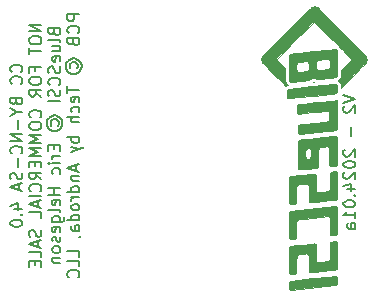
<source format=gbr>
%TF.GenerationSoftware,KiCad,Pcbnew,7.0.10-7.0.10~ubuntu22.04.1*%
%TF.CreationDate,2024-01-13T05:54:33-07:00*%
%TF.ProjectId,DB25_External,44423235-5f45-4787-9465-726e616c2e6b,rev?*%
%TF.SameCoordinates,Original*%
%TF.FileFunction,Legend,Bot*%
%TF.FilePolarity,Positive*%
%FSLAX46Y46*%
G04 Gerber Fmt 4.6, Leading zero omitted, Abs format (unit mm)*
G04 Created by KiCad (PCBNEW 7.0.10-7.0.10~ubuntu22.04.1) date 2024-01-13 05:54:33*
%MOMM*%
%LPD*%
G01*
G04 APERTURE LIST*
%ADD10C,0.004000*%
%ADD11C,0.150000*%
G04 APERTURE END LIST*
D10*
X139985871Y-106596295D02*
X139991535Y-106596802D01*
X139997113Y-106597658D01*
X140002617Y-106598873D01*
X140008064Y-106600456D01*
X140013468Y-106602416D01*
X140018843Y-106604762D01*
X140024203Y-106607505D01*
X140029563Y-106610653D01*
X140034938Y-106614215D01*
X140040342Y-106618201D01*
X140045789Y-106622619D01*
X140051294Y-106627481D01*
X140056871Y-106632794D01*
X140062535Y-106638568D01*
X140068300Y-106644812D01*
X140077210Y-106654108D01*
X140081219Y-106658264D01*
X140084943Y-106662427D01*
X140088393Y-106666845D01*
X140091578Y-106671770D01*
X140093075Y-106674499D01*
X140094509Y-106677449D01*
X140095882Y-106680651D01*
X140097195Y-106684135D01*
X140098450Y-106687933D01*
X140099647Y-106692076D01*
X140100788Y-106696596D01*
X140101874Y-106701524D01*
X140103886Y-106712726D01*
X140105694Y-106725935D01*
X140107306Y-106741399D01*
X140108734Y-106759369D01*
X140109987Y-106780094D01*
X140111075Y-106803826D01*
X140112008Y-106830812D01*
X140112795Y-106861305D01*
X140113448Y-106895553D01*
X140113976Y-106933806D01*
X140114695Y-107023330D01*
X140115033Y-107131876D01*
X140115069Y-107261443D01*
X140114882Y-107414033D01*
X140114162Y-107796278D01*
X140112045Y-108843322D01*
X140087351Y-108888479D01*
X140081848Y-108898133D01*
X140075936Y-108907501D01*
X140069638Y-108916564D01*
X140062976Y-108925300D01*
X140055970Y-108933688D01*
X140048643Y-108941709D01*
X140041016Y-108949341D01*
X140033111Y-108956564D01*
X140024950Y-108963357D01*
X140016554Y-108969700D01*
X140007945Y-108975571D01*
X139999145Y-108980950D01*
X139990176Y-108985816D01*
X139981058Y-108990150D01*
X139971815Y-108993929D01*
X139962467Y-108997134D01*
X139954050Y-108999483D01*
X139942554Y-109002002D01*
X139911910Y-109007375D01*
X139873691Y-109012897D01*
X139831057Y-109018212D01*
X139787167Y-109022964D01*
X139745178Y-109026799D01*
X139708249Y-109029361D01*
X139679539Y-109030294D01*
X139667099Y-109029891D01*
X139654927Y-109028693D01*
X139643045Y-109026713D01*
X139631473Y-109023966D01*
X139620232Y-109020467D01*
X139609342Y-109016230D01*
X139598824Y-109011269D01*
X139588699Y-109005600D01*
X139578987Y-108999236D01*
X139569709Y-108992191D01*
X139560887Y-108984482D01*
X139552539Y-108976121D01*
X139544688Y-108967123D01*
X139537353Y-108957503D01*
X139530556Y-108947276D01*
X139524317Y-108936455D01*
X139505267Y-108899767D01*
X139501739Y-108233016D01*
X139499071Y-107812869D01*
X139497051Y-107687351D01*
X139493625Y-107604455D01*
X139488083Y-107553871D01*
X139484296Y-107537474D01*
X139479712Y-107525289D01*
X139474245Y-107516027D01*
X139467803Y-107508399D01*
X139451645Y-107492889D01*
X139445235Y-107486745D01*
X139438701Y-107481013D01*
X139432032Y-107475690D01*
X139425219Y-107470774D01*
X139418254Y-107466263D01*
X139411126Y-107462156D01*
X139403827Y-107458449D01*
X139396347Y-107455141D01*
X139388676Y-107452231D01*
X139380807Y-107449715D01*
X139372728Y-107447591D01*
X139364432Y-107445859D01*
X139355908Y-107444515D01*
X139347147Y-107443557D01*
X139338140Y-107442984D01*
X139328878Y-107442794D01*
X138067962Y-107570588D01*
X137227326Y-107660976D01*
X136829800Y-107707378D01*
X136821033Y-107710475D01*
X136811980Y-107714432D01*
X136802720Y-107719180D01*
X136793332Y-107724653D01*
X136783894Y-107730783D01*
X136774486Y-107737503D01*
X136765185Y-107744747D01*
X136756070Y-107752446D01*
X136747219Y-107760533D01*
X136738712Y-107768942D01*
X136730626Y-107777605D01*
X136723041Y-107786456D01*
X136716034Y-107795426D01*
X136709685Y-107804449D01*
X136704072Y-107813457D01*
X136699273Y-107822384D01*
X136683045Y-107855544D01*
X136679517Y-108522295D01*
X136677246Y-108906249D01*
X136674578Y-109108435D01*
X136672558Y-109161539D01*
X136669794Y-109193410D01*
X136666070Y-109212118D01*
X136661172Y-109225733D01*
X136656116Y-109237106D01*
X136650490Y-109248187D01*
X136644318Y-109258950D01*
X136637625Y-109269368D01*
X136630435Y-109279413D01*
X136622775Y-109289060D01*
X136614668Y-109298281D01*
X136606139Y-109307049D01*
X136597214Y-109315337D01*
X136587916Y-109323119D01*
X136578271Y-109330368D01*
X136568304Y-109337057D01*
X136558039Y-109343159D01*
X136547501Y-109348646D01*
X136536715Y-109353494D01*
X136525706Y-109357673D01*
X136517646Y-109360130D01*
X136506668Y-109362714D01*
X136477386Y-109368102D01*
X136440713Y-109373523D01*
X136399500Y-109378663D01*
X136356600Y-109383207D01*
X136314866Y-109386843D01*
X136277150Y-109389254D01*
X136246306Y-109390128D01*
X136231118Y-109389690D01*
X136216513Y-109388381D01*
X136202495Y-109386203D01*
X136189068Y-109383160D01*
X136176236Y-109379259D01*
X136164004Y-109374501D01*
X136152375Y-109368891D01*
X136141355Y-109362435D01*
X136130946Y-109355134D01*
X136121152Y-109346995D01*
X136111980Y-109338020D01*
X136103431Y-109328215D01*
X136095511Y-109317583D01*
X136088223Y-109306128D01*
X136081572Y-109293854D01*
X136075561Y-109280766D01*
X136074055Y-109275242D01*
X136072706Y-109265741D01*
X136071506Y-109251361D01*
X136070446Y-109231202D01*
X136068715Y-109169940D01*
X136067448Y-109074745D01*
X136066577Y-108938407D01*
X136066037Y-108753717D01*
X136065684Y-108210439D01*
X136067977Y-107368447D01*
X136070843Y-107197118D01*
X136072938Y-107156305D01*
X136075561Y-107138701D01*
X136081075Y-107124588D01*
X136087520Y-107110858D01*
X136094838Y-107097564D01*
X136102968Y-107084759D01*
X136111850Y-107072495D01*
X136121425Y-107060826D01*
X136131633Y-107049804D01*
X136142413Y-107039482D01*
X136153706Y-107029912D01*
X136165451Y-107021147D01*
X136177589Y-107013240D01*
X136190060Y-107006244D01*
X136202804Y-107000210D01*
X136215760Y-106995193D01*
X136228870Y-106991245D01*
X136235463Y-106989688D01*
X136242073Y-106988418D01*
X139980106Y-106596128D01*
X139985871Y-106596295D01*
G36*
X139985871Y-106596295D02*
G01*
X139991535Y-106596802D01*
X139997113Y-106597658D01*
X140002617Y-106598873D01*
X140008064Y-106600456D01*
X140013468Y-106602416D01*
X140018843Y-106604762D01*
X140024203Y-106607505D01*
X140029563Y-106610653D01*
X140034938Y-106614215D01*
X140040342Y-106618201D01*
X140045789Y-106622619D01*
X140051294Y-106627481D01*
X140056871Y-106632794D01*
X140062535Y-106638568D01*
X140068300Y-106644812D01*
X140077210Y-106654108D01*
X140081219Y-106658264D01*
X140084943Y-106662427D01*
X140088393Y-106666845D01*
X140091578Y-106671770D01*
X140093075Y-106674499D01*
X140094509Y-106677449D01*
X140095882Y-106680651D01*
X140097195Y-106684135D01*
X140098450Y-106687933D01*
X140099647Y-106692076D01*
X140100788Y-106696596D01*
X140101874Y-106701524D01*
X140103886Y-106712726D01*
X140105694Y-106725935D01*
X140107306Y-106741399D01*
X140108734Y-106759369D01*
X140109987Y-106780094D01*
X140111075Y-106803826D01*
X140112008Y-106830812D01*
X140112795Y-106861305D01*
X140113448Y-106895553D01*
X140113976Y-106933806D01*
X140114695Y-107023330D01*
X140115033Y-107131876D01*
X140115069Y-107261443D01*
X140114882Y-107414033D01*
X140114162Y-107796278D01*
X140112045Y-108843322D01*
X140087351Y-108888479D01*
X140081848Y-108898133D01*
X140075936Y-108907501D01*
X140069638Y-108916564D01*
X140062976Y-108925300D01*
X140055970Y-108933688D01*
X140048643Y-108941709D01*
X140041016Y-108949341D01*
X140033111Y-108956564D01*
X140024950Y-108963357D01*
X140016554Y-108969700D01*
X140007945Y-108975571D01*
X139999145Y-108980950D01*
X139990176Y-108985816D01*
X139981058Y-108990150D01*
X139971815Y-108993929D01*
X139962467Y-108997134D01*
X139954050Y-108999483D01*
X139942554Y-109002002D01*
X139911910Y-109007375D01*
X139873691Y-109012897D01*
X139831057Y-109018212D01*
X139787167Y-109022964D01*
X139745178Y-109026799D01*
X139708249Y-109029361D01*
X139679539Y-109030294D01*
X139667099Y-109029891D01*
X139654927Y-109028693D01*
X139643045Y-109026713D01*
X139631473Y-109023966D01*
X139620232Y-109020467D01*
X139609342Y-109016230D01*
X139598824Y-109011269D01*
X139588699Y-109005600D01*
X139578987Y-108999236D01*
X139569709Y-108992191D01*
X139560887Y-108984482D01*
X139552539Y-108976121D01*
X139544688Y-108967123D01*
X139537353Y-108957503D01*
X139530556Y-108947276D01*
X139524317Y-108936455D01*
X139505267Y-108899767D01*
X139501739Y-108233016D01*
X139499071Y-107812869D01*
X139497051Y-107687351D01*
X139493625Y-107604455D01*
X139488083Y-107553871D01*
X139484296Y-107537474D01*
X139479712Y-107525289D01*
X139474245Y-107516027D01*
X139467803Y-107508399D01*
X139451645Y-107492889D01*
X139445235Y-107486745D01*
X139438701Y-107481013D01*
X139432032Y-107475690D01*
X139425219Y-107470774D01*
X139418254Y-107466263D01*
X139411126Y-107462156D01*
X139403827Y-107458449D01*
X139396347Y-107455141D01*
X139388676Y-107452231D01*
X139380807Y-107449715D01*
X139372728Y-107447591D01*
X139364432Y-107445859D01*
X139355908Y-107444515D01*
X139347147Y-107443557D01*
X139338140Y-107442984D01*
X139328878Y-107442794D01*
X138067962Y-107570588D01*
X137227326Y-107660976D01*
X136829800Y-107707378D01*
X136821033Y-107710475D01*
X136811980Y-107714432D01*
X136802720Y-107719180D01*
X136793332Y-107724653D01*
X136783894Y-107730783D01*
X136774486Y-107737503D01*
X136765185Y-107744747D01*
X136756070Y-107752446D01*
X136747219Y-107760533D01*
X136738712Y-107768942D01*
X136730626Y-107777605D01*
X136723041Y-107786456D01*
X136716034Y-107795426D01*
X136709685Y-107804449D01*
X136704072Y-107813457D01*
X136699273Y-107822384D01*
X136683045Y-107855544D01*
X136679517Y-108522295D01*
X136677246Y-108906249D01*
X136674578Y-109108435D01*
X136672558Y-109161539D01*
X136669794Y-109193410D01*
X136666070Y-109212118D01*
X136661172Y-109225733D01*
X136656116Y-109237106D01*
X136650490Y-109248187D01*
X136644318Y-109258950D01*
X136637625Y-109269368D01*
X136630435Y-109279413D01*
X136622775Y-109289060D01*
X136614668Y-109298281D01*
X136606139Y-109307049D01*
X136597214Y-109315337D01*
X136587916Y-109323119D01*
X136578271Y-109330368D01*
X136568304Y-109337057D01*
X136558039Y-109343159D01*
X136547501Y-109348646D01*
X136536715Y-109353494D01*
X136525706Y-109357673D01*
X136517646Y-109360130D01*
X136506668Y-109362714D01*
X136477386Y-109368102D01*
X136440713Y-109373523D01*
X136399500Y-109378663D01*
X136356600Y-109383207D01*
X136314866Y-109386843D01*
X136277150Y-109389254D01*
X136246306Y-109390128D01*
X136231118Y-109389690D01*
X136216513Y-109388381D01*
X136202495Y-109386203D01*
X136189068Y-109383160D01*
X136176236Y-109379259D01*
X136164004Y-109374501D01*
X136152375Y-109368891D01*
X136141355Y-109362435D01*
X136130946Y-109355134D01*
X136121152Y-109346995D01*
X136111980Y-109338020D01*
X136103431Y-109328215D01*
X136095511Y-109317583D01*
X136088223Y-109306128D01*
X136081572Y-109293854D01*
X136075561Y-109280766D01*
X136074055Y-109275242D01*
X136072706Y-109265741D01*
X136071506Y-109251361D01*
X136070446Y-109231202D01*
X136068715Y-109169940D01*
X136067448Y-109074745D01*
X136066577Y-108938407D01*
X136066037Y-108753717D01*
X136065684Y-108210439D01*
X136067977Y-107368447D01*
X136070843Y-107197118D01*
X136072938Y-107156305D01*
X136075561Y-107138701D01*
X136081075Y-107124588D01*
X136087520Y-107110858D01*
X136094838Y-107097564D01*
X136102968Y-107084759D01*
X136111850Y-107072495D01*
X136121425Y-107060826D01*
X136131633Y-107049804D01*
X136142413Y-107039482D01*
X136153706Y-107029912D01*
X136165451Y-107021147D01*
X136177589Y-107013240D01*
X136190060Y-107006244D01*
X136202804Y-107000210D01*
X136215760Y-106995193D01*
X136228870Y-106991245D01*
X136235463Y-106989688D01*
X136242073Y-106988418D01*
X139980106Y-106596128D01*
X139985871Y-106596295D01*
G37*
X139967192Y-96242433D02*
X139975519Y-96243948D01*
X139983876Y-96245920D01*
X139992222Y-96248329D01*
X140000514Y-96251155D01*
X140008710Y-96254380D01*
X140016768Y-96257982D01*
X140024644Y-96261944D01*
X140032298Y-96266244D01*
X140039686Y-96270864D01*
X140046766Y-96275783D01*
X140053495Y-96280983D01*
X140059832Y-96286442D01*
X140065733Y-96292143D01*
X140071157Y-96298065D01*
X140076062Y-96304189D01*
X140082668Y-96313120D01*
X140088495Y-96321662D01*
X140091133Y-96325914D01*
X140093594Y-96330221D01*
X140095884Y-96334634D01*
X140098011Y-96339202D01*
X140099979Y-96343977D01*
X140101795Y-96349010D01*
X140103466Y-96354350D01*
X140104996Y-96360049D01*
X140106393Y-96366158D01*
X140107661Y-96372726D01*
X140108808Y-96379805D01*
X140109840Y-96387445D01*
X140110762Y-96395696D01*
X140111580Y-96404611D01*
X140112301Y-96414238D01*
X140112931Y-96424630D01*
X140113941Y-96447906D01*
X140114658Y-96474845D01*
X140115131Y-96505852D01*
X140115409Y-96541333D01*
X140115573Y-96627333D01*
X140115231Y-96761378D01*
X140114568Y-96805344D01*
X140113368Y-96837677D01*
X140111473Y-96861180D01*
X140108727Y-96878655D01*
X140104971Y-96892905D01*
X140100050Y-96906734D01*
X140096099Y-96916555D01*
X140091424Y-96926404D01*
X140086079Y-96936223D01*
X140080118Y-96945958D01*
X140073595Y-96955552D01*
X140066564Y-96964950D01*
X140059078Y-96974095D01*
X140051191Y-96982933D01*
X140042956Y-96991407D01*
X140034428Y-96999461D01*
X140025660Y-97007040D01*
X140016707Y-97014088D01*
X140007620Y-97020548D01*
X139998456Y-97026366D01*
X139989266Y-97031485D01*
X139980106Y-97035850D01*
X139971445Y-97038555D01*
X139956125Y-97041778D01*
X139932286Y-97045725D01*
X139898063Y-97050601D01*
X139791020Y-97063954D01*
X139620096Y-97083475D01*
X139370393Y-97110802D01*
X139027011Y-97147571D01*
X137999611Y-97255984D01*
X136779463Y-97384086D01*
X136190743Y-97441545D01*
X136058465Y-97449818D01*
X135994401Y-97447674D01*
X135968667Y-97437526D01*
X135951384Y-97421789D01*
X135948403Y-97419264D01*
X135945301Y-97416467D01*
X135942104Y-97413427D01*
X135938838Y-97410170D01*
X135935531Y-97406722D01*
X135932210Y-97403111D01*
X135928901Y-97399364D01*
X135925631Y-97395507D01*
X135922427Y-97391568D01*
X135919317Y-97387572D01*
X135916326Y-97383548D01*
X135913482Y-97379522D01*
X135910812Y-97375520D01*
X135908342Y-97371570D01*
X135906100Y-97367699D01*
X135904111Y-97363933D01*
X135885767Y-97328655D01*
X135884355Y-97078183D01*
X135884323Y-96979637D01*
X135885150Y-96896238D01*
X135886638Y-96836784D01*
X135887568Y-96818785D01*
X135888589Y-96810072D01*
X135893839Y-96795165D01*
X135900024Y-96780642D01*
X135907091Y-96766558D01*
X135914982Y-96752966D01*
X135923642Y-96739919D01*
X135933015Y-96727472D01*
X135943045Y-96715679D01*
X135953677Y-96704592D01*
X135964854Y-96694265D01*
X135976522Y-96684753D01*
X135988624Y-96676110D01*
X136001103Y-96668388D01*
X136013906Y-96661642D01*
X136026975Y-96655925D01*
X136040254Y-96651291D01*
X136053689Y-96647795D01*
X138018750Y-96437451D01*
X139958939Y-96241394D01*
X139967192Y-96242433D01*
G36*
X139967192Y-96242433D02*
G01*
X139975519Y-96243948D01*
X139983876Y-96245920D01*
X139992222Y-96248329D01*
X140000514Y-96251155D01*
X140008710Y-96254380D01*
X140016768Y-96257982D01*
X140024644Y-96261944D01*
X140032298Y-96266244D01*
X140039686Y-96270864D01*
X140046766Y-96275783D01*
X140053495Y-96280983D01*
X140059832Y-96286442D01*
X140065733Y-96292143D01*
X140071157Y-96298065D01*
X140076062Y-96304189D01*
X140082668Y-96313120D01*
X140088495Y-96321662D01*
X140091133Y-96325914D01*
X140093594Y-96330221D01*
X140095884Y-96334634D01*
X140098011Y-96339202D01*
X140099979Y-96343977D01*
X140101795Y-96349010D01*
X140103466Y-96354350D01*
X140104996Y-96360049D01*
X140106393Y-96366158D01*
X140107661Y-96372726D01*
X140108808Y-96379805D01*
X140109840Y-96387445D01*
X140110762Y-96395696D01*
X140111580Y-96404611D01*
X140112301Y-96414238D01*
X140112931Y-96424630D01*
X140113941Y-96447906D01*
X140114658Y-96474845D01*
X140115131Y-96505852D01*
X140115409Y-96541333D01*
X140115573Y-96627333D01*
X140115231Y-96761378D01*
X140114568Y-96805344D01*
X140113368Y-96837677D01*
X140111473Y-96861180D01*
X140108727Y-96878655D01*
X140104971Y-96892905D01*
X140100050Y-96906734D01*
X140096099Y-96916555D01*
X140091424Y-96926404D01*
X140086079Y-96936223D01*
X140080118Y-96945958D01*
X140073595Y-96955552D01*
X140066564Y-96964950D01*
X140059078Y-96974095D01*
X140051191Y-96982933D01*
X140042956Y-96991407D01*
X140034428Y-96999461D01*
X140025660Y-97007040D01*
X140016707Y-97014088D01*
X140007620Y-97020548D01*
X139998456Y-97026366D01*
X139989266Y-97031485D01*
X139980106Y-97035850D01*
X139971445Y-97038555D01*
X139956125Y-97041778D01*
X139932286Y-97045725D01*
X139898063Y-97050601D01*
X139791020Y-97063954D01*
X139620096Y-97083475D01*
X139370393Y-97110802D01*
X139027011Y-97147571D01*
X137999611Y-97255984D01*
X136779463Y-97384086D01*
X136190743Y-97441545D01*
X136058465Y-97449818D01*
X135994401Y-97447674D01*
X135968667Y-97437526D01*
X135951384Y-97421789D01*
X135948403Y-97419264D01*
X135945301Y-97416467D01*
X135942104Y-97413427D01*
X135938838Y-97410170D01*
X135935531Y-97406722D01*
X135932210Y-97403111D01*
X135928901Y-97399364D01*
X135925631Y-97395507D01*
X135922427Y-97391568D01*
X135919317Y-97387572D01*
X135916326Y-97383548D01*
X135913482Y-97379522D01*
X135910812Y-97375520D01*
X135908342Y-97371570D01*
X135906100Y-97367699D01*
X135904111Y-97363933D01*
X135885767Y-97328655D01*
X135884355Y-97078183D01*
X135884323Y-96979637D01*
X135885150Y-96896238D01*
X135886638Y-96836784D01*
X135887568Y-96818785D01*
X135888589Y-96810072D01*
X135893839Y-96795165D01*
X135900024Y-96780642D01*
X135907091Y-96766558D01*
X135914982Y-96752966D01*
X135923642Y-96739919D01*
X135933015Y-96727472D01*
X135943045Y-96715679D01*
X135953677Y-96704592D01*
X135964854Y-96694265D01*
X135976522Y-96684753D01*
X135988624Y-96676110D01*
X136001103Y-96668388D01*
X136013906Y-96661642D01*
X136026975Y-96655925D01*
X136040254Y-96651291D01*
X136053689Y-96647795D01*
X138018750Y-96437451D01*
X139958939Y-96241394D01*
X139967192Y-96242433D01*
G37*
X139986456Y-100640533D02*
X139994412Y-100643059D01*
X140002379Y-100646118D01*
X140010320Y-100649685D01*
X140018195Y-100653729D01*
X140025967Y-100658225D01*
X140033597Y-100663143D01*
X140041048Y-100668456D01*
X140048280Y-100674136D01*
X140055257Y-100680154D01*
X140061938Y-100686484D01*
X140068287Y-100693097D01*
X140074265Y-100699966D01*
X140079833Y-100707061D01*
X140084954Y-100714356D01*
X140089590Y-100721823D01*
X140093701Y-100729433D01*
X140112045Y-100764006D01*
X140112045Y-103001322D01*
X140092995Y-103036600D01*
X140088434Y-103044998D01*
X140083497Y-103053245D01*
X140078205Y-103061326D01*
X140072578Y-103069221D01*
X140066636Y-103076913D01*
X140060401Y-103084386D01*
X140053894Y-103091621D01*
X140047134Y-103098601D01*
X140040142Y-103105307D01*
X140032940Y-103111724D01*
X140025547Y-103117832D01*
X140017985Y-103123615D01*
X140010275Y-103129054D01*
X140002436Y-103134133D01*
X139994489Y-103138833D01*
X139986456Y-103143138D01*
X139981472Y-103145572D01*
X139976249Y-103147858D01*
X139970697Y-103150014D01*
X139964727Y-103152057D01*
X139958248Y-103154005D01*
X139951171Y-103155876D01*
X139943406Y-103157686D01*
X139934862Y-103159454D01*
X139925451Y-103161198D01*
X139915081Y-103162934D01*
X139903663Y-103164680D01*
X139891107Y-103166455D01*
X139862222Y-103170158D01*
X139827706Y-103174183D01*
X139777849Y-103179577D01*
X139735631Y-103183598D01*
X139700160Y-103186263D01*
X139670544Y-103187589D01*
X139645888Y-103187592D01*
X139625300Y-103186288D01*
X139616252Y-103185151D01*
X139607887Y-103183694D01*
X139600092Y-103181919D01*
X139592756Y-103179828D01*
X139585918Y-103177528D01*
X139578930Y-103174624D01*
X139571841Y-103171158D01*
X139564699Y-103167172D01*
X139557553Y-103162706D01*
X139550452Y-103157801D01*
X139543443Y-103152500D01*
X139536576Y-103146843D01*
X139529899Y-103140872D01*
X139523461Y-103134628D01*
X139517311Y-103128153D01*
X139511496Y-103121487D01*
X139506066Y-103114673D01*
X139501068Y-103107751D01*
X139496553Y-103100763D01*
X139492567Y-103093750D01*
X139477045Y-103064822D01*
X139473517Y-102355738D01*
X139469989Y-101645949D01*
X139451645Y-101611378D01*
X139447175Y-101603179D01*
X139442249Y-101595261D01*
X139436889Y-101587640D01*
X139431117Y-101580334D01*
X139424957Y-101573358D01*
X139418431Y-101566730D01*
X139411562Y-101560465D01*
X139404373Y-101554581D01*
X139396885Y-101549094D01*
X139389123Y-101544020D01*
X139381109Y-101539375D01*
X139372865Y-101535178D01*
X139364414Y-101531443D01*
X139355780Y-101528188D01*
X139346984Y-101525430D01*
X139338050Y-101523183D01*
X139331766Y-101521980D01*
X139324884Y-101521031D01*
X139317106Y-101520359D01*
X139308130Y-101519986D01*
X139297658Y-101519936D01*
X139285390Y-101520232D01*
X139271026Y-101520895D01*
X139254266Y-101521949D01*
X139234810Y-101523416D01*
X139212359Y-101525319D01*
X139157274Y-101530526D01*
X139086611Y-101537749D01*
X138997973Y-101547173D01*
X138886620Y-101559193D01*
X138801949Y-101568989D01*
X138739421Y-101577645D01*
X138715041Y-101581883D01*
X138694495Y-101586242D01*
X138677215Y-101590858D01*
X138662634Y-101595865D01*
X138650183Y-101601400D01*
X138639297Y-101607597D01*
X138629406Y-101614591D01*
X138619945Y-101622520D01*
X138600039Y-101641717D01*
X138596827Y-101644903D01*
X138593554Y-101648352D01*
X138590244Y-101652031D01*
X138586920Y-101655905D01*
X138583604Y-101659940D01*
X138580319Y-101664103D01*
X138577088Y-101668358D01*
X138573934Y-101672673D01*
X138570878Y-101677012D01*
X138567945Y-101681342D01*
X138565156Y-101685629D01*
X138562535Y-101689838D01*
X138560103Y-101693935D01*
X138557885Y-101697887D01*
X138555902Y-101701659D01*
X138554178Y-101705217D01*
X138538656Y-101738377D01*
X138535128Y-102447461D01*
X138531601Y-103156544D01*
X138513256Y-103195350D01*
X138508300Y-103205532D01*
X138503207Y-103215190D01*
X138497958Y-103224345D01*
X138492530Y-103233020D01*
X138486904Y-103241236D01*
X138481060Y-103249015D01*
X138474975Y-103256378D01*
X138468630Y-103263348D01*
X138462003Y-103269946D01*
X138455075Y-103276193D01*
X138447825Y-103282111D01*
X138440231Y-103287723D01*
X138432274Y-103293049D01*
X138423932Y-103298112D01*
X138415185Y-103302933D01*
X138406012Y-103307534D01*
X138398913Y-103310813D01*
X138392056Y-103313795D01*
X138385267Y-103316513D01*
X138378374Y-103318999D01*
X138371203Y-103321286D01*
X138363583Y-103323408D01*
X138355341Y-103325398D01*
X138346304Y-103327289D01*
X138336300Y-103329113D01*
X138325155Y-103330905D01*
X138312698Y-103332696D01*
X138298756Y-103334521D01*
X138265726Y-103338401D01*
X138224684Y-103342811D01*
X137549467Y-103414072D01*
X137160089Y-103453936D01*
X137034026Y-103466062D01*
X136978672Y-103470516D01*
X136965200Y-103470080D01*
X136952050Y-103468784D01*
X136939250Y-103466642D01*
X136926825Y-103463670D01*
X136914801Y-103459884D01*
X136903204Y-103455299D01*
X136892060Y-103449930D01*
X136881394Y-103443793D01*
X136871233Y-103436904D01*
X136861601Y-103429279D01*
X136852526Y-103420931D01*
X136844033Y-103411878D01*
X136836147Y-103402134D01*
X136828895Y-103391716D01*
X136822302Y-103380638D01*
X136816395Y-103368916D01*
X136799462Y-103332933D01*
X136799462Y-102158183D01*
X137441517Y-102158183D01*
X137441782Y-102327715D01*
X137442410Y-102381053D01*
X137443634Y-102418533D01*
X137445651Y-102443974D01*
X137448661Y-102461197D01*
X137452861Y-102474021D01*
X137458450Y-102486267D01*
X137462211Y-102494087D01*
X137466341Y-102501668D01*
X137470831Y-102509000D01*
X137475670Y-102516076D01*
X137480849Y-102522888D01*
X137486355Y-102529427D01*
X137492181Y-102535684D01*
X137498314Y-102541653D01*
X137504745Y-102547323D01*
X137511463Y-102552688D01*
X137518459Y-102557739D01*
X137525721Y-102562467D01*
X137533239Y-102566864D01*
X137541003Y-102570923D01*
X137549003Y-102574634D01*
X137557228Y-102577989D01*
X137562166Y-102579867D01*
X137566968Y-102581536D01*
X137571696Y-102583002D01*
X137576410Y-102584273D01*
X137581175Y-102585353D01*
X137586051Y-102586249D01*
X137591101Y-102586967D01*
X137596387Y-102587514D01*
X137601970Y-102587895D01*
X137607912Y-102588118D01*
X137614277Y-102588187D01*
X137621125Y-102588110D01*
X137628519Y-102587892D01*
X137636521Y-102587539D01*
X137654595Y-102586456D01*
X137674360Y-102584717D01*
X137693188Y-102582133D01*
X137711103Y-102578688D01*
X137728127Y-102574362D01*
X137744283Y-102569140D01*
X137759593Y-102563003D01*
X137774081Y-102555934D01*
X137787768Y-102547915D01*
X137800679Y-102538929D01*
X137812835Y-102528957D01*
X137824259Y-102517983D01*
X137834974Y-102505989D01*
X137845003Y-102492958D01*
X137854369Y-102478871D01*
X137863094Y-102463711D01*
X137871200Y-102447461D01*
X137889545Y-102408656D01*
X137889545Y-101815989D01*
X137873317Y-101784239D01*
X137868947Y-101776157D01*
X137864549Y-101768561D01*
X137860095Y-101761427D01*
X137855557Y-101754727D01*
X137850908Y-101748437D01*
X137846119Y-101742530D01*
X137841162Y-101736981D01*
X137836011Y-101731763D01*
X137830636Y-101726852D01*
X137825010Y-101722220D01*
X137819105Y-101717843D01*
X137812893Y-101713694D01*
X137806346Y-101709748D01*
X137799436Y-101705979D01*
X137792136Y-101702360D01*
X137784417Y-101698867D01*
X137778679Y-101696492D01*
X137773302Y-101694388D01*
X137768185Y-101692545D01*
X137763228Y-101690951D01*
X137758329Y-101689598D01*
X137753386Y-101688474D01*
X137748299Y-101687569D01*
X137742966Y-101686872D01*
X137737285Y-101686374D01*
X137731156Y-101686065D01*
X137724477Y-101685933D01*
X137717147Y-101685968D01*
X137709064Y-101686161D01*
X137700128Y-101686500D01*
X137679289Y-101687578D01*
X137664544Y-101688632D01*
X137650691Y-101689959D01*
X137637663Y-101691584D01*
X137625392Y-101693531D01*
X137613811Y-101695826D01*
X137602854Y-101698492D01*
X137592453Y-101701555D01*
X137582540Y-101705040D01*
X137573049Y-101708972D01*
X137563913Y-101713375D01*
X137555064Y-101718274D01*
X137546435Y-101723694D01*
X137537960Y-101729659D01*
X137529569Y-101736195D01*
X137521198Y-101743326D01*
X137512778Y-101751078D01*
X137509541Y-101754304D01*
X137506197Y-101757874D01*
X137502769Y-101761750D01*
X137499284Y-101765894D01*
X137495766Y-101770270D01*
X137492240Y-101774841D01*
X137488730Y-101779568D01*
X137485262Y-101784415D01*
X137481859Y-101789345D01*
X137478548Y-101794321D01*
X137475352Y-101799304D01*
X137472297Y-101804259D01*
X137469407Y-101809148D01*
X137466708Y-101813933D01*
X137464223Y-101818577D01*
X137461978Y-101823044D01*
X137441517Y-101865378D01*
X137441517Y-102158183D01*
X136799462Y-102158183D01*
X136799462Y-101117489D01*
X136819922Y-101075156D01*
X136824716Y-101065516D01*
X136829832Y-101056182D01*
X136835259Y-101047159D01*
X136840990Y-101038456D01*
X136847014Y-101030079D01*
X136853322Y-101022036D01*
X136859905Y-101014335D01*
X136866754Y-101006981D01*
X136873859Y-100999983D01*
X136881211Y-100993348D01*
X136888800Y-100987083D01*
X136896619Y-100981195D01*
X136904656Y-100975692D01*
X136912903Y-100970580D01*
X136921350Y-100965868D01*
X136929989Y-100961561D01*
X136937381Y-100958754D01*
X136948640Y-100955777D01*
X136965252Y-100952459D01*
X136988705Y-100948630D01*
X137020483Y-100944118D01*
X137062074Y-100938753D01*
X137180638Y-100924784D01*
X137356285Y-100905358D01*
X137600907Y-100879111D01*
X137724477Y-100866082D01*
X138344629Y-100800694D01*
X139813507Y-100647324D01*
X139962787Y-100635297D01*
X139986456Y-100640533D01*
G36*
X139986456Y-100640533D02*
G01*
X139994412Y-100643059D01*
X140002379Y-100646118D01*
X140010320Y-100649685D01*
X140018195Y-100653729D01*
X140025967Y-100658225D01*
X140033597Y-100663143D01*
X140041048Y-100668456D01*
X140048280Y-100674136D01*
X140055257Y-100680154D01*
X140061938Y-100686484D01*
X140068287Y-100693097D01*
X140074265Y-100699966D01*
X140079833Y-100707061D01*
X140084954Y-100714356D01*
X140089590Y-100721823D01*
X140093701Y-100729433D01*
X140112045Y-100764006D01*
X140112045Y-103001322D01*
X140092995Y-103036600D01*
X140088434Y-103044998D01*
X140083497Y-103053245D01*
X140078205Y-103061326D01*
X140072578Y-103069221D01*
X140066636Y-103076913D01*
X140060401Y-103084386D01*
X140053894Y-103091621D01*
X140047134Y-103098601D01*
X140040142Y-103105307D01*
X140032940Y-103111724D01*
X140025547Y-103117832D01*
X140017985Y-103123615D01*
X140010275Y-103129054D01*
X140002436Y-103134133D01*
X139994489Y-103138833D01*
X139986456Y-103143138D01*
X139981472Y-103145572D01*
X139976249Y-103147858D01*
X139970697Y-103150014D01*
X139964727Y-103152057D01*
X139958248Y-103154005D01*
X139951171Y-103155876D01*
X139943406Y-103157686D01*
X139934862Y-103159454D01*
X139925451Y-103161198D01*
X139915081Y-103162934D01*
X139903663Y-103164680D01*
X139891107Y-103166455D01*
X139862222Y-103170158D01*
X139827706Y-103174183D01*
X139777849Y-103179577D01*
X139735631Y-103183598D01*
X139700160Y-103186263D01*
X139670544Y-103187589D01*
X139645888Y-103187592D01*
X139625300Y-103186288D01*
X139616252Y-103185151D01*
X139607887Y-103183694D01*
X139600092Y-103181919D01*
X139592756Y-103179828D01*
X139585918Y-103177528D01*
X139578930Y-103174624D01*
X139571841Y-103171158D01*
X139564699Y-103167172D01*
X139557553Y-103162706D01*
X139550452Y-103157801D01*
X139543443Y-103152500D01*
X139536576Y-103146843D01*
X139529899Y-103140872D01*
X139523461Y-103134628D01*
X139517311Y-103128153D01*
X139511496Y-103121487D01*
X139506066Y-103114673D01*
X139501068Y-103107751D01*
X139496553Y-103100763D01*
X139492567Y-103093750D01*
X139477045Y-103064822D01*
X139473517Y-102355738D01*
X139469989Y-101645949D01*
X139451645Y-101611378D01*
X139447175Y-101603179D01*
X139442249Y-101595261D01*
X139436889Y-101587640D01*
X139431117Y-101580334D01*
X139424957Y-101573358D01*
X139418431Y-101566730D01*
X139411562Y-101560465D01*
X139404373Y-101554581D01*
X139396885Y-101549094D01*
X139389123Y-101544020D01*
X139381109Y-101539375D01*
X139372865Y-101535178D01*
X139364414Y-101531443D01*
X139355780Y-101528188D01*
X139346984Y-101525430D01*
X139338050Y-101523183D01*
X139331766Y-101521980D01*
X139324884Y-101521031D01*
X139317106Y-101520359D01*
X139308130Y-101519986D01*
X139297658Y-101519936D01*
X139285390Y-101520232D01*
X139271026Y-101520895D01*
X139254266Y-101521949D01*
X139234810Y-101523416D01*
X139212359Y-101525319D01*
X139157274Y-101530526D01*
X139086611Y-101537749D01*
X138997973Y-101547173D01*
X138886620Y-101559193D01*
X138801949Y-101568989D01*
X138739421Y-101577645D01*
X138715041Y-101581883D01*
X138694495Y-101586242D01*
X138677215Y-101590858D01*
X138662634Y-101595865D01*
X138650183Y-101601400D01*
X138639297Y-101607597D01*
X138629406Y-101614591D01*
X138619945Y-101622520D01*
X138600039Y-101641717D01*
X138596827Y-101644903D01*
X138593554Y-101648352D01*
X138590244Y-101652031D01*
X138586920Y-101655905D01*
X138583604Y-101659940D01*
X138580319Y-101664103D01*
X138577088Y-101668358D01*
X138573934Y-101672673D01*
X138570878Y-101677012D01*
X138567945Y-101681342D01*
X138565156Y-101685629D01*
X138562535Y-101689838D01*
X138560103Y-101693935D01*
X138557885Y-101697887D01*
X138555902Y-101701659D01*
X138554178Y-101705217D01*
X138538656Y-101738377D01*
X138535128Y-102447461D01*
X138531601Y-103156544D01*
X138513256Y-103195350D01*
X138508300Y-103205532D01*
X138503207Y-103215190D01*
X138497958Y-103224345D01*
X138492530Y-103233020D01*
X138486904Y-103241236D01*
X138481060Y-103249015D01*
X138474975Y-103256378D01*
X138468630Y-103263348D01*
X138462003Y-103269946D01*
X138455075Y-103276193D01*
X138447825Y-103282111D01*
X138440231Y-103287723D01*
X138432274Y-103293049D01*
X138423932Y-103298112D01*
X138415185Y-103302933D01*
X138406012Y-103307534D01*
X138398913Y-103310813D01*
X138392056Y-103313795D01*
X138385267Y-103316513D01*
X138378374Y-103318999D01*
X138371203Y-103321286D01*
X138363583Y-103323408D01*
X138355341Y-103325398D01*
X138346304Y-103327289D01*
X138336300Y-103329113D01*
X138325155Y-103330905D01*
X138312698Y-103332696D01*
X138298756Y-103334521D01*
X138265726Y-103338401D01*
X138224684Y-103342811D01*
X137549467Y-103414072D01*
X137160089Y-103453936D01*
X137034026Y-103466062D01*
X136978672Y-103470516D01*
X136965200Y-103470080D01*
X136952050Y-103468784D01*
X136939250Y-103466642D01*
X136926825Y-103463670D01*
X136914801Y-103459884D01*
X136903204Y-103455299D01*
X136892060Y-103449930D01*
X136881394Y-103443793D01*
X136871233Y-103436904D01*
X136861601Y-103429279D01*
X136852526Y-103420931D01*
X136844033Y-103411878D01*
X136836147Y-103402134D01*
X136828895Y-103391716D01*
X136822302Y-103380638D01*
X136816395Y-103368916D01*
X136799462Y-103332933D01*
X136799462Y-102158183D01*
X137441517Y-102158183D01*
X137441782Y-102327715D01*
X137442410Y-102381053D01*
X137443634Y-102418533D01*
X137445651Y-102443974D01*
X137448661Y-102461197D01*
X137452861Y-102474021D01*
X137458450Y-102486267D01*
X137462211Y-102494087D01*
X137466341Y-102501668D01*
X137470831Y-102509000D01*
X137475670Y-102516076D01*
X137480849Y-102522888D01*
X137486355Y-102529427D01*
X137492181Y-102535684D01*
X137498314Y-102541653D01*
X137504745Y-102547323D01*
X137511463Y-102552688D01*
X137518459Y-102557739D01*
X137525721Y-102562467D01*
X137533239Y-102566864D01*
X137541003Y-102570923D01*
X137549003Y-102574634D01*
X137557228Y-102577989D01*
X137562166Y-102579867D01*
X137566968Y-102581536D01*
X137571696Y-102583002D01*
X137576410Y-102584273D01*
X137581175Y-102585353D01*
X137586051Y-102586249D01*
X137591101Y-102586967D01*
X137596387Y-102587514D01*
X137601970Y-102587895D01*
X137607912Y-102588118D01*
X137614277Y-102588187D01*
X137621125Y-102588110D01*
X137628519Y-102587892D01*
X137636521Y-102587539D01*
X137654595Y-102586456D01*
X137674360Y-102584717D01*
X137693188Y-102582133D01*
X137711103Y-102578688D01*
X137728127Y-102574362D01*
X137744283Y-102569140D01*
X137759593Y-102563003D01*
X137774081Y-102555934D01*
X137787768Y-102547915D01*
X137800679Y-102538929D01*
X137812835Y-102528957D01*
X137824259Y-102517983D01*
X137834974Y-102505989D01*
X137845003Y-102492958D01*
X137854369Y-102478871D01*
X137863094Y-102463711D01*
X137871200Y-102447461D01*
X137889545Y-102408656D01*
X137889545Y-101815989D01*
X137873317Y-101784239D01*
X137868947Y-101776157D01*
X137864549Y-101768561D01*
X137860095Y-101761427D01*
X137855557Y-101754727D01*
X137850908Y-101748437D01*
X137846119Y-101742530D01*
X137841162Y-101736981D01*
X137836011Y-101731763D01*
X137830636Y-101726852D01*
X137825010Y-101722220D01*
X137819105Y-101717843D01*
X137812893Y-101713694D01*
X137806346Y-101709748D01*
X137799436Y-101705979D01*
X137792136Y-101702360D01*
X137784417Y-101698867D01*
X137778679Y-101696492D01*
X137773302Y-101694388D01*
X137768185Y-101692545D01*
X137763228Y-101690951D01*
X137758329Y-101689598D01*
X137753386Y-101688474D01*
X137748299Y-101687569D01*
X137742966Y-101686872D01*
X137737285Y-101686374D01*
X137731156Y-101686065D01*
X137724477Y-101685933D01*
X137717147Y-101685968D01*
X137709064Y-101686161D01*
X137700128Y-101686500D01*
X137679289Y-101687578D01*
X137664544Y-101688632D01*
X137650691Y-101689959D01*
X137637663Y-101691584D01*
X137625392Y-101693531D01*
X137613811Y-101695826D01*
X137602854Y-101698492D01*
X137592453Y-101701555D01*
X137582540Y-101705040D01*
X137573049Y-101708972D01*
X137563913Y-101713375D01*
X137555064Y-101718274D01*
X137546435Y-101723694D01*
X137537960Y-101729659D01*
X137529569Y-101736195D01*
X137521198Y-101743326D01*
X137512778Y-101751078D01*
X137509541Y-101754304D01*
X137506197Y-101757874D01*
X137502769Y-101761750D01*
X137499284Y-101765894D01*
X137495766Y-101770270D01*
X137492240Y-101774841D01*
X137488730Y-101779568D01*
X137485262Y-101784415D01*
X137481859Y-101789345D01*
X137478548Y-101794321D01*
X137475352Y-101799304D01*
X137472297Y-101804259D01*
X137469407Y-101809148D01*
X137466708Y-101813933D01*
X137464223Y-101818577D01*
X137461978Y-101823044D01*
X137441517Y-101865378D01*
X137441517Y-102158183D01*
X136799462Y-102158183D01*
X136799462Y-101117489D01*
X136819922Y-101075156D01*
X136824716Y-101065516D01*
X136829832Y-101056182D01*
X136835259Y-101047159D01*
X136840990Y-101038456D01*
X136847014Y-101030079D01*
X136853322Y-101022036D01*
X136859905Y-101014335D01*
X136866754Y-101006981D01*
X136873859Y-100999983D01*
X136881211Y-100993348D01*
X136888800Y-100987083D01*
X136896619Y-100981195D01*
X136904656Y-100975692D01*
X136912903Y-100970580D01*
X136921350Y-100965868D01*
X136929989Y-100961561D01*
X136937381Y-100958754D01*
X136948640Y-100955777D01*
X136965252Y-100952459D01*
X136988705Y-100948630D01*
X137020483Y-100944118D01*
X137062074Y-100938753D01*
X137180638Y-100924784D01*
X137356285Y-100905358D01*
X137600907Y-100879111D01*
X137724477Y-100866082D01*
X138344629Y-100800694D01*
X139813507Y-100647324D01*
X139962787Y-100635297D01*
X139986456Y-100640533D01*
G37*
X139947020Y-93282487D02*
X139956591Y-93283044D01*
X139966211Y-93283931D01*
X139975608Y-93285117D01*
X139984509Y-93286566D01*
X139992641Y-93288248D01*
X139996333Y-93289165D01*
X139999731Y-93290127D01*
X140002800Y-93291131D01*
X140005506Y-93292172D01*
X140011683Y-93294960D01*
X140018012Y-93298270D01*
X140024446Y-93302061D01*
X140030939Y-93306294D01*
X140037445Y-93310928D01*
X140043916Y-93315923D01*
X140050307Y-93321237D01*
X140056571Y-93326832D01*
X140062661Y-93332667D01*
X140068531Y-93338702D01*
X140074134Y-93344895D01*
X140079424Y-93351207D01*
X140084354Y-93357598D01*
X140088879Y-93364027D01*
X140092950Y-93370454D01*
X140096522Y-93376839D01*
X140112045Y-93405766D01*
X140114162Y-94451400D01*
X140113721Y-95362272D01*
X140109895Y-95494388D01*
X140106589Y-95520824D01*
X140102167Y-95536545D01*
X140097247Y-95549253D01*
X140091516Y-95561685D01*
X140085022Y-95573795D01*
X140077814Y-95585536D01*
X140069941Y-95596865D01*
X140061450Y-95607734D01*
X140052391Y-95618099D01*
X140042812Y-95627914D01*
X140032762Y-95637133D01*
X140022289Y-95645712D01*
X140011442Y-95653605D01*
X140000269Y-95660766D01*
X139988820Y-95667150D01*
X139977142Y-95672711D01*
X139965284Y-95677404D01*
X139953295Y-95681183D01*
X139730747Y-95707994D01*
X139277284Y-95755972D01*
X138818927Y-95801833D01*
X138581695Y-95822294D01*
X138564137Y-95822170D01*
X138547565Y-95821765D01*
X138531755Y-95821029D01*
X138516486Y-95819913D01*
X138501535Y-95818367D01*
X138486680Y-95816341D01*
X138471700Y-95813786D01*
X138456370Y-95810653D01*
X138440471Y-95806891D01*
X138423778Y-95802451D01*
X138406071Y-95797283D01*
X138387127Y-95791338D01*
X138366723Y-95784566D01*
X138344638Y-95776918D01*
X138294533Y-95758794D01*
X138244376Y-95740550D01*
X138223118Y-95733163D01*
X138204024Y-95726879D01*
X138186807Y-95721657D01*
X138171180Y-95717457D01*
X138156855Y-95714239D01*
X138143545Y-95711963D01*
X138130962Y-95710588D01*
X138118820Y-95710074D01*
X138106831Y-95710380D01*
X138094707Y-95711467D01*
X138082162Y-95713294D01*
X138068908Y-95715820D01*
X138039123Y-95722811D01*
X138017554Y-95728797D01*
X138007627Y-95731828D01*
X137998068Y-95734982D01*
X137988725Y-95738335D01*
X137979443Y-95741960D01*
X137970070Y-95745933D01*
X137960453Y-95750328D01*
X137950440Y-95755218D01*
X137939876Y-95760680D01*
X137928610Y-95766786D01*
X137916488Y-95773611D01*
X137889065Y-95789718D01*
X137856384Y-95809594D01*
X137825116Y-95827763D01*
X137792376Y-95845137D01*
X137758479Y-95861585D01*
X137723739Y-95876975D01*
X137688470Y-95891174D01*
X137652985Y-95904051D01*
X137617600Y-95915472D01*
X137582628Y-95925306D01*
X137499320Y-95938350D01*
X137335926Y-95958621D01*
X136878484Y-96009267D01*
X136429508Y-96054092D01*
X136276697Y-96067087D01*
X136208206Y-96069945D01*
X136199713Y-96067956D01*
X136191191Y-96065445D01*
X136182680Y-96062436D01*
X136174218Y-96058953D01*
X136165843Y-96055019D01*
X136157592Y-96050659D01*
X136149505Y-96045895D01*
X136141619Y-96040752D01*
X136133973Y-96035253D01*
X136126605Y-96029423D01*
X136119554Y-96023285D01*
X136112857Y-96016862D01*
X136106552Y-96010179D01*
X136100679Y-96003260D01*
X136095275Y-95996127D01*
X136090378Y-95988806D01*
X136069212Y-95954233D01*
X136067800Y-94898722D01*
X136067843Y-94823933D01*
X136679517Y-94823933D01*
X136679848Y-94978053D01*
X136680484Y-95028076D01*
X136681634Y-95064175D01*
X136683444Y-95089426D01*
X136686065Y-95106905D01*
X136689646Y-95119688D01*
X136694334Y-95130850D01*
X136697911Y-95138528D01*
X136701523Y-95145711D01*
X136705203Y-95152430D01*
X136708985Y-95158719D01*
X136712904Y-95164612D01*
X136716993Y-95170141D01*
X136721287Y-95175338D01*
X136725819Y-95180239D01*
X136730625Y-95184874D01*
X136735737Y-95189279D01*
X136741190Y-95193484D01*
X136747019Y-95197525D01*
X136753257Y-95201433D01*
X136759938Y-95205242D01*
X136767097Y-95208985D01*
X136774767Y-95212694D01*
X136779500Y-95214861D01*
X136784186Y-95216866D01*
X136788845Y-95218711D01*
X136793497Y-95220400D01*
X136798162Y-95221936D01*
X136802858Y-95223323D01*
X136807606Y-95224563D01*
X136812426Y-95225659D01*
X136817336Y-95226614D01*
X136822358Y-95227432D01*
X136827509Y-95228116D01*
X136832810Y-95228668D01*
X136838281Y-95229093D01*
X136843940Y-95229392D01*
X136849809Y-95229569D01*
X136855906Y-95229627D01*
X136904376Y-95226936D01*
X136988606Y-95219739D01*
X137214769Y-95197084D01*
X137435244Y-95172180D01*
X137512363Y-95162171D01*
X137550878Y-95155544D01*
X137560731Y-95152347D01*
X137570434Y-95148588D01*
X137579969Y-95144283D01*
X137589320Y-95139449D01*
X137598468Y-95134102D01*
X137607396Y-95128259D01*
X137616086Y-95121937D01*
X137624521Y-95115151D01*
X137632682Y-95107919D01*
X137640554Y-95100257D01*
X137648118Y-95092182D01*
X137655356Y-95083710D01*
X137662250Y-95074857D01*
X137668784Y-95065641D01*
X137674940Y-95056078D01*
X137680700Y-95046183D01*
X137706100Y-95000322D01*
X137708217Y-94728683D01*
X137708681Y-94651072D01*
X138323462Y-94651072D01*
X138323792Y-94803153D01*
X138324429Y-94852548D01*
X138325578Y-94888227D01*
X138327389Y-94913223D01*
X138330010Y-94930571D01*
X138333590Y-94943306D01*
X138338278Y-94954461D01*
X138343567Y-94965307D01*
X138349373Y-94975614D01*
X138355680Y-94985371D01*
X138362476Y-94994567D01*
X138369748Y-95003194D01*
X138377482Y-95011239D01*
X138385664Y-95018693D01*
X138394281Y-95025546D01*
X138403321Y-95031787D01*
X138412768Y-95037405D01*
X138422610Y-95042391D01*
X138432833Y-95046735D01*
X138443425Y-95050425D01*
X138454371Y-95053451D01*
X138465658Y-95055804D01*
X138477273Y-95057472D01*
X138527260Y-95055667D01*
X138629121Y-95047264D01*
X138918950Y-95018138D01*
X139207721Y-94985043D01*
X139308260Y-94971678D01*
X139356395Y-94962928D01*
X139364788Y-94959684D01*
X139373270Y-94955799D01*
X139381798Y-94951308D01*
X139390328Y-94946248D01*
X139398816Y-94940654D01*
X139407220Y-94934563D01*
X139415495Y-94928012D01*
X139423599Y-94921035D01*
X139431488Y-94913670D01*
X139439119Y-94905953D01*
X139446447Y-94897919D01*
X139453431Y-94889605D01*
X139460026Y-94881047D01*
X139466189Y-94872282D01*
X139471876Y-94863345D01*
X139477045Y-94854272D01*
X139498211Y-94816878D01*
X139500328Y-94545239D01*
X139501126Y-94440741D01*
X139501023Y-94361453D01*
X139499447Y-94303083D01*
X139497930Y-94280402D01*
X139495830Y-94261341D01*
X139493077Y-94245364D01*
X139489600Y-94231935D01*
X139485327Y-94220517D01*
X139480187Y-94210574D01*
X139474108Y-94201569D01*
X139467019Y-94192967D01*
X139449528Y-94174822D01*
X139442304Y-94167949D01*
X139435163Y-94161609D01*
X139428072Y-94155791D01*
X139420997Y-94150480D01*
X139413906Y-94145666D01*
X139406765Y-94141336D01*
X139399541Y-94137477D01*
X139392202Y-94134076D01*
X139384713Y-94131122D01*
X139377043Y-94128603D01*
X139369158Y-94126505D01*
X139361025Y-94124816D01*
X139352611Y-94123524D01*
X139343882Y-94122616D01*
X139334807Y-94122081D01*
X139325351Y-94121905D01*
X139311193Y-94122769D01*
X139282069Y-94125246D01*
X139186003Y-94134341D01*
X139051308Y-94147801D01*
X138892139Y-94164239D01*
X138679502Y-94187290D01*
X138552591Y-94202603D01*
X138513261Y-94208412D01*
X138485739Y-94213551D01*
X138466816Y-94218441D01*
X138453283Y-94223506D01*
X138444536Y-94227796D01*
X138436025Y-94232466D01*
X138427753Y-94237511D01*
X138419726Y-94242930D01*
X138411946Y-94248722D01*
X138404418Y-94254883D01*
X138397147Y-94261413D01*
X138390136Y-94268308D01*
X138383390Y-94275567D01*
X138376913Y-94283188D01*
X138370708Y-94291169D01*
X138364780Y-94299507D01*
X138359134Y-94308201D01*
X138353773Y-94317248D01*
X138348701Y-94326646D01*
X138343922Y-94336394D01*
X138323462Y-94379433D01*
X138323462Y-94651072D01*
X137708681Y-94651072D01*
X137708819Y-94628051D01*
X137708669Y-94551479D01*
X137707212Y-94494850D01*
X137705821Y-94472727D01*
X137703895Y-94454046D01*
X137701366Y-94438292D01*
X137698164Y-94424950D01*
X137694220Y-94413506D01*
X137689465Y-94403444D01*
X137683829Y-94394251D01*
X137677243Y-94385411D01*
X137660945Y-94366733D01*
X137654160Y-94359480D01*
X137647279Y-94352793D01*
X137640272Y-94346660D01*
X137633108Y-94341069D01*
X137625759Y-94336006D01*
X137618194Y-94331461D01*
X137610383Y-94327420D01*
X137602296Y-94323871D01*
X137593902Y-94320801D01*
X137585173Y-94318199D01*
X137576079Y-94316051D01*
X137566588Y-94314346D01*
X137556671Y-94313070D01*
X137546299Y-94312213D01*
X137535441Y-94311760D01*
X137524067Y-94311700D01*
X137507287Y-94312637D01*
X137479121Y-94314831D01*
X137394686Y-94322460D01*
X137282866Y-94333528D01*
X137155767Y-94346978D01*
X136982575Y-94365851D01*
X136924959Y-94372675D01*
X136882541Y-94378375D01*
X136852227Y-94383413D01*
X136830925Y-94388253D01*
X136815543Y-94393357D01*
X136802989Y-94399189D01*
X136794491Y-94403735D01*
X136786202Y-94408637D01*
X136778132Y-94413886D01*
X136770291Y-94419473D01*
X136762690Y-94425392D01*
X136755340Y-94431633D01*
X136748249Y-94438189D01*
X136741430Y-94445050D01*
X136734891Y-94452209D01*
X136728644Y-94459657D01*
X136722699Y-94467386D01*
X136717066Y-94475389D01*
X136711755Y-94483656D01*
X136706777Y-94492179D01*
X136702143Y-94500950D01*
X136697861Y-94509961D01*
X136679517Y-94548766D01*
X136679517Y-94823933D01*
X136067843Y-94823933D01*
X136068329Y-93977267D01*
X136072364Y-93846805D01*
X136075845Y-93821716D01*
X136080500Y-93807228D01*
X136084349Y-93797998D01*
X136088730Y-93788849D01*
X136093616Y-93779814D01*
X136098977Y-93770925D01*
X136104785Y-93762213D01*
X136111010Y-93753712D01*
X136117624Y-93745452D01*
X136124598Y-93737466D01*
X136131902Y-93729786D01*
X136139508Y-93722444D01*
X136147387Y-93715472D01*
X136155510Y-93708902D01*
X136163847Y-93702766D01*
X136172371Y-93697096D01*
X136181052Y-93691925D01*
X136189861Y-93687283D01*
X136193501Y-93685597D01*
X136197488Y-93683953D01*
X136202143Y-93682315D01*
X136207783Y-93680648D01*
X136214728Y-93678915D01*
X136223297Y-93677081D01*
X136233808Y-93675109D01*
X136246582Y-93672963D01*
X136261936Y-93670607D01*
X136280189Y-93668005D01*
X136326672Y-93661920D01*
X136388581Y-93654420D01*
X136468468Y-93645214D01*
X136568885Y-93634017D01*
X136692384Y-93620538D01*
X137018834Y-93585584D01*
X137468233Y-93538046D01*
X137524067Y-93532165D01*
X138060995Y-93475616D01*
X139325351Y-93343456D01*
X139367948Y-93339003D01*
X139937772Y-93282294D01*
X139947020Y-93282487D01*
G36*
X139947020Y-93282487D02*
G01*
X139956591Y-93283044D01*
X139966211Y-93283931D01*
X139975608Y-93285117D01*
X139984509Y-93286566D01*
X139992641Y-93288248D01*
X139996333Y-93289165D01*
X139999731Y-93290127D01*
X140002800Y-93291131D01*
X140005506Y-93292172D01*
X140011683Y-93294960D01*
X140018012Y-93298270D01*
X140024446Y-93302061D01*
X140030939Y-93306294D01*
X140037445Y-93310928D01*
X140043916Y-93315923D01*
X140050307Y-93321237D01*
X140056571Y-93326832D01*
X140062661Y-93332667D01*
X140068531Y-93338702D01*
X140074134Y-93344895D01*
X140079424Y-93351207D01*
X140084354Y-93357598D01*
X140088879Y-93364027D01*
X140092950Y-93370454D01*
X140096522Y-93376839D01*
X140112045Y-93405766D01*
X140114162Y-94451400D01*
X140113721Y-95362272D01*
X140109895Y-95494388D01*
X140106589Y-95520824D01*
X140102167Y-95536545D01*
X140097247Y-95549253D01*
X140091516Y-95561685D01*
X140085022Y-95573795D01*
X140077814Y-95585536D01*
X140069941Y-95596865D01*
X140061450Y-95607734D01*
X140052391Y-95618099D01*
X140042812Y-95627914D01*
X140032762Y-95637133D01*
X140022289Y-95645712D01*
X140011442Y-95653605D01*
X140000269Y-95660766D01*
X139988820Y-95667150D01*
X139977142Y-95672711D01*
X139965284Y-95677404D01*
X139953295Y-95681183D01*
X139730747Y-95707994D01*
X139277284Y-95755972D01*
X138818927Y-95801833D01*
X138581695Y-95822294D01*
X138564137Y-95822170D01*
X138547565Y-95821765D01*
X138531755Y-95821029D01*
X138516486Y-95819913D01*
X138501535Y-95818367D01*
X138486680Y-95816341D01*
X138471700Y-95813786D01*
X138456370Y-95810653D01*
X138440471Y-95806891D01*
X138423778Y-95802451D01*
X138406071Y-95797283D01*
X138387127Y-95791338D01*
X138366723Y-95784566D01*
X138344638Y-95776918D01*
X138294533Y-95758794D01*
X138244376Y-95740550D01*
X138223118Y-95733163D01*
X138204024Y-95726879D01*
X138186807Y-95721657D01*
X138171180Y-95717457D01*
X138156855Y-95714239D01*
X138143545Y-95711963D01*
X138130962Y-95710588D01*
X138118820Y-95710074D01*
X138106831Y-95710380D01*
X138094707Y-95711467D01*
X138082162Y-95713294D01*
X138068908Y-95715820D01*
X138039123Y-95722811D01*
X138017554Y-95728797D01*
X138007627Y-95731828D01*
X137998068Y-95734982D01*
X137988725Y-95738335D01*
X137979443Y-95741960D01*
X137970070Y-95745933D01*
X137960453Y-95750328D01*
X137950440Y-95755218D01*
X137939876Y-95760680D01*
X137928610Y-95766786D01*
X137916488Y-95773611D01*
X137889065Y-95789718D01*
X137856384Y-95809594D01*
X137825116Y-95827763D01*
X137792376Y-95845137D01*
X137758479Y-95861585D01*
X137723739Y-95876975D01*
X137688470Y-95891174D01*
X137652985Y-95904051D01*
X137617600Y-95915472D01*
X137582628Y-95925306D01*
X137499320Y-95938350D01*
X137335926Y-95958621D01*
X136878484Y-96009267D01*
X136429508Y-96054092D01*
X136276697Y-96067087D01*
X136208206Y-96069945D01*
X136199713Y-96067956D01*
X136191191Y-96065445D01*
X136182680Y-96062436D01*
X136174218Y-96058953D01*
X136165843Y-96055019D01*
X136157592Y-96050659D01*
X136149505Y-96045895D01*
X136141619Y-96040752D01*
X136133973Y-96035253D01*
X136126605Y-96029423D01*
X136119554Y-96023285D01*
X136112857Y-96016862D01*
X136106552Y-96010179D01*
X136100679Y-96003260D01*
X136095275Y-95996127D01*
X136090378Y-95988806D01*
X136069212Y-95954233D01*
X136067800Y-94898722D01*
X136067843Y-94823933D01*
X136679517Y-94823933D01*
X136679848Y-94978053D01*
X136680484Y-95028076D01*
X136681634Y-95064175D01*
X136683444Y-95089426D01*
X136686065Y-95106905D01*
X136689646Y-95119688D01*
X136694334Y-95130850D01*
X136697911Y-95138528D01*
X136701523Y-95145711D01*
X136705203Y-95152430D01*
X136708985Y-95158719D01*
X136712904Y-95164612D01*
X136716993Y-95170141D01*
X136721287Y-95175338D01*
X136725819Y-95180239D01*
X136730625Y-95184874D01*
X136735737Y-95189279D01*
X136741190Y-95193484D01*
X136747019Y-95197525D01*
X136753257Y-95201433D01*
X136759938Y-95205242D01*
X136767097Y-95208985D01*
X136774767Y-95212694D01*
X136779500Y-95214861D01*
X136784186Y-95216866D01*
X136788845Y-95218711D01*
X136793497Y-95220400D01*
X136798162Y-95221936D01*
X136802858Y-95223323D01*
X136807606Y-95224563D01*
X136812426Y-95225659D01*
X136817336Y-95226614D01*
X136822358Y-95227432D01*
X136827509Y-95228116D01*
X136832810Y-95228668D01*
X136838281Y-95229093D01*
X136843940Y-95229392D01*
X136849809Y-95229569D01*
X136855906Y-95229627D01*
X136904376Y-95226936D01*
X136988606Y-95219739D01*
X137214769Y-95197084D01*
X137435244Y-95172180D01*
X137512363Y-95162171D01*
X137550878Y-95155544D01*
X137560731Y-95152347D01*
X137570434Y-95148588D01*
X137579969Y-95144283D01*
X137589320Y-95139449D01*
X137598468Y-95134102D01*
X137607396Y-95128259D01*
X137616086Y-95121937D01*
X137624521Y-95115151D01*
X137632682Y-95107919D01*
X137640554Y-95100257D01*
X137648118Y-95092182D01*
X137655356Y-95083710D01*
X137662250Y-95074857D01*
X137668784Y-95065641D01*
X137674940Y-95056078D01*
X137680700Y-95046183D01*
X137706100Y-95000322D01*
X137708217Y-94728683D01*
X137708681Y-94651072D01*
X138323462Y-94651072D01*
X138323792Y-94803153D01*
X138324429Y-94852548D01*
X138325578Y-94888227D01*
X138327389Y-94913223D01*
X138330010Y-94930571D01*
X138333590Y-94943306D01*
X138338278Y-94954461D01*
X138343567Y-94965307D01*
X138349373Y-94975614D01*
X138355680Y-94985371D01*
X138362476Y-94994567D01*
X138369748Y-95003194D01*
X138377482Y-95011239D01*
X138385664Y-95018693D01*
X138394281Y-95025546D01*
X138403321Y-95031787D01*
X138412768Y-95037405D01*
X138422610Y-95042391D01*
X138432833Y-95046735D01*
X138443425Y-95050425D01*
X138454371Y-95053451D01*
X138465658Y-95055804D01*
X138477273Y-95057472D01*
X138527260Y-95055667D01*
X138629121Y-95047264D01*
X138918950Y-95018138D01*
X139207721Y-94985043D01*
X139308260Y-94971678D01*
X139356395Y-94962928D01*
X139364788Y-94959684D01*
X139373270Y-94955799D01*
X139381798Y-94951308D01*
X139390328Y-94946248D01*
X139398816Y-94940654D01*
X139407220Y-94934563D01*
X139415495Y-94928012D01*
X139423599Y-94921035D01*
X139431488Y-94913670D01*
X139439119Y-94905953D01*
X139446447Y-94897919D01*
X139453431Y-94889605D01*
X139460026Y-94881047D01*
X139466189Y-94872282D01*
X139471876Y-94863345D01*
X139477045Y-94854272D01*
X139498211Y-94816878D01*
X139500328Y-94545239D01*
X139501126Y-94440741D01*
X139501023Y-94361453D01*
X139499447Y-94303083D01*
X139497930Y-94280402D01*
X139495830Y-94261341D01*
X139493077Y-94245364D01*
X139489600Y-94231935D01*
X139485327Y-94220517D01*
X139480187Y-94210574D01*
X139474108Y-94201569D01*
X139467019Y-94192967D01*
X139449528Y-94174822D01*
X139442304Y-94167949D01*
X139435163Y-94161609D01*
X139428072Y-94155791D01*
X139420997Y-94150480D01*
X139413906Y-94145666D01*
X139406765Y-94141336D01*
X139399541Y-94137477D01*
X139392202Y-94134076D01*
X139384713Y-94131122D01*
X139377043Y-94128603D01*
X139369158Y-94126505D01*
X139361025Y-94124816D01*
X139352611Y-94123524D01*
X139343882Y-94122616D01*
X139334807Y-94122081D01*
X139325351Y-94121905D01*
X139311193Y-94122769D01*
X139282069Y-94125246D01*
X139186003Y-94134341D01*
X139051308Y-94147801D01*
X138892139Y-94164239D01*
X138679502Y-94187290D01*
X138552591Y-94202603D01*
X138513261Y-94208412D01*
X138485739Y-94213551D01*
X138466816Y-94218441D01*
X138453283Y-94223506D01*
X138444536Y-94227796D01*
X138436025Y-94232466D01*
X138427753Y-94237511D01*
X138419726Y-94242930D01*
X138411946Y-94248722D01*
X138404418Y-94254883D01*
X138397147Y-94261413D01*
X138390136Y-94268308D01*
X138383390Y-94275567D01*
X138376913Y-94283188D01*
X138370708Y-94291169D01*
X138364780Y-94299507D01*
X138359134Y-94308201D01*
X138353773Y-94317248D01*
X138348701Y-94326646D01*
X138343922Y-94336394D01*
X138323462Y-94379433D01*
X138323462Y-94651072D01*
X137708681Y-94651072D01*
X137708819Y-94628051D01*
X137708669Y-94551479D01*
X137707212Y-94494850D01*
X137705821Y-94472727D01*
X137703895Y-94454046D01*
X137701366Y-94438292D01*
X137698164Y-94424950D01*
X137694220Y-94413506D01*
X137689465Y-94403444D01*
X137683829Y-94394251D01*
X137677243Y-94385411D01*
X137660945Y-94366733D01*
X137654160Y-94359480D01*
X137647279Y-94352793D01*
X137640272Y-94346660D01*
X137633108Y-94341069D01*
X137625759Y-94336006D01*
X137618194Y-94331461D01*
X137610383Y-94327420D01*
X137602296Y-94323871D01*
X137593902Y-94320801D01*
X137585173Y-94318199D01*
X137576079Y-94316051D01*
X137566588Y-94314346D01*
X137556671Y-94313070D01*
X137546299Y-94312213D01*
X137535441Y-94311760D01*
X137524067Y-94311700D01*
X137507287Y-94312637D01*
X137479121Y-94314831D01*
X137394686Y-94322460D01*
X137282866Y-94333528D01*
X137155767Y-94346978D01*
X136982575Y-94365851D01*
X136924959Y-94372675D01*
X136882541Y-94378375D01*
X136852227Y-94383413D01*
X136830925Y-94388253D01*
X136815543Y-94393357D01*
X136802989Y-94399189D01*
X136794491Y-94403735D01*
X136786202Y-94408637D01*
X136778132Y-94413886D01*
X136770291Y-94419473D01*
X136762690Y-94425392D01*
X136755340Y-94431633D01*
X136748249Y-94438189D01*
X136741430Y-94445050D01*
X136734891Y-94452209D01*
X136728644Y-94459657D01*
X136722699Y-94467386D01*
X136717066Y-94475389D01*
X136711755Y-94483656D01*
X136706777Y-94492179D01*
X136702143Y-94500950D01*
X136697861Y-94509961D01*
X136679517Y-94548766D01*
X136679517Y-94823933D01*
X136067843Y-94823933D01*
X136068329Y-93977267D01*
X136072364Y-93846805D01*
X136075845Y-93821716D01*
X136080500Y-93807228D01*
X136084349Y-93797998D01*
X136088730Y-93788849D01*
X136093616Y-93779814D01*
X136098977Y-93770925D01*
X136104785Y-93762213D01*
X136111010Y-93753712D01*
X136117624Y-93745452D01*
X136124598Y-93737466D01*
X136131902Y-93729786D01*
X136139508Y-93722444D01*
X136147387Y-93715472D01*
X136155510Y-93708902D01*
X136163847Y-93702766D01*
X136172371Y-93697096D01*
X136181052Y-93691925D01*
X136189861Y-93687283D01*
X136193501Y-93685597D01*
X136197488Y-93683953D01*
X136202143Y-93682315D01*
X136207783Y-93680648D01*
X136214728Y-93678915D01*
X136223297Y-93677081D01*
X136233808Y-93675109D01*
X136246582Y-93672963D01*
X136261936Y-93670607D01*
X136280189Y-93668005D01*
X136326672Y-93661920D01*
X136388581Y-93654420D01*
X136468468Y-93645214D01*
X136568885Y-93634017D01*
X136692384Y-93620538D01*
X137018834Y-93585584D01*
X137468233Y-93538046D01*
X137524067Y-93532165D01*
X138060995Y-93475616D01*
X139325351Y-93343456D01*
X139367948Y-93339003D01*
X139937772Y-93282294D01*
X139947020Y-93282487D01*
G37*
X138217774Y-89677962D02*
X138243406Y-89679521D01*
X138268777Y-89682456D01*
X138293828Y-89686783D01*
X138315616Y-89691618D01*
X138336833Y-89697149D01*
X138357535Y-89703412D01*
X138377778Y-89710441D01*
X138397621Y-89718273D01*
X138417120Y-89726942D01*
X138436331Y-89736483D01*
X138455312Y-89746932D01*
X138474119Y-89758323D01*
X138492810Y-89770692D01*
X138511441Y-89784074D01*
X138530068Y-89798503D01*
X138548749Y-89814016D01*
X138567541Y-89830648D01*
X138586500Y-89848432D01*
X138605684Y-89867405D01*
X142501761Y-93824161D01*
X142510399Y-93835094D01*
X142519075Y-93847167D01*
X142527726Y-93860247D01*
X142536289Y-93874200D01*
X142544704Y-93888893D01*
X142552909Y-93904193D01*
X142560840Y-93919967D01*
X142568437Y-93936080D01*
X142575636Y-93952400D01*
X142582377Y-93968793D01*
X142588597Y-93985126D01*
X142594234Y-94001267D01*
X142599225Y-94017080D01*
X142603510Y-94032434D01*
X142607027Y-94047194D01*
X142609712Y-94061228D01*
X142614110Y-94088747D01*
X142615838Y-94101309D01*
X142617252Y-94113240D01*
X142618352Y-94124667D01*
X142619137Y-94135716D01*
X142619609Y-94146513D01*
X142619766Y-94157183D01*
X142619609Y-94167854D01*
X142619137Y-94178650D01*
X142618352Y-94189699D01*
X142617252Y-94201126D01*
X142615838Y-94213057D01*
X142614110Y-94225619D01*
X142609712Y-94253139D01*
X142606658Y-94269184D01*
X142602812Y-94285527D01*
X142598207Y-94302099D01*
X142592877Y-94318833D01*
X142586858Y-94335662D01*
X142580182Y-94352519D01*
X142572883Y-94369336D01*
X142564997Y-94386048D01*
X142556557Y-94402585D01*
X142547597Y-94418882D01*
X142538151Y-94434871D01*
X142528253Y-94450485D01*
X142517938Y-94465656D01*
X142507240Y-94480318D01*
X142496192Y-94494403D01*
X142484829Y-94507845D01*
X142389821Y-94606843D01*
X142163448Y-94838397D01*
X141452600Y-95560533D01*
X140464823Y-96562422D01*
X140460590Y-96441067D01*
X140459011Y-96405617D01*
X140457349Y-96376277D01*
X140455455Y-96351881D01*
X140453181Y-96331264D01*
X140450378Y-96313260D01*
X140446897Y-96296703D01*
X140442590Y-96280427D01*
X140437306Y-96263266D01*
X140429845Y-96241602D01*
X140421508Y-96220295D01*
X140412328Y-96199387D01*
X140402337Y-96178919D01*
X140391569Y-96158936D01*
X140380057Y-96139479D01*
X140367834Y-96120590D01*
X140354933Y-96102312D01*
X140341386Y-96084687D01*
X140327228Y-96067757D01*
X140312492Y-96051566D01*
X140297209Y-96036155D01*
X140281414Y-96021566D01*
X140265140Y-96007843D01*
X140248418Y-95995027D01*
X140231284Y-95983161D01*
X140186834Y-95954233D01*
X140219995Y-95929539D01*
X140235381Y-95917708D01*
X140250314Y-95905503D01*
X140264789Y-95892930D01*
X140278798Y-95879995D01*
X140292337Y-95866705D01*
X140305397Y-95853066D01*
X140317974Y-95839083D01*
X140330061Y-95824764D01*
X140341652Y-95810113D01*
X140352741Y-95795139D01*
X140363321Y-95779845D01*
X140373387Y-95764240D01*
X140382932Y-95748329D01*
X140391949Y-95732118D01*
X140400434Y-95715614D01*
X140408379Y-95698822D01*
X140416584Y-95680782D01*
X140423789Y-95664405D01*
X140430065Y-95649155D01*
X140435487Y-95634495D01*
X140440127Y-95619889D01*
X140444060Y-95604800D01*
X140447358Y-95588692D01*
X140450094Y-95571028D01*
X140452343Y-95551273D01*
X140454177Y-95528889D01*
X140455671Y-95503341D01*
X140456896Y-95474091D01*
X140457928Y-95440605D01*
X140458838Y-95402344D01*
X140460590Y-95309355D01*
X140464823Y-95053944D01*
X140902267Y-94609444D01*
X141211741Y-94293532D01*
X141306385Y-94196099D01*
X141341829Y-94158594D01*
X141340163Y-94156236D01*
X141335020Y-94150343D01*
X141315006Y-94128696D01*
X141241022Y-94051173D01*
X141131187Y-93937932D01*
X140996812Y-93800878D01*
X140501688Y-93296317D01*
X140386616Y-93177089D01*
X140327240Y-93112961D01*
X140317336Y-93102132D01*
X140306878Y-93091023D01*
X140296172Y-93079946D01*
X140285524Y-93069217D01*
X140275239Y-93059149D01*
X140265625Y-93050056D01*
X140256986Y-93042254D01*
X140249629Y-93036056D01*
X140157664Y-92945458D01*
X139930893Y-92717674D01*
X139208934Y-91987600D01*
X138195050Y-90962428D01*
X136591411Y-92552750D01*
X134994650Y-94149422D01*
X135002508Y-94157679D01*
X135024041Y-94179364D01*
X135102248Y-94257196D01*
X135358011Y-94509961D01*
X135719256Y-94865561D01*
X135722078Y-95434239D01*
X135723544Y-95760106D01*
X135725870Y-95934037D01*
X135727873Y-95981203D01*
X135730710Y-96010997D01*
X135734589Y-96030291D01*
X135739717Y-96045956D01*
X135746163Y-96063795D01*
X135753058Y-96081316D01*
X135760384Y-96098498D01*
X135768127Y-96115320D01*
X135776270Y-96131762D01*
X135784800Y-96147804D01*
X135793699Y-96163423D01*
X135802952Y-96178600D01*
X135812545Y-96193314D01*
X135822461Y-96207544D01*
X135832685Y-96221270D01*
X135843202Y-96234471D01*
X135853996Y-96247126D01*
X135865051Y-96259215D01*
X135876352Y-96270717D01*
X135887883Y-96281611D01*
X135929511Y-96318300D01*
X135865306Y-96351461D01*
X135839145Y-96364723D01*
X135815300Y-96377126D01*
X135796349Y-96387279D01*
X135784872Y-96393794D01*
X135783503Y-96394673D01*
X135782154Y-96395439D01*
X135780796Y-96396068D01*
X135780104Y-96396324D01*
X135779399Y-96396535D01*
X135778677Y-96396700D01*
X135777934Y-96396815D01*
X135777166Y-96396876D01*
X135776371Y-96396881D01*
X135775543Y-96396827D01*
X135774681Y-96396710D01*
X135773779Y-96396527D01*
X135772834Y-96396275D01*
X135771843Y-96395951D01*
X135770801Y-96395552D01*
X135769706Y-96395074D01*
X135768553Y-96394515D01*
X135767339Y-96393872D01*
X135766060Y-96393140D01*
X135763292Y-96391401D01*
X135760221Y-96389273D01*
X135756816Y-96386730D01*
X135753049Y-96383748D01*
X135748889Y-96380301D01*
X135744308Y-96376364D01*
X135739275Y-96371912D01*
X135733762Y-96366920D01*
X135727739Y-96361363D01*
X135721176Y-96355214D01*
X135714045Y-96348450D01*
X135706315Y-96341045D01*
X135697957Y-96332974D01*
X135679240Y-96314731D01*
X135657657Y-96293522D01*
X135632975Y-96269143D01*
X135604956Y-96241394D01*
X135257382Y-95897524D01*
X134651045Y-95300183D01*
X134082808Y-94737679D01*
X133902042Y-94556837D01*
X133826250Y-94478917D01*
X133819025Y-94469583D01*
X133811672Y-94459378D01*
X133804247Y-94448406D01*
X133796804Y-94436771D01*
X133789399Y-94424578D01*
X133782085Y-94411932D01*
X133774919Y-94398936D01*
X133767954Y-94385695D01*
X133761245Y-94372314D01*
X133754847Y-94358896D01*
X133748815Y-94345547D01*
X133743204Y-94332370D01*
X133738069Y-94319471D01*
X133733463Y-94306952D01*
X133729442Y-94294920D01*
X133726062Y-94283478D01*
X133723293Y-94271986D01*
X133720811Y-94259077D01*
X133718623Y-94244954D01*
X133716735Y-94229822D01*
X133713882Y-94197343D01*
X133712303Y-94163269D01*
X133712047Y-94129227D01*
X133712430Y-94112728D01*
X133713163Y-94096847D01*
X133714251Y-94081790D01*
X133715701Y-94067758D01*
X133717519Y-94054957D01*
X133719712Y-94043589D01*
X133722560Y-94031792D01*
X133725798Y-94019724D01*
X133729402Y-94007445D01*
X133733349Y-93995016D01*
X133742172Y-93969944D01*
X133752079Y-93944987D01*
X133762879Y-93920626D01*
X133768554Y-93908819D01*
X133774381Y-93897340D01*
X133780336Y-93886250D01*
X133786396Y-93875608D01*
X133792536Y-93865475D01*
X133798733Y-93855911D01*
X133824351Y-93827351D01*
X133887788Y-93761444D01*
X134120643Y-93525094D01*
X134482351Y-93161876D01*
X134957962Y-92686805D01*
X136972323Y-90678089D01*
X137604853Y-90050497D01*
X137805165Y-89854375D01*
X137888134Y-89776389D01*
X137911696Y-89761368D01*
X137935778Y-89747535D01*
X137960318Y-89734906D01*
X137985258Y-89723494D01*
X138010536Y-89713314D01*
X138036094Y-89704381D01*
X138061870Y-89696708D01*
X138087806Y-89690311D01*
X138113841Y-89685204D01*
X138139915Y-89681401D01*
X138165969Y-89678916D01*
X138191942Y-89677765D01*
X138217774Y-89677962D01*
G36*
X138217774Y-89677962D02*
G01*
X138243406Y-89679521D01*
X138268777Y-89682456D01*
X138293828Y-89686783D01*
X138315616Y-89691618D01*
X138336833Y-89697149D01*
X138357535Y-89703412D01*
X138377778Y-89710441D01*
X138397621Y-89718273D01*
X138417120Y-89726942D01*
X138436331Y-89736483D01*
X138455312Y-89746932D01*
X138474119Y-89758323D01*
X138492810Y-89770692D01*
X138511441Y-89784074D01*
X138530068Y-89798503D01*
X138548749Y-89814016D01*
X138567541Y-89830648D01*
X138586500Y-89848432D01*
X138605684Y-89867405D01*
X142501761Y-93824161D01*
X142510399Y-93835094D01*
X142519075Y-93847167D01*
X142527726Y-93860247D01*
X142536289Y-93874200D01*
X142544704Y-93888893D01*
X142552909Y-93904193D01*
X142560840Y-93919967D01*
X142568437Y-93936080D01*
X142575636Y-93952400D01*
X142582377Y-93968793D01*
X142588597Y-93985126D01*
X142594234Y-94001267D01*
X142599225Y-94017080D01*
X142603510Y-94032434D01*
X142607027Y-94047194D01*
X142609712Y-94061228D01*
X142614110Y-94088747D01*
X142615838Y-94101309D01*
X142617252Y-94113240D01*
X142618352Y-94124667D01*
X142619137Y-94135716D01*
X142619609Y-94146513D01*
X142619766Y-94157183D01*
X142619609Y-94167854D01*
X142619137Y-94178650D01*
X142618352Y-94189699D01*
X142617252Y-94201126D01*
X142615838Y-94213057D01*
X142614110Y-94225619D01*
X142609712Y-94253139D01*
X142606658Y-94269184D01*
X142602812Y-94285527D01*
X142598207Y-94302099D01*
X142592877Y-94318833D01*
X142586858Y-94335662D01*
X142580182Y-94352519D01*
X142572883Y-94369336D01*
X142564997Y-94386048D01*
X142556557Y-94402585D01*
X142547597Y-94418882D01*
X142538151Y-94434871D01*
X142528253Y-94450485D01*
X142517938Y-94465656D01*
X142507240Y-94480318D01*
X142496192Y-94494403D01*
X142484829Y-94507845D01*
X142389821Y-94606843D01*
X142163448Y-94838397D01*
X141452600Y-95560533D01*
X140464823Y-96562422D01*
X140460590Y-96441067D01*
X140459011Y-96405617D01*
X140457349Y-96376277D01*
X140455455Y-96351881D01*
X140453181Y-96331264D01*
X140450378Y-96313260D01*
X140446897Y-96296703D01*
X140442590Y-96280427D01*
X140437306Y-96263266D01*
X140429845Y-96241602D01*
X140421508Y-96220295D01*
X140412328Y-96199387D01*
X140402337Y-96178919D01*
X140391569Y-96158936D01*
X140380057Y-96139479D01*
X140367834Y-96120590D01*
X140354933Y-96102312D01*
X140341386Y-96084687D01*
X140327228Y-96067757D01*
X140312492Y-96051566D01*
X140297209Y-96036155D01*
X140281414Y-96021566D01*
X140265140Y-96007843D01*
X140248418Y-95995027D01*
X140231284Y-95983161D01*
X140186834Y-95954233D01*
X140219995Y-95929539D01*
X140235381Y-95917708D01*
X140250314Y-95905503D01*
X140264789Y-95892930D01*
X140278798Y-95879995D01*
X140292337Y-95866705D01*
X140305397Y-95853066D01*
X140317974Y-95839083D01*
X140330061Y-95824764D01*
X140341652Y-95810113D01*
X140352741Y-95795139D01*
X140363321Y-95779845D01*
X140373387Y-95764240D01*
X140382932Y-95748329D01*
X140391949Y-95732118D01*
X140400434Y-95715614D01*
X140408379Y-95698822D01*
X140416584Y-95680782D01*
X140423789Y-95664405D01*
X140430065Y-95649155D01*
X140435487Y-95634495D01*
X140440127Y-95619889D01*
X140444060Y-95604800D01*
X140447358Y-95588692D01*
X140450094Y-95571028D01*
X140452343Y-95551273D01*
X140454177Y-95528889D01*
X140455671Y-95503341D01*
X140456896Y-95474091D01*
X140457928Y-95440605D01*
X140458838Y-95402344D01*
X140460590Y-95309355D01*
X140464823Y-95053944D01*
X140902267Y-94609444D01*
X141211741Y-94293532D01*
X141306385Y-94196099D01*
X141341829Y-94158594D01*
X141340163Y-94156236D01*
X141335020Y-94150343D01*
X141315006Y-94128696D01*
X141241022Y-94051173D01*
X141131187Y-93937932D01*
X140996812Y-93800878D01*
X140501688Y-93296317D01*
X140386616Y-93177089D01*
X140327240Y-93112961D01*
X140317336Y-93102132D01*
X140306878Y-93091023D01*
X140296172Y-93079946D01*
X140285524Y-93069217D01*
X140275239Y-93059149D01*
X140265625Y-93050056D01*
X140256986Y-93042254D01*
X140249629Y-93036056D01*
X140157664Y-92945458D01*
X139930893Y-92717674D01*
X139208934Y-91987600D01*
X138195050Y-90962428D01*
X136591411Y-92552750D01*
X134994650Y-94149422D01*
X135002508Y-94157679D01*
X135024041Y-94179364D01*
X135102248Y-94257196D01*
X135358011Y-94509961D01*
X135719256Y-94865561D01*
X135722078Y-95434239D01*
X135723544Y-95760106D01*
X135725870Y-95934037D01*
X135727873Y-95981203D01*
X135730710Y-96010997D01*
X135734589Y-96030291D01*
X135739717Y-96045956D01*
X135746163Y-96063795D01*
X135753058Y-96081316D01*
X135760384Y-96098498D01*
X135768127Y-96115320D01*
X135776270Y-96131762D01*
X135784800Y-96147804D01*
X135793699Y-96163423D01*
X135802952Y-96178600D01*
X135812545Y-96193314D01*
X135822461Y-96207544D01*
X135832685Y-96221270D01*
X135843202Y-96234471D01*
X135853996Y-96247126D01*
X135865051Y-96259215D01*
X135876352Y-96270717D01*
X135887883Y-96281611D01*
X135929511Y-96318300D01*
X135865306Y-96351461D01*
X135839145Y-96364723D01*
X135815300Y-96377126D01*
X135796349Y-96387279D01*
X135784872Y-96393794D01*
X135783503Y-96394673D01*
X135782154Y-96395439D01*
X135780796Y-96396068D01*
X135780104Y-96396324D01*
X135779399Y-96396535D01*
X135778677Y-96396700D01*
X135777934Y-96396815D01*
X135777166Y-96396876D01*
X135776371Y-96396881D01*
X135775543Y-96396827D01*
X135774681Y-96396710D01*
X135773779Y-96396527D01*
X135772834Y-96396275D01*
X135771843Y-96395951D01*
X135770801Y-96395552D01*
X135769706Y-96395074D01*
X135768553Y-96394515D01*
X135767339Y-96393872D01*
X135766060Y-96393140D01*
X135763292Y-96391401D01*
X135760221Y-96389273D01*
X135756816Y-96386730D01*
X135753049Y-96383748D01*
X135748889Y-96380301D01*
X135744308Y-96376364D01*
X135739275Y-96371912D01*
X135733762Y-96366920D01*
X135727739Y-96361363D01*
X135721176Y-96355214D01*
X135714045Y-96348450D01*
X135706315Y-96341045D01*
X135697957Y-96332974D01*
X135679240Y-96314731D01*
X135657657Y-96293522D01*
X135632975Y-96269143D01*
X135604956Y-96241394D01*
X135257382Y-95897524D01*
X134651045Y-95300183D01*
X134082808Y-94737679D01*
X133902042Y-94556837D01*
X133826250Y-94478917D01*
X133819025Y-94469583D01*
X133811672Y-94459378D01*
X133804247Y-94448406D01*
X133796804Y-94436771D01*
X133789399Y-94424578D01*
X133782085Y-94411932D01*
X133774919Y-94398936D01*
X133767954Y-94385695D01*
X133761245Y-94372314D01*
X133754847Y-94358896D01*
X133748815Y-94345547D01*
X133743204Y-94332370D01*
X133738069Y-94319471D01*
X133733463Y-94306952D01*
X133729442Y-94294920D01*
X133726062Y-94283478D01*
X133723293Y-94271986D01*
X133720811Y-94259077D01*
X133718623Y-94244954D01*
X133716735Y-94229822D01*
X133713882Y-94197343D01*
X133712303Y-94163269D01*
X133712047Y-94129227D01*
X133712430Y-94112728D01*
X133713163Y-94096847D01*
X133714251Y-94081790D01*
X133715701Y-94067758D01*
X133717519Y-94054957D01*
X133719712Y-94043589D01*
X133722560Y-94031792D01*
X133725798Y-94019724D01*
X133729402Y-94007445D01*
X133733349Y-93995016D01*
X133742172Y-93969944D01*
X133752079Y-93944987D01*
X133762879Y-93920626D01*
X133768554Y-93908819D01*
X133774381Y-93897340D01*
X133780336Y-93886250D01*
X133786396Y-93875608D01*
X133792536Y-93865475D01*
X133798733Y-93855911D01*
X133824351Y-93827351D01*
X133887788Y-93761444D01*
X134120643Y-93525094D01*
X134482351Y-93161876D01*
X134957962Y-92686805D01*
X136972323Y-90678089D01*
X137604853Y-90050497D01*
X137805165Y-89854375D01*
X137888134Y-89776389D01*
X137911696Y-89761368D01*
X137935778Y-89747535D01*
X137960318Y-89734906D01*
X137985258Y-89723494D01*
X138010536Y-89713314D01*
X138036094Y-89704381D01*
X138061870Y-89696708D01*
X138087806Y-89690311D01*
X138113841Y-89685204D01*
X138139915Y-89681401D01*
X138165969Y-89678916D01*
X138191942Y-89677765D01*
X138217774Y-89677962D01*
G37*
X139945214Y-103640191D02*
X139959083Y-103641222D01*
X139972339Y-103642956D01*
X139985001Y-103645406D01*
X139997083Y-103648583D01*
X140008604Y-103652500D01*
X140019579Y-103657170D01*
X140030024Y-103662604D01*
X140039957Y-103668815D01*
X140049394Y-103675817D01*
X140058351Y-103683620D01*
X140066845Y-103692237D01*
X140074893Y-103701682D01*
X140082511Y-103711965D01*
X140089715Y-103723101D01*
X140096522Y-103735100D01*
X140112045Y-103763322D01*
X140112045Y-105879989D01*
X140096522Y-105913856D01*
X140091935Y-105922876D01*
X140086675Y-105931910D01*
X140080800Y-105940904D01*
X140074364Y-105949807D01*
X140067424Y-105958564D01*
X140060035Y-105967124D01*
X140052253Y-105975434D01*
X140044135Y-105983442D01*
X140035736Y-105991093D01*
X140027111Y-105998337D01*
X140018317Y-106005119D01*
X140009409Y-106011388D01*
X140000443Y-106017090D01*
X139991475Y-106022174D01*
X139982561Y-106026585D01*
X139973756Y-106030272D01*
X139965824Y-106032542D01*
X139953228Y-106035168D01*
X139911392Y-106041793D01*
X139842949Y-106050749D01*
X139742599Y-106062640D01*
X139605041Y-106078069D01*
X139424977Y-106097642D01*
X138916128Y-106151628D01*
X138289154Y-106216561D01*
X137944755Y-106248818D01*
X137849665Y-106254884D01*
X137790591Y-106255411D01*
X137755991Y-106251274D01*
X137734323Y-106243349D01*
X137713156Y-106232767D01*
X137706100Y-104793434D01*
X137690578Y-104765211D01*
X137687337Y-104759345D01*
X137683966Y-104753653D01*
X137680465Y-104748137D01*
X137676836Y-104742797D01*
X137673082Y-104737635D01*
X137669203Y-104732650D01*
X137665201Y-104727845D01*
X137661077Y-104723219D01*
X137656834Y-104718775D01*
X137652472Y-104714512D01*
X137647994Y-104710432D01*
X137643400Y-104706536D01*
X137638692Y-104702823D01*
X137633873Y-104699297D01*
X137628943Y-104695957D01*
X137623903Y-104692803D01*
X137618757Y-104689838D01*
X137613504Y-104687062D01*
X137608147Y-104684476D01*
X137602687Y-104682081D01*
X137597126Y-104679877D01*
X137591465Y-104677866D01*
X137585706Y-104676049D01*
X137579850Y-104674426D01*
X137573899Y-104672998D01*
X137567855Y-104671767D01*
X137561719Y-104670733D01*
X137555492Y-104669897D01*
X137549176Y-104669260D01*
X137542773Y-104668822D01*
X137536285Y-104668586D01*
X137529712Y-104668551D01*
X137480769Y-104671332D01*
X137395744Y-104678759D01*
X137167585Y-104702064D01*
X136945511Y-104727486D01*
X136868093Y-104737559D01*
X136829800Y-104744044D01*
X136821040Y-104747134D01*
X136812010Y-104751068D01*
X136802785Y-104755781D01*
X136793442Y-104761209D01*
X136784058Y-104767285D01*
X136774709Y-104773946D01*
X136765472Y-104781125D01*
X136756423Y-104788759D01*
X136747638Y-104796780D01*
X136739194Y-104805126D01*
X136731168Y-104813729D01*
X136723636Y-104822526D01*
X136716675Y-104831451D01*
X136710360Y-104840439D01*
X136704769Y-104849426D01*
X136699978Y-104858344D01*
X136683045Y-104892210D01*
X136679517Y-105562489D01*
X136675989Y-106232767D01*
X136656939Y-106272983D01*
X136652338Y-106282181D01*
X136647282Y-106291237D01*
X136641796Y-106300122D01*
X136635905Y-106308812D01*
X136629633Y-106317278D01*
X136623006Y-106325495D01*
X136616049Y-106333434D01*
X136608785Y-106341069D01*
X136601240Y-106348374D01*
X136593439Y-106355321D01*
X136585407Y-106361884D01*
X136577167Y-106368035D01*
X136568746Y-106373748D01*
X136560168Y-106378996D01*
X136551457Y-106383752D01*
X136542639Y-106387989D01*
X136531908Y-106392122D01*
X136517513Y-106396282D01*
X136499958Y-106400413D01*
X136479746Y-106404460D01*
X136433362Y-106412075D01*
X136382390Y-106418681D01*
X136330856Y-106423832D01*
X136282785Y-106427082D01*
X136261308Y-106427854D01*
X136242206Y-106427983D01*
X136225984Y-106427414D01*
X136213145Y-106426090D01*
X136203681Y-106424373D01*
X136194355Y-106422143D01*
X136185188Y-106419417D01*
X136176202Y-106416211D01*
X136167419Y-106412543D01*
X136158860Y-106408428D01*
X136150547Y-106403883D01*
X136142501Y-106398925D01*
X136134745Y-106393570D01*
X136127300Y-106387835D01*
X136120188Y-106381736D01*
X136113430Y-106375289D01*
X136107049Y-106368512D01*
X136101065Y-106361421D01*
X136095501Y-106354032D01*
X136090378Y-106346362D01*
X136069212Y-106311788D01*
X136067800Y-105256278D01*
X136068329Y-104334823D01*
X136072364Y-104204361D01*
X136075845Y-104179273D01*
X136080500Y-104164784D01*
X136084084Y-104155941D01*
X136088201Y-104147160D01*
X136092822Y-104138467D01*
X136097919Y-104129891D01*
X136103462Y-104121460D01*
X136109423Y-104113202D01*
X136115772Y-104105144D01*
X136122481Y-104097314D01*
X136129521Y-104089741D01*
X136136862Y-104082452D01*
X136144477Y-104075475D01*
X136152335Y-104068839D01*
X136160408Y-104062570D01*
X136168667Y-104056697D01*
X136177084Y-104051248D01*
X136185628Y-104046251D01*
X136192276Y-104042741D01*
X136195795Y-104041098D01*
X136199684Y-104039501D01*
X136204123Y-104037928D01*
X136209292Y-104036357D01*
X136215370Y-104034765D01*
X136222537Y-104033132D01*
X136230974Y-104031434D01*
X136240860Y-104029650D01*
X136252374Y-104027759D01*
X136265698Y-104025737D01*
X136281009Y-104023563D01*
X136298489Y-104021216D01*
X136318318Y-104018672D01*
X136340674Y-104015911D01*
X136393690Y-104009648D01*
X136458976Y-104002249D01*
X136537970Y-103993540D01*
X136632113Y-103983345D01*
X136871594Y-103957794D01*
X137188928Y-103924189D01*
X138033390Y-103837494D01*
X138109713Y-103831261D01*
X138154426Y-103829237D01*
X138178683Y-103830437D01*
X138193639Y-103833878D01*
X138201960Y-103836528D01*
X138210235Y-103839699D01*
X138218433Y-103843366D01*
X138226525Y-103847504D01*
X138234480Y-103852089D01*
X138242269Y-103857095D01*
X138249861Y-103862499D01*
X138257227Y-103868274D01*
X138264337Y-103874397D01*
X138271161Y-103880842D01*
X138277668Y-103887585D01*
X138283829Y-103894600D01*
X138289614Y-103901864D01*
X138294992Y-103909351D01*
X138299935Y-103917036D01*
X138304411Y-103924895D01*
X138319934Y-103953822D01*
X138323462Y-104624100D01*
X138326989Y-105294377D01*
X138344629Y-105326128D01*
X138349245Y-105333714D01*
X138354344Y-105341110D01*
X138359893Y-105348291D01*
X138365861Y-105355232D01*
X138372218Y-105361909D01*
X138378933Y-105368296D01*
X138385975Y-105374369D01*
X138393312Y-105380103D01*
X138400913Y-105385474D01*
X138408749Y-105390455D01*
X138416786Y-105395023D01*
X138424996Y-105399153D01*
X138433345Y-105402820D01*
X138441805Y-105405999D01*
X138450343Y-105408666D01*
X138458928Y-105410794D01*
X138465457Y-105412104D01*
X138472895Y-105413099D01*
X138481669Y-105413746D01*
X138492210Y-105414014D01*
X138504947Y-105413867D01*
X138520307Y-105413275D01*
X138538721Y-105412203D01*
X138560616Y-105410618D01*
X138586423Y-105408488D01*
X138616569Y-105405778D01*
X138691596Y-105398491D01*
X138789129Y-105388492D01*
X138912600Y-105375516D01*
X139138015Y-105351539D01*
X139268642Y-105336094D01*
X139308063Y-105330269D01*
X139335372Y-105325014D01*
X139354429Y-105319809D01*
X139369095Y-105314133D01*
X139377517Y-105310184D01*
X139385839Y-105305759D01*
X139394044Y-105300876D01*
X139402113Y-105295557D01*
X139410029Y-105289820D01*
X139417774Y-105283685D01*
X139425331Y-105277172D01*
X139432683Y-105270300D01*
X139439812Y-105263090D01*
X139446699Y-105255560D01*
X139453328Y-105247730D01*
X139459682Y-105239620D01*
X139465742Y-105231250D01*
X139471490Y-105222639D01*
X139476910Y-105213807D01*
X139481984Y-105204773D01*
X139498211Y-105174433D01*
X139501739Y-104504155D01*
X139505267Y-103833878D01*
X139523612Y-103794367D01*
X139527940Y-103785666D01*
X139532704Y-103777044D01*
X139537877Y-103768531D01*
X139543433Y-103760158D01*
X139549345Y-103751955D01*
X139555585Y-103743951D01*
X139562127Y-103736177D01*
X139568943Y-103728662D01*
X139576008Y-103721436D01*
X139583294Y-103714530D01*
X139590775Y-103707973D01*
X139598422Y-103701796D01*
X139606211Y-103696028D01*
X139614113Y-103690699D01*
X139622102Y-103685840D01*
X139630150Y-103681479D01*
X139637937Y-103678229D01*
X139648651Y-103674857D01*
X139661980Y-103671409D01*
X139677610Y-103667930D01*
X139714524Y-103661052D01*
X139756886Y-103654579D01*
X139802191Y-103648867D01*
X139847935Y-103644271D01*
X139891612Y-103641147D01*
X139911893Y-103640248D01*
X139930717Y-103639850D01*
X139945214Y-103640191D01*
G36*
X139945214Y-103640191D02*
G01*
X139959083Y-103641222D01*
X139972339Y-103642956D01*
X139985001Y-103645406D01*
X139997083Y-103648583D01*
X140008604Y-103652500D01*
X140019579Y-103657170D01*
X140030024Y-103662604D01*
X140039957Y-103668815D01*
X140049394Y-103675817D01*
X140058351Y-103683620D01*
X140066845Y-103692237D01*
X140074893Y-103701682D01*
X140082511Y-103711965D01*
X140089715Y-103723101D01*
X140096522Y-103735100D01*
X140112045Y-103763322D01*
X140112045Y-105879989D01*
X140096522Y-105913856D01*
X140091935Y-105922876D01*
X140086675Y-105931910D01*
X140080800Y-105940904D01*
X140074364Y-105949807D01*
X140067424Y-105958564D01*
X140060035Y-105967124D01*
X140052253Y-105975434D01*
X140044135Y-105983442D01*
X140035736Y-105991093D01*
X140027111Y-105998337D01*
X140018317Y-106005119D01*
X140009409Y-106011388D01*
X140000443Y-106017090D01*
X139991475Y-106022174D01*
X139982561Y-106026585D01*
X139973756Y-106030272D01*
X139965824Y-106032542D01*
X139953228Y-106035168D01*
X139911392Y-106041793D01*
X139842949Y-106050749D01*
X139742599Y-106062640D01*
X139605041Y-106078069D01*
X139424977Y-106097642D01*
X138916128Y-106151628D01*
X138289154Y-106216561D01*
X137944755Y-106248818D01*
X137849665Y-106254884D01*
X137790591Y-106255411D01*
X137755991Y-106251274D01*
X137734323Y-106243349D01*
X137713156Y-106232767D01*
X137706100Y-104793434D01*
X137690578Y-104765211D01*
X137687337Y-104759345D01*
X137683966Y-104753653D01*
X137680465Y-104748137D01*
X137676836Y-104742797D01*
X137673082Y-104737635D01*
X137669203Y-104732650D01*
X137665201Y-104727845D01*
X137661077Y-104723219D01*
X137656834Y-104718775D01*
X137652472Y-104714512D01*
X137647994Y-104710432D01*
X137643400Y-104706536D01*
X137638692Y-104702823D01*
X137633873Y-104699297D01*
X137628943Y-104695957D01*
X137623903Y-104692803D01*
X137618757Y-104689838D01*
X137613504Y-104687062D01*
X137608147Y-104684476D01*
X137602687Y-104682081D01*
X137597126Y-104679877D01*
X137591465Y-104677866D01*
X137585706Y-104676049D01*
X137579850Y-104674426D01*
X137573899Y-104672998D01*
X137567855Y-104671767D01*
X137561719Y-104670733D01*
X137555492Y-104669897D01*
X137549176Y-104669260D01*
X137542773Y-104668822D01*
X137536285Y-104668586D01*
X137529712Y-104668551D01*
X137480769Y-104671332D01*
X137395744Y-104678759D01*
X137167585Y-104702064D01*
X136945511Y-104727486D01*
X136868093Y-104737559D01*
X136829800Y-104744044D01*
X136821040Y-104747134D01*
X136812010Y-104751068D01*
X136802785Y-104755781D01*
X136793442Y-104761209D01*
X136784058Y-104767285D01*
X136774709Y-104773946D01*
X136765472Y-104781125D01*
X136756423Y-104788759D01*
X136747638Y-104796780D01*
X136739194Y-104805126D01*
X136731168Y-104813729D01*
X136723636Y-104822526D01*
X136716675Y-104831451D01*
X136710360Y-104840439D01*
X136704769Y-104849426D01*
X136699978Y-104858344D01*
X136683045Y-104892210D01*
X136679517Y-105562489D01*
X136675989Y-106232767D01*
X136656939Y-106272983D01*
X136652338Y-106282181D01*
X136647282Y-106291237D01*
X136641796Y-106300122D01*
X136635905Y-106308812D01*
X136629633Y-106317278D01*
X136623006Y-106325495D01*
X136616049Y-106333434D01*
X136608785Y-106341069D01*
X136601240Y-106348374D01*
X136593439Y-106355321D01*
X136585407Y-106361884D01*
X136577167Y-106368035D01*
X136568746Y-106373748D01*
X136560168Y-106378996D01*
X136551457Y-106383752D01*
X136542639Y-106387989D01*
X136531908Y-106392122D01*
X136517513Y-106396282D01*
X136499958Y-106400413D01*
X136479746Y-106404460D01*
X136433362Y-106412075D01*
X136382390Y-106418681D01*
X136330856Y-106423832D01*
X136282785Y-106427082D01*
X136261308Y-106427854D01*
X136242206Y-106427983D01*
X136225984Y-106427414D01*
X136213145Y-106426090D01*
X136203681Y-106424373D01*
X136194355Y-106422143D01*
X136185188Y-106419417D01*
X136176202Y-106416211D01*
X136167419Y-106412543D01*
X136158860Y-106408428D01*
X136150547Y-106403883D01*
X136142501Y-106398925D01*
X136134745Y-106393570D01*
X136127300Y-106387835D01*
X136120188Y-106381736D01*
X136113430Y-106375289D01*
X136107049Y-106368512D01*
X136101065Y-106361421D01*
X136095501Y-106354032D01*
X136090378Y-106346362D01*
X136069212Y-106311788D01*
X136067800Y-105256278D01*
X136068329Y-104334823D01*
X136072364Y-104204361D01*
X136075845Y-104179273D01*
X136080500Y-104164784D01*
X136084084Y-104155941D01*
X136088201Y-104147160D01*
X136092822Y-104138467D01*
X136097919Y-104129891D01*
X136103462Y-104121460D01*
X136109423Y-104113202D01*
X136115772Y-104105144D01*
X136122481Y-104097314D01*
X136129521Y-104089741D01*
X136136862Y-104082452D01*
X136144477Y-104075475D01*
X136152335Y-104068839D01*
X136160408Y-104062570D01*
X136168667Y-104056697D01*
X136177084Y-104051248D01*
X136185628Y-104046251D01*
X136192276Y-104042741D01*
X136195795Y-104041098D01*
X136199684Y-104039501D01*
X136204123Y-104037928D01*
X136209292Y-104036357D01*
X136215370Y-104034765D01*
X136222537Y-104033132D01*
X136230974Y-104031434D01*
X136240860Y-104029650D01*
X136252374Y-104027759D01*
X136265698Y-104025737D01*
X136281009Y-104023563D01*
X136298489Y-104021216D01*
X136318318Y-104018672D01*
X136340674Y-104015911D01*
X136393690Y-104009648D01*
X136458976Y-104002249D01*
X136537970Y-103993540D01*
X136632113Y-103983345D01*
X136871594Y-103957794D01*
X137188928Y-103924189D01*
X138033390Y-103837494D01*
X138109713Y-103831261D01*
X138154426Y-103829237D01*
X138178683Y-103830437D01*
X138193639Y-103833878D01*
X138201960Y-103836528D01*
X138210235Y-103839699D01*
X138218433Y-103843366D01*
X138226525Y-103847504D01*
X138234480Y-103852089D01*
X138242269Y-103857095D01*
X138249861Y-103862499D01*
X138257227Y-103868274D01*
X138264337Y-103874397D01*
X138271161Y-103880842D01*
X138277668Y-103887585D01*
X138283829Y-103894600D01*
X138289614Y-103901864D01*
X138294992Y-103909351D01*
X138299935Y-103917036D01*
X138304411Y-103924895D01*
X138319934Y-103953822D01*
X138323462Y-104624100D01*
X138326989Y-105294377D01*
X138344629Y-105326128D01*
X138349245Y-105333714D01*
X138354344Y-105341110D01*
X138359893Y-105348291D01*
X138365861Y-105355232D01*
X138372218Y-105361909D01*
X138378933Y-105368296D01*
X138385975Y-105374369D01*
X138393312Y-105380103D01*
X138400913Y-105385474D01*
X138408749Y-105390455D01*
X138416786Y-105395023D01*
X138424996Y-105399153D01*
X138433345Y-105402820D01*
X138441805Y-105405999D01*
X138450343Y-105408666D01*
X138458928Y-105410794D01*
X138465457Y-105412104D01*
X138472895Y-105413099D01*
X138481669Y-105413746D01*
X138492210Y-105414014D01*
X138504947Y-105413867D01*
X138520307Y-105413275D01*
X138538721Y-105412203D01*
X138560616Y-105410618D01*
X138586423Y-105408488D01*
X138616569Y-105405778D01*
X138691596Y-105398491D01*
X138789129Y-105388492D01*
X138912600Y-105375516D01*
X139138015Y-105351539D01*
X139268642Y-105336094D01*
X139308063Y-105330269D01*
X139335372Y-105325014D01*
X139354429Y-105319809D01*
X139369095Y-105314133D01*
X139377517Y-105310184D01*
X139385839Y-105305759D01*
X139394044Y-105300876D01*
X139402113Y-105295557D01*
X139410029Y-105289820D01*
X139417774Y-105283685D01*
X139425331Y-105277172D01*
X139432683Y-105270300D01*
X139439812Y-105263090D01*
X139446699Y-105255560D01*
X139453328Y-105247730D01*
X139459682Y-105239620D01*
X139465742Y-105231250D01*
X139471490Y-105222639D01*
X139476910Y-105213807D01*
X139481984Y-105204773D01*
X139498211Y-105174433D01*
X139501739Y-104504155D01*
X139505267Y-103833878D01*
X139523612Y-103794367D01*
X139527940Y-103785666D01*
X139532704Y-103777044D01*
X139537877Y-103768531D01*
X139543433Y-103760158D01*
X139549345Y-103751955D01*
X139555585Y-103743951D01*
X139562127Y-103736177D01*
X139568943Y-103728662D01*
X139576008Y-103721436D01*
X139583294Y-103714530D01*
X139590775Y-103707973D01*
X139598422Y-103701796D01*
X139606211Y-103696028D01*
X139614113Y-103690699D01*
X139622102Y-103685840D01*
X139630150Y-103681479D01*
X139637937Y-103678229D01*
X139648651Y-103674857D01*
X139661980Y-103671409D01*
X139677610Y-103667930D01*
X139714524Y-103661052D01*
X139756886Y-103654579D01*
X139802191Y-103648867D01*
X139847935Y-103644271D01*
X139891612Y-103641147D01*
X139911893Y-103640248D01*
X139930717Y-103639850D01*
X139945214Y-103640191D01*
G37*
X140075947Y-97628003D02*
X140083117Y-97632044D01*
X140085743Y-97635566D01*
X140088202Y-97639006D01*
X140090499Y-97642593D01*
X140091588Y-97644514D01*
X140092639Y-97646558D01*
X140093653Y-97648753D01*
X140094631Y-97651128D01*
X140095572Y-97653712D01*
X140096478Y-97656533D01*
X140097349Y-97659620D01*
X140098187Y-97663001D01*
X140098991Y-97666706D01*
X140099764Y-97670762D01*
X140100505Y-97675198D01*
X140101215Y-97680044D01*
X140101895Y-97685327D01*
X140102546Y-97691076D01*
X140103762Y-97704088D01*
X140104871Y-97719307D01*
X140105877Y-97736964D01*
X140106787Y-97757287D01*
X140107606Y-97780504D01*
X140108341Y-97806846D01*
X140108997Y-97836540D01*
X140109581Y-97869816D01*
X140110097Y-97906902D01*
X140110554Y-97948029D01*
X140110955Y-97993423D01*
X140111308Y-98043315D01*
X140111890Y-98157507D01*
X140112349Y-98292436D01*
X140112731Y-98449932D01*
X140113455Y-98839956D01*
X140113544Y-99838934D01*
X140109586Y-99975316D01*
X140106115Y-100000797D01*
X140101461Y-100016117D01*
X140097542Y-100025666D01*
X140092958Y-100035233D01*
X140087755Y-100044766D01*
X140081982Y-100054217D01*
X140075683Y-100063535D01*
X140068905Y-100072671D01*
X140061696Y-100081576D01*
X140054101Y-100090200D01*
X140046167Y-100098493D01*
X140037941Y-100106406D01*
X140029469Y-100113888D01*
X140020797Y-100120892D01*
X140011972Y-100127366D01*
X140003041Y-100133261D01*
X139994049Y-100138527D01*
X139985045Y-100143116D01*
X139977489Y-100146352D01*
X139972754Y-100147957D01*
X139967067Y-100149590D01*
X139960195Y-100151278D01*
X139951903Y-100153047D01*
X139930122Y-100156941D01*
X139899849Y-100161487D01*
X139859211Y-100166904D01*
X139806331Y-100173408D01*
X139739335Y-100181216D01*
X139656349Y-100190546D01*
X139555497Y-100201614D01*
X139292696Y-100229834D01*
X138470217Y-100316683D01*
X136962445Y-100471905D01*
X136949344Y-100471462D01*
X136936521Y-100470144D01*
X136924004Y-100467971D01*
X136911821Y-100464960D01*
X136900002Y-100461131D01*
X136888576Y-100456501D01*
X136877572Y-100451091D01*
X136867018Y-100444917D01*
X136856944Y-100438000D01*
X136847379Y-100430357D01*
X136838350Y-100422007D01*
X136829889Y-100412969D01*
X136822022Y-100403261D01*
X136814780Y-100392902D01*
X136808191Y-100381910D01*
X136802284Y-100370305D01*
X136799303Y-100363887D01*
X136796694Y-100357852D01*
X136795522Y-100354850D01*
X136794433Y-100351790D01*
X136793425Y-100348621D01*
X136792494Y-100345291D01*
X136791638Y-100341750D01*
X136790853Y-100337945D01*
X136790136Y-100333825D01*
X136789485Y-100329340D01*
X136788895Y-100324438D01*
X136788364Y-100319068D01*
X136787889Y-100313178D01*
X136787467Y-100306717D01*
X136787095Y-100299634D01*
X136786769Y-100291878D01*
X136786244Y-100274139D01*
X136785867Y-100253091D01*
X136785615Y-100228323D01*
X136785462Y-100199426D01*
X136785384Y-100165988D01*
X136785351Y-100083850D01*
X136785351Y-99833377D01*
X136805811Y-99790339D01*
X136810598Y-99780824D01*
X136815692Y-99771598D01*
X136821088Y-99762669D01*
X136826780Y-99754047D01*
X136832761Y-99745738D01*
X136839025Y-99737753D01*
X136845566Y-99730098D01*
X136852378Y-99722782D01*
X136859455Y-99715813D01*
X136866790Y-99709200D01*
X136874377Y-99702950D01*
X136882210Y-99697073D01*
X136890283Y-99691576D01*
X136898589Y-99686468D01*
X136907123Y-99681756D01*
X136915878Y-99677450D01*
X136923026Y-99674664D01*
X136933410Y-99671764D01*
X136948295Y-99668604D01*
X136968949Y-99665037D01*
X136996640Y-99660916D01*
X137032634Y-99656093D01*
X137078198Y-99650424D01*
X137134600Y-99643760D01*
X137284986Y-99626863D01*
X137493927Y-99604227D01*
X138128023Y-99537044D01*
X139139260Y-99428830D01*
X139294637Y-99408159D01*
X139326263Y-99401409D01*
X139342989Y-99395228D01*
X139352110Y-99390639D01*
X139361188Y-99385371D01*
X139370178Y-99379472D01*
X139379039Y-99372992D01*
X139387726Y-99365978D01*
X139396195Y-99358480D01*
X139404405Y-99350545D01*
X139412310Y-99342223D01*
X139419868Y-99333562D01*
X139427036Y-99324610D01*
X139433769Y-99315417D01*
X139440025Y-99306030D01*
X139445760Y-99296499D01*
X139450931Y-99286871D01*
X139455494Y-99277196D01*
X139459406Y-99267522D01*
X139461897Y-99260620D01*
X139464090Y-99253907D01*
X139465999Y-99246947D01*
X139466853Y-99243237D01*
X139467641Y-99239300D01*
X139468366Y-99235082D01*
X139469031Y-99230529D01*
X139469636Y-99225585D01*
X139470184Y-99220195D01*
X139471115Y-99207860D01*
X139471841Y-99193086D01*
X139472377Y-99175435D01*
X139472738Y-99154468D01*
X139472941Y-99129747D01*
X139472999Y-99100835D01*
X139472747Y-99028681D01*
X139472106Y-98934500D01*
X139470574Y-98773953D01*
X139469613Y-98721018D01*
X139468314Y-98682528D01*
X139466518Y-98655647D01*
X139464069Y-98637538D01*
X139460810Y-98625366D01*
X139456584Y-98616294D01*
X139450673Y-98605861D01*
X139444327Y-98595993D01*
X139437555Y-98586696D01*
X139430368Y-98577974D01*
X139422775Y-98569831D01*
X139414788Y-98562270D01*
X139406416Y-98555296D01*
X139397670Y-98548914D01*
X139388560Y-98543127D01*
X139379097Y-98537939D01*
X139369290Y-98533355D01*
X139359151Y-98529379D01*
X139348689Y-98526015D01*
X139337915Y-98523266D01*
X139326840Y-98521138D01*
X139315473Y-98519634D01*
X139285985Y-98521404D01*
X139215438Y-98527582D01*
X138963400Y-98552000D01*
X138583834Y-98590574D01*
X138101211Y-98640989D01*
X137226940Y-98731476D01*
X136982123Y-98754892D01*
X136885539Y-98761639D01*
X136877294Y-98760600D01*
X136868989Y-98759085D01*
X136860663Y-98757113D01*
X136852356Y-98754704D01*
X136844107Y-98751878D01*
X136835955Y-98748653D01*
X136827939Y-98745051D01*
X136820099Y-98741089D01*
X136812474Y-98736789D01*
X136805103Y-98732169D01*
X136798026Y-98727250D01*
X136791281Y-98722051D01*
X136784909Y-98716591D01*
X136778948Y-98710890D01*
X136773438Y-98704968D01*
X136768417Y-98698845D01*
X136761811Y-98689913D01*
X136758803Y-98685618D01*
X136755983Y-98681367D01*
X136753346Y-98677111D01*
X136750885Y-98672798D01*
X136748594Y-98668378D01*
X136746468Y-98663799D01*
X136744499Y-98659009D01*
X136742683Y-98653959D01*
X136741013Y-98648598D01*
X136739482Y-98642873D01*
X136738086Y-98636734D01*
X136736817Y-98630131D01*
X136735670Y-98623011D01*
X136734639Y-98615325D01*
X136733717Y-98607020D01*
X136732898Y-98598046D01*
X136732177Y-98588352D01*
X136731548Y-98577887D01*
X136730538Y-98554440D01*
X136729821Y-98527295D01*
X136729348Y-98496046D01*
X136729070Y-98460282D01*
X136728906Y-98373583D01*
X136729281Y-98234732D01*
X136730022Y-98190463D01*
X136731375Y-98158653D01*
X136733522Y-98136071D01*
X136736645Y-98119484D01*
X136740925Y-98105658D01*
X136746545Y-98091361D01*
X136750837Y-98081703D01*
X136755746Y-98072077D01*
X136761228Y-98062529D01*
X136767238Y-98053107D01*
X136773731Y-98043858D01*
X136780664Y-98034831D01*
X136787991Y-98026073D01*
X136795669Y-98017631D01*
X136803653Y-98009552D01*
X136811898Y-98001885D01*
X136820361Y-97994677D01*
X136828996Y-97987975D01*
X136837759Y-97981827D01*
X136846606Y-97976281D01*
X136855492Y-97971384D01*
X136864373Y-97967183D01*
X136872590Y-97964627D01*
X136886785Y-97961619D01*
X136908339Y-97958002D01*
X136938632Y-97953623D01*
X137030961Y-97941957D01*
X137174817Y-97925379D01*
X137381247Y-97902650D01*
X137661298Y-97872529D01*
X138486445Y-97785150D01*
X139868716Y-97641658D01*
X140049835Y-97627094D01*
X140075947Y-97628003D01*
G36*
X140075947Y-97628003D02*
G01*
X140083117Y-97632044D01*
X140085743Y-97635566D01*
X140088202Y-97639006D01*
X140090499Y-97642593D01*
X140091588Y-97644514D01*
X140092639Y-97646558D01*
X140093653Y-97648753D01*
X140094631Y-97651128D01*
X140095572Y-97653712D01*
X140096478Y-97656533D01*
X140097349Y-97659620D01*
X140098187Y-97663001D01*
X140098991Y-97666706D01*
X140099764Y-97670762D01*
X140100505Y-97675198D01*
X140101215Y-97680044D01*
X140101895Y-97685327D01*
X140102546Y-97691076D01*
X140103762Y-97704088D01*
X140104871Y-97719307D01*
X140105877Y-97736964D01*
X140106787Y-97757287D01*
X140107606Y-97780504D01*
X140108341Y-97806846D01*
X140108997Y-97836540D01*
X140109581Y-97869816D01*
X140110097Y-97906902D01*
X140110554Y-97948029D01*
X140110955Y-97993423D01*
X140111308Y-98043315D01*
X140111890Y-98157507D01*
X140112349Y-98292436D01*
X140112731Y-98449932D01*
X140113455Y-98839956D01*
X140113544Y-99838934D01*
X140109586Y-99975316D01*
X140106115Y-100000797D01*
X140101461Y-100016117D01*
X140097542Y-100025666D01*
X140092958Y-100035233D01*
X140087755Y-100044766D01*
X140081982Y-100054217D01*
X140075683Y-100063535D01*
X140068905Y-100072671D01*
X140061696Y-100081576D01*
X140054101Y-100090200D01*
X140046167Y-100098493D01*
X140037941Y-100106406D01*
X140029469Y-100113888D01*
X140020797Y-100120892D01*
X140011972Y-100127366D01*
X140003041Y-100133261D01*
X139994049Y-100138527D01*
X139985045Y-100143116D01*
X139977489Y-100146352D01*
X139972754Y-100147957D01*
X139967067Y-100149590D01*
X139960195Y-100151278D01*
X139951903Y-100153047D01*
X139930122Y-100156941D01*
X139899849Y-100161487D01*
X139859211Y-100166904D01*
X139806331Y-100173408D01*
X139739335Y-100181216D01*
X139656349Y-100190546D01*
X139555497Y-100201614D01*
X139292696Y-100229834D01*
X138470217Y-100316683D01*
X136962445Y-100471905D01*
X136949344Y-100471462D01*
X136936521Y-100470144D01*
X136924004Y-100467971D01*
X136911821Y-100464960D01*
X136900002Y-100461131D01*
X136888576Y-100456501D01*
X136877572Y-100451091D01*
X136867018Y-100444917D01*
X136856944Y-100438000D01*
X136847379Y-100430357D01*
X136838350Y-100422007D01*
X136829889Y-100412969D01*
X136822022Y-100403261D01*
X136814780Y-100392902D01*
X136808191Y-100381910D01*
X136802284Y-100370305D01*
X136799303Y-100363887D01*
X136796694Y-100357852D01*
X136795522Y-100354850D01*
X136794433Y-100351790D01*
X136793425Y-100348621D01*
X136792494Y-100345291D01*
X136791638Y-100341750D01*
X136790853Y-100337945D01*
X136790136Y-100333825D01*
X136789485Y-100329340D01*
X136788895Y-100324438D01*
X136788364Y-100319068D01*
X136787889Y-100313178D01*
X136787467Y-100306717D01*
X136787095Y-100299634D01*
X136786769Y-100291878D01*
X136786244Y-100274139D01*
X136785867Y-100253091D01*
X136785615Y-100228323D01*
X136785462Y-100199426D01*
X136785384Y-100165988D01*
X136785351Y-100083850D01*
X136785351Y-99833377D01*
X136805811Y-99790339D01*
X136810598Y-99780824D01*
X136815692Y-99771598D01*
X136821088Y-99762669D01*
X136826780Y-99754047D01*
X136832761Y-99745738D01*
X136839025Y-99737753D01*
X136845566Y-99730098D01*
X136852378Y-99722782D01*
X136859455Y-99715813D01*
X136866790Y-99709200D01*
X136874377Y-99702950D01*
X136882210Y-99697073D01*
X136890283Y-99691576D01*
X136898589Y-99686468D01*
X136907123Y-99681756D01*
X136915878Y-99677450D01*
X136923026Y-99674664D01*
X136933410Y-99671764D01*
X136948295Y-99668604D01*
X136968949Y-99665037D01*
X136996640Y-99660916D01*
X137032634Y-99656093D01*
X137078198Y-99650424D01*
X137134600Y-99643760D01*
X137284986Y-99626863D01*
X137493927Y-99604227D01*
X138128023Y-99537044D01*
X139139260Y-99428830D01*
X139294637Y-99408159D01*
X139326263Y-99401409D01*
X139342989Y-99395228D01*
X139352110Y-99390639D01*
X139361188Y-99385371D01*
X139370178Y-99379472D01*
X139379039Y-99372992D01*
X139387726Y-99365978D01*
X139396195Y-99358480D01*
X139404405Y-99350545D01*
X139412310Y-99342223D01*
X139419868Y-99333562D01*
X139427036Y-99324610D01*
X139433769Y-99315417D01*
X139440025Y-99306030D01*
X139445760Y-99296499D01*
X139450931Y-99286871D01*
X139455494Y-99277196D01*
X139459406Y-99267522D01*
X139461897Y-99260620D01*
X139464090Y-99253907D01*
X139465999Y-99246947D01*
X139466853Y-99243237D01*
X139467641Y-99239300D01*
X139468366Y-99235082D01*
X139469031Y-99230529D01*
X139469636Y-99225585D01*
X139470184Y-99220195D01*
X139471115Y-99207860D01*
X139471841Y-99193086D01*
X139472377Y-99175435D01*
X139472738Y-99154468D01*
X139472941Y-99129747D01*
X139472999Y-99100835D01*
X139472747Y-99028681D01*
X139472106Y-98934500D01*
X139470574Y-98773953D01*
X139469613Y-98721018D01*
X139468314Y-98682528D01*
X139466518Y-98655647D01*
X139464069Y-98637538D01*
X139460810Y-98625366D01*
X139456584Y-98616294D01*
X139450673Y-98605861D01*
X139444327Y-98595993D01*
X139437555Y-98586696D01*
X139430368Y-98577974D01*
X139422775Y-98569831D01*
X139414788Y-98562270D01*
X139406416Y-98555296D01*
X139397670Y-98548914D01*
X139388560Y-98543127D01*
X139379097Y-98537939D01*
X139369290Y-98533355D01*
X139359151Y-98529379D01*
X139348689Y-98526015D01*
X139337915Y-98523266D01*
X139326840Y-98521138D01*
X139315473Y-98519634D01*
X139285985Y-98521404D01*
X139215438Y-98527582D01*
X138963400Y-98552000D01*
X138583834Y-98590574D01*
X138101211Y-98640989D01*
X137226940Y-98731476D01*
X136982123Y-98754892D01*
X136885539Y-98761639D01*
X136877294Y-98760600D01*
X136868989Y-98759085D01*
X136860663Y-98757113D01*
X136852356Y-98754704D01*
X136844107Y-98751878D01*
X136835955Y-98748653D01*
X136827939Y-98745051D01*
X136820099Y-98741089D01*
X136812474Y-98736789D01*
X136805103Y-98732169D01*
X136798026Y-98727250D01*
X136791281Y-98722051D01*
X136784909Y-98716591D01*
X136778948Y-98710890D01*
X136773438Y-98704968D01*
X136768417Y-98698845D01*
X136761811Y-98689913D01*
X136758803Y-98685618D01*
X136755983Y-98681367D01*
X136753346Y-98677111D01*
X136750885Y-98672798D01*
X136748594Y-98668378D01*
X136746468Y-98663799D01*
X136744499Y-98659009D01*
X136742683Y-98653959D01*
X136741013Y-98648598D01*
X136739482Y-98642873D01*
X136738086Y-98636734D01*
X136736817Y-98630131D01*
X136735670Y-98623011D01*
X136734639Y-98615325D01*
X136733717Y-98607020D01*
X136732898Y-98598046D01*
X136732177Y-98588352D01*
X136731548Y-98577887D01*
X136730538Y-98554440D01*
X136729821Y-98527295D01*
X136729348Y-98496046D01*
X136729070Y-98460282D01*
X136728906Y-98373583D01*
X136729281Y-98234732D01*
X136730022Y-98190463D01*
X136731375Y-98158653D01*
X136733522Y-98136071D01*
X136736645Y-98119484D01*
X136740925Y-98105658D01*
X136746545Y-98091361D01*
X136750837Y-98081703D01*
X136755746Y-98072077D01*
X136761228Y-98062529D01*
X136767238Y-98053107D01*
X136773731Y-98043858D01*
X136780664Y-98034831D01*
X136787991Y-98026073D01*
X136795669Y-98017631D01*
X136803653Y-98009552D01*
X136811898Y-98001885D01*
X136820361Y-97994677D01*
X136828996Y-97987975D01*
X136837759Y-97981827D01*
X136846606Y-97976281D01*
X136855492Y-97971384D01*
X136864373Y-97967183D01*
X136872590Y-97964627D01*
X136886785Y-97961619D01*
X136908339Y-97958002D01*
X136938632Y-97953623D01*
X137030961Y-97941957D01*
X137174817Y-97925379D01*
X137381247Y-97902650D01*
X137661298Y-97872529D01*
X138486445Y-97785150D01*
X139868716Y-97641658D01*
X140049835Y-97627094D01*
X140075947Y-97628003D01*
G37*
X138115590Y-96064157D02*
X138117979Y-96064396D01*
X138120416Y-96064785D01*
X138122910Y-96065322D01*
X138125473Y-96066008D01*
X138128115Y-96066844D01*
X138130845Y-96067827D01*
X138150601Y-96074178D01*
X138124495Y-96079822D01*
X138119094Y-96080781D01*
X138113570Y-96081542D01*
X138108062Y-96082104D01*
X138102711Y-96082468D01*
X138097658Y-96082633D01*
X138093042Y-96082600D01*
X138089006Y-96082369D01*
X138087249Y-96082179D01*
X138085689Y-96081939D01*
X138083838Y-96081424D01*
X138082258Y-96080931D01*
X138081571Y-96080690D01*
X138080955Y-96080449D01*
X138080409Y-96080208D01*
X138079935Y-96079965D01*
X138079533Y-96079720D01*
X138079204Y-96079470D01*
X138078949Y-96079213D01*
X138078769Y-96078950D01*
X138078664Y-96078678D01*
X138078635Y-96078395D01*
X138078684Y-96078101D01*
X138078810Y-96077794D01*
X138079015Y-96077472D01*
X138079299Y-96077134D01*
X138079663Y-96076780D01*
X138080108Y-96076406D01*
X138080635Y-96076012D01*
X138081244Y-96075597D01*
X138081936Y-96075159D01*
X138082713Y-96074696D01*
X138084520Y-96073692D01*
X138086673Y-96072573D01*
X138089178Y-96071327D01*
X138092039Y-96069945D01*
X138094522Y-96068696D01*
X138096948Y-96067597D01*
X138099329Y-96066646D01*
X138101675Y-96065844D01*
X138103996Y-96065190D01*
X138106302Y-96064686D01*
X138108604Y-96064330D01*
X138110913Y-96064124D01*
X138113238Y-96064066D01*
X138115590Y-96064157D01*
G36*
X138115590Y-96064157D02*
G01*
X138117979Y-96064396D01*
X138120416Y-96064785D01*
X138122910Y-96065322D01*
X138125473Y-96066008D01*
X138128115Y-96066844D01*
X138130845Y-96067827D01*
X138150601Y-96074178D01*
X138124495Y-96079822D01*
X138119094Y-96080781D01*
X138113570Y-96081542D01*
X138108062Y-96082104D01*
X138102711Y-96082468D01*
X138097658Y-96082633D01*
X138093042Y-96082600D01*
X138089006Y-96082369D01*
X138087249Y-96082179D01*
X138085689Y-96081939D01*
X138083838Y-96081424D01*
X138082258Y-96080931D01*
X138081571Y-96080690D01*
X138080955Y-96080449D01*
X138080409Y-96080208D01*
X138079935Y-96079965D01*
X138079533Y-96079720D01*
X138079204Y-96079470D01*
X138078949Y-96079213D01*
X138078769Y-96078950D01*
X138078664Y-96078678D01*
X138078635Y-96078395D01*
X138078684Y-96078101D01*
X138078810Y-96077794D01*
X138079015Y-96077472D01*
X138079299Y-96077134D01*
X138079663Y-96076780D01*
X138080108Y-96076406D01*
X138080635Y-96076012D01*
X138081244Y-96075597D01*
X138081936Y-96075159D01*
X138082713Y-96074696D01*
X138084520Y-96073692D01*
X138086673Y-96072573D01*
X138089178Y-96071327D01*
X138092039Y-96069945D01*
X138094522Y-96068696D01*
X138096948Y-96067597D01*
X138099329Y-96066646D01*
X138101675Y-96065844D01*
X138103996Y-96065190D01*
X138106302Y-96064686D01*
X138108604Y-96064330D01*
X138110913Y-96064124D01*
X138113238Y-96064066D01*
X138115590Y-96064157D01*
G37*
X139952662Y-109555029D02*
X139959479Y-109555571D01*
X139965852Y-109556386D01*
X139978164Y-109558818D01*
X139991395Y-109562284D01*
X139996830Y-109563914D01*
X140002037Y-109565636D01*
X140007036Y-109567460D01*
X140011845Y-109569394D01*
X140016485Y-109571449D01*
X140020974Y-109573632D01*
X140025334Y-109575954D01*
X140029583Y-109578424D01*
X140033741Y-109581050D01*
X140037828Y-109583843D01*
X140041863Y-109586812D01*
X140045866Y-109589966D01*
X140049857Y-109593314D01*
X140053855Y-109596866D01*
X140057880Y-109600631D01*
X140061951Y-109604618D01*
X140080866Y-109621967D01*
X140084776Y-109626096D01*
X140088383Y-109630653D01*
X140091700Y-109635895D01*
X140093252Y-109638853D01*
X140094737Y-109642078D01*
X140096155Y-109645602D01*
X140097508Y-109649457D01*
X140100024Y-109658290D01*
X140102298Y-109668831D01*
X140104342Y-109681338D01*
X140106168Y-109696065D01*
X140107787Y-109713270D01*
X140109213Y-109733208D01*
X140110458Y-109756135D01*
X140111532Y-109782307D01*
X140112450Y-109811981D01*
X140113222Y-109845412D01*
X140113861Y-109882856D01*
X140114789Y-109970810D01*
X140115330Y-110077890D01*
X140115582Y-110206145D01*
X140115642Y-110357623D01*
X140115573Y-110738445D01*
X140115573Y-111774201D01*
X140100050Y-111815122D01*
X140096099Y-111824944D01*
X140091422Y-111834792D01*
X140086074Y-111844612D01*
X140080107Y-111854347D01*
X140073574Y-111863941D01*
X140066527Y-111873339D01*
X140059019Y-111882484D01*
X140051102Y-111891322D01*
X140042830Y-111899796D01*
X140034256Y-111907850D01*
X140025431Y-111915429D01*
X140016409Y-111922476D01*
X140007242Y-111928937D01*
X139997983Y-111934754D01*
X139988685Y-111939873D01*
X139979400Y-111944238D01*
X139972001Y-111946919D01*
X139961314Y-111949748D01*
X139946350Y-111952836D01*
X139926120Y-111956299D01*
X139899635Y-111960249D01*
X139865906Y-111964801D01*
X139772761Y-111976165D01*
X139638770Y-111991299D01*
X139456021Y-112011112D01*
X138912600Y-112068418D01*
X138173178Y-112145234D01*
X137842273Y-112177072D01*
X137832677Y-112176934D01*
X137822992Y-112176530D01*
X137813293Y-112175873D01*
X137803654Y-112174978D01*
X137794152Y-112173860D01*
X137784862Y-112172533D01*
X137775859Y-112171012D01*
X137767219Y-112169311D01*
X137759017Y-112167445D01*
X137751329Y-112165428D01*
X137744230Y-112163274D01*
X137737795Y-112160999D01*
X137732101Y-112158616D01*
X137727222Y-112156140D01*
X137723234Y-112153585D01*
X137720212Y-112150967D01*
X137719374Y-112149851D01*
X137718581Y-112148172D01*
X137717831Y-112145849D01*
X137717124Y-112142800D01*
X137715829Y-112134208D01*
X137714688Y-112121752D01*
X137713693Y-112104790D01*
X137712832Y-112082679D01*
X137712098Y-112054777D01*
X137711480Y-112020439D01*
X137710558Y-111929889D01*
X137709992Y-111805885D01*
X137709707Y-111643285D01*
X137709628Y-111436946D01*
X137709209Y-110997979D01*
X137707917Y-110864775D01*
X137705218Y-110775310D01*
X137700602Y-110719249D01*
X137697414Y-110700515D01*
X137693555Y-110686257D01*
X137688959Y-110675181D01*
X137683564Y-110665997D01*
X137670117Y-110648135D01*
X137665345Y-110642243D01*
X137660057Y-110636494D01*
X137654298Y-110630912D01*
X137648112Y-110625523D01*
X137641547Y-110620354D01*
X137634646Y-110615429D01*
X137627456Y-110610775D01*
X137620023Y-110606418D01*
X137612390Y-110602383D01*
X137604605Y-110598697D01*
X137596712Y-110595384D01*
X137588758Y-110592472D01*
X137580786Y-110589985D01*
X137572844Y-110587951D01*
X137564976Y-110586393D01*
X137557228Y-110585339D01*
X137551812Y-110585122D01*
X137543332Y-110585256D01*
X137517761Y-110586530D01*
X137481673Y-110589060D01*
X137436226Y-110592748D01*
X137321881Y-110603199D01*
X137183990Y-110617090D01*
X136991781Y-110638036D01*
X136929977Y-110645318D01*
X136885627Y-110651310D01*
X136854673Y-110656640D01*
X136833053Y-110661937D01*
X136816708Y-110667830D01*
X136801578Y-110674946D01*
X136793359Y-110679072D01*
X136785370Y-110683514D01*
X136777608Y-110688275D01*
X136770071Y-110693355D01*
X136762757Y-110698759D01*
X136755665Y-110704487D01*
X136748791Y-110710542D01*
X136742135Y-110716925D01*
X136735694Y-110723639D01*
X136729465Y-110730686D01*
X136723448Y-110738068D01*
X136717639Y-110745787D01*
X136712037Y-110753845D01*
X136706639Y-110762244D01*
X136701445Y-110770986D01*
X136696450Y-110780073D01*
X136695294Y-110782305D01*
X136694206Y-110784708D01*
X136693182Y-110787389D01*
X136692221Y-110790459D01*
X136691319Y-110794026D01*
X136690474Y-110798198D01*
X136689683Y-110803083D01*
X136688943Y-110808792D01*
X136688251Y-110815431D01*
X136687606Y-110823110D01*
X136687003Y-110831938D01*
X136686442Y-110842023D01*
X136685428Y-110866399D01*
X136684544Y-110897107D01*
X136683767Y-110935017D01*
X136683077Y-110980998D01*
X136682450Y-111035919D01*
X136681865Y-111100649D01*
X136680737Y-111263013D01*
X136679517Y-111475044D01*
X136675989Y-112145322D01*
X136655528Y-112189067D01*
X136653175Y-112194007D01*
X136650626Y-112199018D01*
X136647902Y-112204072D01*
X136645022Y-112209142D01*
X136642005Y-112214200D01*
X136638872Y-112219217D01*
X136635641Y-112224166D01*
X136632333Y-112229019D01*
X136628967Y-112233748D01*
X136625563Y-112238325D01*
X136622140Y-112242722D01*
X136618718Y-112246911D01*
X136615317Y-112250865D01*
X136611956Y-112254556D01*
X136608655Y-112257955D01*
X136605434Y-112261035D01*
X136595919Y-112269587D01*
X136586826Y-112277294D01*
X136577967Y-112284222D01*
X136569153Y-112290436D01*
X136564703Y-112293295D01*
X136560194Y-112296001D01*
X136555601Y-112298560D01*
X136550901Y-112300982D01*
X136546070Y-112303273D01*
X136541085Y-112305444D01*
X136535921Y-112307501D01*
X136530557Y-112309452D01*
X136524966Y-112311307D01*
X136519127Y-112313072D01*
X136506608Y-112316369D01*
X136492809Y-112319407D01*
X136477541Y-112322251D01*
X136460615Y-112324968D01*
X136441843Y-112327622D01*
X136421034Y-112330277D01*
X136398000Y-112333000D01*
X136346741Y-112338554D01*
X136304768Y-112342503D01*
X136270715Y-112344832D01*
X136256233Y-112345384D01*
X136243219Y-112345524D01*
X136231504Y-112345251D01*
X136220916Y-112344562D01*
X136211285Y-112343456D01*
X136202440Y-112341930D01*
X136194212Y-112339982D01*
X136186429Y-112337611D01*
X136178921Y-112334814D01*
X136171517Y-112331589D01*
X136163760Y-112327932D01*
X136156353Y-112324097D01*
X136149286Y-112320069D01*
X136142545Y-112315835D01*
X136136119Y-112311382D01*
X136129994Y-112306697D01*
X136124159Y-112301766D01*
X136118600Y-112296575D01*
X136113307Y-112291112D01*
X136108265Y-112285362D01*
X136103463Y-112279313D01*
X136098889Y-112272950D01*
X136094529Y-112266261D01*
X136090373Y-112259231D01*
X136086406Y-112251849D01*
X136082617Y-112244099D01*
X136065684Y-112208823D01*
X136065684Y-110113322D01*
X136086145Y-110070989D01*
X136090885Y-110061651D01*
X136096090Y-110052445D01*
X136101727Y-110043402D01*
X136107763Y-110034554D01*
X136114168Y-110025934D01*
X136120909Y-110017573D01*
X136127953Y-110009503D01*
X136135269Y-110001757D01*
X136142825Y-109994366D01*
X136150589Y-109987363D01*
X136158528Y-109980780D01*
X136166611Y-109974648D01*
X136174806Y-109969000D01*
X136183080Y-109963867D01*
X136191402Y-109959283D01*
X136199739Y-109955278D01*
X136206546Y-109953041D01*
X136217614Y-109950511D01*
X136233599Y-109947612D01*
X136255159Y-109944265D01*
X136317624Y-109935918D01*
X136410260Y-109924851D01*
X136538316Y-109910443D01*
X136707045Y-109892076D01*
X137187517Y-109840979D01*
X137926587Y-109765573D01*
X138107275Y-109749202D01*
X138176706Y-109745730D01*
X138185821Y-109747379D01*
X138194886Y-109749665D01*
X138203872Y-109752563D01*
X138212744Y-109756048D01*
X138221472Y-109760095D01*
X138230024Y-109764680D01*
X138238366Y-109769777D01*
X138246468Y-109775362D01*
X138254296Y-109781410D01*
X138261820Y-109787897D01*
X138269007Y-109794796D01*
X138275826Y-109802085D01*
X138282243Y-109809737D01*
X138288227Y-109817728D01*
X138293746Y-109826034D01*
X138298767Y-109834629D01*
X138319934Y-109873432D01*
X138323462Y-110543711D01*
X138325556Y-110884561D01*
X138328048Y-111091399D01*
X138331597Y-111196372D01*
X138333976Y-111220706D01*
X138336867Y-111231628D01*
X138344279Y-111244132D01*
X138351978Y-111255724D01*
X138355943Y-111261183D01*
X138359988Y-111266419D01*
X138364116Y-111271435D01*
X138368330Y-111276232D01*
X138372633Y-111280812D01*
X138377028Y-111285176D01*
X138381517Y-111289327D01*
X138386104Y-111293267D01*
X138390791Y-111296997D01*
X138395581Y-111300518D01*
X138400477Y-111303834D01*
X138405482Y-111306945D01*
X138410598Y-111309854D01*
X138415829Y-111312562D01*
X138421178Y-111315071D01*
X138426646Y-111317382D01*
X138432237Y-111319499D01*
X138437955Y-111321422D01*
X138443800Y-111323153D01*
X138449778Y-111324694D01*
X138455889Y-111326048D01*
X138462138Y-111327214D01*
X138468527Y-111328197D01*
X138475059Y-111328997D01*
X138488563Y-111330055D01*
X138502672Y-111330405D01*
X138520725Y-111329542D01*
X138553032Y-111327076D01*
X138653132Y-111318058D01*
X138788423Y-111304807D01*
X138944350Y-111288779D01*
X139151938Y-111266344D01*
X139275256Y-111251649D01*
X139313293Y-111246066D01*
X139339836Y-111241054D01*
X139358079Y-111236158D01*
X139371212Y-111230923D01*
X139379572Y-111226663D01*
X139387953Y-111221851D01*
X139396312Y-111216528D01*
X139404604Y-111210737D01*
X139412784Y-111204520D01*
X139420808Y-111197919D01*
X139428632Y-111190978D01*
X139436211Y-111183738D01*
X139443500Y-111176241D01*
X139450456Y-111168531D01*
X139457033Y-111160649D01*
X139463187Y-111152638D01*
X139468875Y-111144540D01*
X139474050Y-111136397D01*
X139478670Y-111128253D01*
X139482689Y-111120149D01*
X139485423Y-111114140D01*
X139486661Y-111111100D01*
X139487820Y-111107865D01*
X139488901Y-111104307D01*
X139489909Y-111100296D01*
X139490847Y-111095706D01*
X139491718Y-111090406D01*
X139492526Y-111084270D01*
X139493275Y-111077167D01*
X139493968Y-111068971D01*
X139494608Y-111059552D01*
X139495199Y-111048783D01*
X139495744Y-111036534D01*
X139496247Y-111022678D01*
X139496712Y-111007085D01*
X139497142Y-110989628D01*
X139497539Y-110970178D01*
X139498254Y-110924786D01*
X139498884Y-110869881D01*
X139499457Y-110804436D01*
X139500001Y-110727424D01*
X139500544Y-110637818D01*
X139501739Y-110416711D01*
X139505267Y-109746433D01*
X139525023Y-109706924D01*
X139529547Y-109698199D01*
X139534622Y-109689513D01*
X139540206Y-109680906D01*
X139546256Y-109672417D01*
X139552726Y-109664085D01*
X139559576Y-109655949D01*
X139566760Y-109648049D01*
X139574235Y-109640424D01*
X139581959Y-109633113D01*
X139589887Y-109626156D01*
X139597976Y-109619591D01*
X139606184Y-109613459D01*
X139614465Y-109607797D01*
X139622778Y-109602647D01*
X139631078Y-109598046D01*
X139639323Y-109594034D01*
X139643674Y-109592314D01*
X139648802Y-109590593D01*
X139654722Y-109588870D01*
X139661448Y-109587144D01*
X139668998Y-109585414D01*
X139677385Y-109583678D01*
X139696737Y-109580187D01*
X139719628Y-109576664D01*
X139746181Y-109573099D01*
X139776521Y-109569484D01*
X139810772Y-109565811D01*
X139855257Y-109561175D01*
X139889894Y-109557819D01*
X139916478Y-109555704D01*
X139936802Y-109554788D01*
X139945178Y-109554766D01*
X139952662Y-109555029D01*
G36*
X139952662Y-109555029D02*
G01*
X139959479Y-109555571D01*
X139965852Y-109556386D01*
X139978164Y-109558818D01*
X139991395Y-109562284D01*
X139996830Y-109563914D01*
X140002037Y-109565636D01*
X140007036Y-109567460D01*
X140011845Y-109569394D01*
X140016485Y-109571449D01*
X140020974Y-109573632D01*
X140025334Y-109575954D01*
X140029583Y-109578424D01*
X140033741Y-109581050D01*
X140037828Y-109583843D01*
X140041863Y-109586812D01*
X140045866Y-109589966D01*
X140049857Y-109593314D01*
X140053855Y-109596866D01*
X140057880Y-109600631D01*
X140061951Y-109604618D01*
X140080866Y-109621967D01*
X140084776Y-109626096D01*
X140088383Y-109630653D01*
X140091700Y-109635895D01*
X140093252Y-109638853D01*
X140094737Y-109642078D01*
X140096155Y-109645602D01*
X140097508Y-109649457D01*
X140100024Y-109658290D01*
X140102298Y-109668831D01*
X140104342Y-109681338D01*
X140106168Y-109696065D01*
X140107787Y-109713270D01*
X140109213Y-109733208D01*
X140110458Y-109756135D01*
X140111532Y-109782307D01*
X140112450Y-109811981D01*
X140113222Y-109845412D01*
X140113861Y-109882856D01*
X140114789Y-109970810D01*
X140115330Y-110077890D01*
X140115582Y-110206145D01*
X140115642Y-110357623D01*
X140115573Y-110738445D01*
X140115573Y-111774201D01*
X140100050Y-111815122D01*
X140096099Y-111824944D01*
X140091422Y-111834792D01*
X140086074Y-111844612D01*
X140080107Y-111854347D01*
X140073574Y-111863941D01*
X140066527Y-111873339D01*
X140059019Y-111882484D01*
X140051102Y-111891322D01*
X140042830Y-111899796D01*
X140034256Y-111907850D01*
X140025431Y-111915429D01*
X140016409Y-111922476D01*
X140007242Y-111928937D01*
X139997983Y-111934754D01*
X139988685Y-111939873D01*
X139979400Y-111944238D01*
X139972001Y-111946919D01*
X139961314Y-111949748D01*
X139946350Y-111952836D01*
X139926120Y-111956299D01*
X139899635Y-111960249D01*
X139865906Y-111964801D01*
X139772761Y-111976165D01*
X139638770Y-111991299D01*
X139456021Y-112011112D01*
X138912600Y-112068418D01*
X138173178Y-112145234D01*
X137842273Y-112177072D01*
X137832677Y-112176934D01*
X137822992Y-112176530D01*
X137813293Y-112175873D01*
X137803654Y-112174978D01*
X137794152Y-112173860D01*
X137784862Y-112172533D01*
X137775859Y-112171012D01*
X137767219Y-112169311D01*
X137759017Y-112167445D01*
X137751329Y-112165428D01*
X137744230Y-112163274D01*
X137737795Y-112160999D01*
X137732101Y-112158616D01*
X137727222Y-112156140D01*
X137723234Y-112153585D01*
X137720212Y-112150967D01*
X137719374Y-112149851D01*
X137718581Y-112148172D01*
X137717831Y-112145849D01*
X137717124Y-112142800D01*
X137715829Y-112134208D01*
X137714688Y-112121752D01*
X137713693Y-112104790D01*
X137712832Y-112082679D01*
X137712098Y-112054777D01*
X137711480Y-112020439D01*
X137710558Y-111929889D01*
X137709992Y-111805885D01*
X137709707Y-111643285D01*
X137709628Y-111436946D01*
X137709209Y-110997979D01*
X137707917Y-110864775D01*
X137705218Y-110775310D01*
X137700602Y-110719249D01*
X137697414Y-110700515D01*
X137693555Y-110686257D01*
X137688959Y-110675181D01*
X137683564Y-110665997D01*
X137670117Y-110648135D01*
X137665345Y-110642243D01*
X137660057Y-110636494D01*
X137654298Y-110630912D01*
X137648112Y-110625523D01*
X137641547Y-110620354D01*
X137634646Y-110615429D01*
X137627456Y-110610775D01*
X137620023Y-110606418D01*
X137612390Y-110602383D01*
X137604605Y-110598697D01*
X137596712Y-110595384D01*
X137588758Y-110592472D01*
X137580786Y-110589985D01*
X137572844Y-110587951D01*
X137564976Y-110586393D01*
X137557228Y-110585339D01*
X137551812Y-110585122D01*
X137543332Y-110585256D01*
X137517761Y-110586530D01*
X137481673Y-110589060D01*
X137436226Y-110592748D01*
X137321881Y-110603199D01*
X137183990Y-110617090D01*
X136991781Y-110638036D01*
X136929977Y-110645318D01*
X136885627Y-110651310D01*
X136854673Y-110656640D01*
X136833053Y-110661937D01*
X136816708Y-110667830D01*
X136801578Y-110674946D01*
X136793359Y-110679072D01*
X136785370Y-110683514D01*
X136777608Y-110688275D01*
X136770071Y-110693355D01*
X136762757Y-110698759D01*
X136755665Y-110704487D01*
X136748791Y-110710542D01*
X136742135Y-110716925D01*
X136735694Y-110723639D01*
X136729465Y-110730686D01*
X136723448Y-110738068D01*
X136717639Y-110745787D01*
X136712037Y-110753845D01*
X136706639Y-110762244D01*
X136701445Y-110770986D01*
X136696450Y-110780073D01*
X136695294Y-110782305D01*
X136694206Y-110784708D01*
X136693182Y-110787389D01*
X136692221Y-110790459D01*
X136691319Y-110794026D01*
X136690474Y-110798198D01*
X136689683Y-110803083D01*
X136688943Y-110808792D01*
X136688251Y-110815431D01*
X136687606Y-110823110D01*
X136687003Y-110831938D01*
X136686442Y-110842023D01*
X136685428Y-110866399D01*
X136684544Y-110897107D01*
X136683767Y-110935017D01*
X136683077Y-110980998D01*
X136682450Y-111035919D01*
X136681865Y-111100649D01*
X136680737Y-111263013D01*
X136679517Y-111475044D01*
X136675989Y-112145322D01*
X136655528Y-112189067D01*
X136653175Y-112194007D01*
X136650626Y-112199018D01*
X136647902Y-112204072D01*
X136645022Y-112209142D01*
X136642005Y-112214200D01*
X136638872Y-112219217D01*
X136635641Y-112224166D01*
X136632333Y-112229019D01*
X136628967Y-112233748D01*
X136625563Y-112238325D01*
X136622140Y-112242722D01*
X136618718Y-112246911D01*
X136615317Y-112250865D01*
X136611956Y-112254556D01*
X136608655Y-112257955D01*
X136605434Y-112261035D01*
X136595919Y-112269587D01*
X136586826Y-112277294D01*
X136577967Y-112284222D01*
X136569153Y-112290436D01*
X136564703Y-112293295D01*
X136560194Y-112296001D01*
X136555601Y-112298560D01*
X136550901Y-112300982D01*
X136546070Y-112303273D01*
X136541085Y-112305444D01*
X136535921Y-112307501D01*
X136530557Y-112309452D01*
X136524966Y-112311307D01*
X136519127Y-112313072D01*
X136506608Y-112316369D01*
X136492809Y-112319407D01*
X136477541Y-112322251D01*
X136460615Y-112324968D01*
X136441843Y-112327622D01*
X136421034Y-112330277D01*
X136398000Y-112333000D01*
X136346741Y-112338554D01*
X136304768Y-112342503D01*
X136270715Y-112344832D01*
X136256233Y-112345384D01*
X136243219Y-112345524D01*
X136231504Y-112345251D01*
X136220916Y-112344562D01*
X136211285Y-112343456D01*
X136202440Y-112341930D01*
X136194212Y-112339982D01*
X136186429Y-112337611D01*
X136178921Y-112334814D01*
X136171517Y-112331589D01*
X136163760Y-112327932D01*
X136156353Y-112324097D01*
X136149286Y-112320069D01*
X136142545Y-112315835D01*
X136136119Y-112311382D01*
X136129994Y-112306697D01*
X136124159Y-112301766D01*
X136118600Y-112296575D01*
X136113307Y-112291112D01*
X136108265Y-112285362D01*
X136103463Y-112279313D01*
X136098889Y-112272950D01*
X136094529Y-112266261D01*
X136090373Y-112259231D01*
X136086406Y-112251849D01*
X136082617Y-112244099D01*
X136065684Y-112208823D01*
X136065684Y-110113322D01*
X136086145Y-110070989D01*
X136090885Y-110061651D01*
X136096090Y-110052445D01*
X136101727Y-110043402D01*
X136107763Y-110034554D01*
X136114168Y-110025934D01*
X136120909Y-110017573D01*
X136127953Y-110009503D01*
X136135269Y-110001757D01*
X136142825Y-109994366D01*
X136150589Y-109987363D01*
X136158528Y-109980780D01*
X136166611Y-109974648D01*
X136174806Y-109969000D01*
X136183080Y-109963867D01*
X136191402Y-109959283D01*
X136199739Y-109955278D01*
X136206546Y-109953041D01*
X136217614Y-109950511D01*
X136233599Y-109947612D01*
X136255159Y-109944265D01*
X136317624Y-109935918D01*
X136410260Y-109924851D01*
X136538316Y-109910443D01*
X136707045Y-109892076D01*
X137187517Y-109840979D01*
X137926587Y-109765573D01*
X138107275Y-109749202D01*
X138176706Y-109745730D01*
X138185821Y-109747379D01*
X138194886Y-109749665D01*
X138203872Y-109752563D01*
X138212744Y-109756048D01*
X138221472Y-109760095D01*
X138230024Y-109764680D01*
X138238366Y-109769777D01*
X138246468Y-109775362D01*
X138254296Y-109781410D01*
X138261820Y-109787897D01*
X138269007Y-109794796D01*
X138275826Y-109802085D01*
X138282243Y-109809737D01*
X138288227Y-109817728D01*
X138293746Y-109826034D01*
X138298767Y-109834629D01*
X138319934Y-109873432D01*
X138323462Y-110543711D01*
X138325556Y-110884561D01*
X138328048Y-111091399D01*
X138331597Y-111196372D01*
X138333976Y-111220706D01*
X138336867Y-111231628D01*
X138344279Y-111244132D01*
X138351978Y-111255724D01*
X138355943Y-111261183D01*
X138359988Y-111266419D01*
X138364116Y-111271435D01*
X138368330Y-111276232D01*
X138372633Y-111280812D01*
X138377028Y-111285176D01*
X138381517Y-111289327D01*
X138386104Y-111293267D01*
X138390791Y-111296997D01*
X138395581Y-111300518D01*
X138400477Y-111303834D01*
X138405482Y-111306945D01*
X138410598Y-111309854D01*
X138415829Y-111312562D01*
X138421178Y-111315071D01*
X138426646Y-111317382D01*
X138432237Y-111319499D01*
X138437955Y-111321422D01*
X138443800Y-111323153D01*
X138449778Y-111324694D01*
X138455889Y-111326048D01*
X138462138Y-111327214D01*
X138468527Y-111328197D01*
X138475059Y-111328997D01*
X138488563Y-111330055D01*
X138502672Y-111330405D01*
X138520725Y-111329542D01*
X138553032Y-111327076D01*
X138653132Y-111318058D01*
X138788423Y-111304807D01*
X138944350Y-111288779D01*
X139151938Y-111266344D01*
X139275256Y-111251649D01*
X139313293Y-111246066D01*
X139339836Y-111241054D01*
X139358079Y-111236158D01*
X139371212Y-111230923D01*
X139379572Y-111226663D01*
X139387953Y-111221851D01*
X139396312Y-111216528D01*
X139404604Y-111210737D01*
X139412784Y-111204520D01*
X139420808Y-111197919D01*
X139428632Y-111190978D01*
X139436211Y-111183738D01*
X139443500Y-111176241D01*
X139450456Y-111168531D01*
X139457033Y-111160649D01*
X139463187Y-111152638D01*
X139468875Y-111144540D01*
X139474050Y-111136397D01*
X139478670Y-111128253D01*
X139482689Y-111120149D01*
X139485423Y-111114140D01*
X139486661Y-111111100D01*
X139487820Y-111107865D01*
X139488901Y-111104307D01*
X139489909Y-111100296D01*
X139490847Y-111095706D01*
X139491718Y-111090406D01*
X139492526Y-111084270D01*
X139493275Y-111077167D01*
X139493968Y-111068971D01*
X139494608Y-111059552D01*
X139495199Y-111048783D01*
X139495744Y-111036534D01*
X139496247Y-111022678D01*
X139496712Y-111007085D01*
X139497142Y-110989628D01*
X139497539Y-110970178D01*
X139498254Y-110924786D01*
X139498884Y-110869881D01*
X139499457Y-110804436D01*
X139500001Y-110727424D01*
X139500544Y-110637818D01*
X139501739Y-110416711D01*
X139505267Y-109746433D01*
X139525023Y-109706924D01*
X139529547Y-109698199D01*
X139534622Y-109689513D01*
X139540206Y-109680906D01*
X139546256Y-109672417D01*
X139552726Y-109664085D01*
X139559576Y-109655949D01*
X139566760Y-109648049D01*
X139574235Y-109640424D01*
X139581959Y-109633113D01*
X139589887Y-109626156D01*
X139597976Y-109619591D01*
X139606184Y-109613459D01*
X139614465Y-109607797D01*
X139622778Y-109602647D01*
X139631078Y-109598046D01*
X139639323Y-109594034D01*
X139643674Y-109592314D01*
X139648802Y-109590593D01*
X139654722Y-109588870D01*
X139661448Y-109587144D01*
X139668998Y-109585414D01*
X139677385Y-109583678D01*
X139696737Y-109580187D01*
X139719628Y-109576664D01*
X139746181Y-109573099D01*
X139776521Y-109569484D01*
X139810772Y-109565811D01*
X139855257Y-109561175D01*
X139889894Y-109557819D01*
X139916478Y-109555704D01*
X139936802Y-109554788D01*
X139945178Y-109554766D01*
X139952662Y-109555029D01*
G37*
X139943510Y-112515175D02*
X139957814Y-112516132D01*
X139971521Y-112517910D01*
X139984637Y-112520513D01*
X139997171Y-112523947D01*
X140009129Y-112528218D01*
X140020519Y-112533329D01*
X140031347Y-112539287D01*
X140041622Y-112546097D01*
X140051349Y-112553764D01*
X140060537Y-112562292D01*
X140069193Y-112571688D01*
X140077324Y-112581955D01*
X140084937Y-112593101D01*
X140092040Y-112605129D01*
X140098639Y-112618044D01*
X140101504Y-112624223D01*
X140104026Y-112630039D01*
X140105166Y-112632924D01*
X140106228Y-112635854D01*
X140107216Y-112638876D01*
X140108131Y-112642033D01*
X140108978Y-112645373D01*
X140109758Y-112648940D01*
X140110474Y-112652780D01*
X140111128Y-112656938D01*
X140111725Y-112661460D01*
X140112266Y-112666392D01*
X140112754Y-112671778D01*
X140113191Y-112677664D01*
X140113582Y-112684096D01*
X140113927Y-112691119D01*
X140114494Y-112707121D01*
X140114914Y-112726033D01*
X140115209Y-112748219D01*
X140115401Y-112774043D01*
X140115511Y-112803869D01*
X140115573Y-112876982D01*
X140115231Y-113002461D01*
X140114568Y-113043794D01*
X140113368Y-113074362D01*
X140111473Y-113096794D01*
X140108727Y-113113719D01*
X140104971Y-113127767D01*
X140100050Y-113141567D01*
X140097340Y-113148532D01*
X140094371Y-113155400D01*
X140087692Y-113168823D01*
X140080070Y-113181789D01*
X140071564Y-113194252D01*
X140062230Y-113206165D01*
X140052128Y-113217481D01*
X140041314Y-113228155D01*
X140029848Y-113238139D01*
X140017786Y-113247388D01*
X140005186Y-113255854D01*
X139992107Y-113263491D01*
X139978607Y-113270253D01*
X139964742Y-113276093D01*
X139950572Y-113280965D01*
X139936154Y-113284822D01*
X139928869Y-113286355D01*
X139921545Y-113287617D01*
X136230078Y-113672849D01*
X136217971Y-113672266D01*
X136206017Y-113670798D01*
X136194254Y-113668467D01*
X136182718Y-113665298D01*
X136171446Y-113661315D01*
X136160476Y-113656541D01*
X136149845Y-113651001D01*
X136139591Y-113644717D01*
X136129749Y-113637713D01*
X136120359Y-113630014D01*
X136111456Y-113621643D01*
X136103078Y-113612625D01*
X136095263Y-113602981D01*
X136088046Y-113592738D01*
X136081467Y-113581917D01*
X136075561Y-113570544D01*
X136072581Y-113564364D01*
X136069974Y-113558539D01*
X136068802Y-113555644D01*
X136067715Y-113552698D01*
X136066710Y-113549655D01*
X136065783Y-113546468D01*
X136064931Y-113543091D01*
X136064152Y-113539478D01*
X136063443Y-113535581D01*
X136062799Y-113531354D01*
X136062220Y-113526751D01*
X136061701Y-113521726D01*
X136061240Y-113516231D01*
X136060833Y-113510221D01*
X136060478Y-113503648D01*
X136060172Y-113496466D01*
X136059693Y-113480091D01*
X136059374Y-113460723D01*
X136059190Y-113437989D01*
X136059118Y-113411518D01*
X136059134Y-113380938D01*
X136059334Y-113305962D01*
X136059753Y-113180174D01*
X136060450Y-113138058D01*
X136061627Y-113106642D01*
X136063399Y-113083560D01*
X136065882Y-113066447D01*
X136069192Y-113052940D01*
X136073445Y-113040674D01*
X136077145Y-113031831D01*
X136081348Y-113023050D01*
X136086029Y-113014357D01*
X136091161Y-113005781D01*
X136096719Y-112997350D01*
X136102677Y-112989091D01*
X136109009Y-112981033D01*
X136115690Y-112973204D01*
X136122693Y-112965630D01*
X136129993Y-112958341D01*
X136137563Y-112951364D01*
X136145378Y-112944728D01*
X136153413Y-112938459D01*
X136161641Y-112932585D01*
X136170036Y-112927136D01*
X136178573Y-112922138D01*
X136215967Y-112901677D01*
X138047589Y-112708357D01*
X139355601Y-112572007D01*
X139928601Y-112515034D01*
X139943510Y-112515175D01*
G36*
X139943510Y-112515175D02*
G01*
X139957814Y-112516132D01*
X139971521Y-112517910D01*
X139984637Y-112520513D01*
X139997171Y-112523947D01*
X140009129Y-112528218D01*
X140020519Y-112533329D01*
X140031347Y-112539287D01*
X140041622Y-112546097D01*
X140051349Y-112553764D01*
X140060537Y-112562292D01*
X140069193Y-112571688D01*
X140077324Y-112581955D01*
X140084937Y-112593101D01*
X140092040Y-112605129D01*
X140098639Y-112618044D01*
X140101504Y-112624223D01*
X140104026Y-112630039D01*
X140105166Y-112632924D01*
X140106228Y-112635854D01*
X140107216Y-112638876D01*
X140108131Y-112642033D01*
X140108978Y-112645373D01*
X140109758Y-112648940D01*
X140110474Y-112652780D01*
X140111128Y-112656938D01*
X140111725Y-112661460D01*
X140112266Y-112666392D01*
X140112754Y-112671778D01*
X140113191Y-112677664D01*
X140113582Y-112684096D01*
X140113927Y-112691119D01*
X140114494Y-112707121D01*
X140114914Y-112726033D01*
X140115209Y-112748219D01*
X140115401Y-112774043D01*
X140115511Y-112803869D01*
X140115573Y-112876982D01*
X140115231Y-113002461D01*
X140114568Y-113043794D01*
X140113368Y-113074362D01*
X140111473Y-113096794D01*
X140108727Y-113113719D01*
X140104971Y-113127767D01*
X140100050Y-113141567D01*
X140097340Y-113148532D01*
X140094371Y-113155400D01*
X140087692Y-113168823D01*
X140080070Y-113181789D01*
X140071564Y-113194252D01*
X140062230Y-113206165D01*
X140052128Y-113217481D01*
X140041314Y-113228155D01*
X140029848Y-113238139D01*
X140017786Y-113247388D01*
X140005186Y-113255854D01*
X139992107Y-113263491D01*
X139978607Y-113270253D01*
X139964742Y-113276093D01*
X139950572Y-113280965D01*
X139936154Y-113284822D01*
X139928869Y-113286355D01*
X139921545Y-113287617D01*
X136230078Y-113672849D01*
X136217971Y-113672266D01*
X136206017Y-113670798D01*
X136194254Y-113668467D01*
X136182718Y-113665298D01*
X136171446Y-113661315D01*
X136160476Y-113656541D01*
X136149845Y-113651001D01*
X136139591Y-113644717D01*
X136129749Y-113637713D01*
X136120359Y-113630014D01*
X136111456Y-113621643D01*
X136103078Y-113612625D01*
X136095263Y-113602981D01*
X136088046Y-113592738D01*
X136081467Y-113581917D01*
X136075561Y-113570544D01*
X136072581Y-113564364D01*
X136069974Y-113558539D01*
X136068802Y-113555644D01*
X136067715Y-113552698D01*
X136066710Y-113549655D01*
X136065783Y-113546468D01*
X136064931Y-113543091D01*
X136064152Y-113539478D01*
X136063443Y-113535581D01*
X136062799Y-113531354D01*
X136062220Y-113526751D01*
X136061701Y-113521726D01*
X136061240Y-113516231D01*
X136060833Y-113510221D01*
X136060478Y-113503648D01*
X136060172Y-113496466D01*
X136059693Y-113480091D01*
X136059374Y-113460723D01*
X136059190Y-113437989D01*
X136059118Y-113411518D01*
X136059134Y-113380938D01*
X136059334Y-113305962D01*
X136059753Y-113180174D01*
X136060450Y-113138058D01*
X136061627Y-113106642D01*
X136063399Y-113083560D01*
X136065882Y-113066447D01*
X136069192Y-113052940D01*
X136073445Y-113040674D01*
X136077145Y-113031831D01*
X136081348Y-113023050D01*
X136086029Y-113014357D01*
X136091161Y-113005781D01*
X136096719Y-112997350D01*
X136102677Y-112989091D01*
X136109009Y-112981033D01*
X136115690Y-112973204D01*
X136122693Y-112965630D01*
X136129993Y-112958341D01*
X136137563Y-112951364D01*
X136145378Y-112944728D01*
X136153413Y-112938459D01*
X136161641Y-112932585D01*
X136170036Y-112927136D01*
X136178573Y-112922138D01*
X136215967Y-112901677D01*
X138047589Y-112708357D01*
X139355601Y-112572007D01*
X139928601Y-112515034D01*
X139943510Y-112515175D01*
G37*
D11*
X113364580Y-95211904D02*
X113412200Y-95164285D01*
X113412200Y-95164285D02*
X113459819Y-95021428D01*
X113459819Y-95021428D02*
X113459819Y-94926190D01*
X113459819Y-94926190D02*
X113412200Y-94783333D01*
X113412200Y-94783333D02*
X113316961Y-94688095D01*
X113316961Y-94688095D02*
X113221723Y-94640476D01*
X113221723Y-94640476D02*
X113031247Y-94592857D01*
X113031247Y-94592857D02*
X112888390Y-94592857D01*
X112888390Y-94592857D02*
X112697914Y-94640476D01*
X112697914Y-94640476D02*
X112602676Y-94688095D01*
X112602676Y-94688095D02*
X112507438Y-94783333D01*
X112507438Y-94783333D02*
X112459819Y-94926190D01*
X112459819Y-94926190D02*
X112459819Y-95021428D01*
X112459819Y-95021428D02*
X112507438Y-95164285D01*
X112507438Y-95164285D02*
X112555057Y-95211904D01*
X113364580Y-96211904D02*
X113412200Y-96164285D01*
X113412200Y-96164285D02*
X113459819Y-96021428D01*
X113459819Y-96021428D02*
X113459819Y-95926190D01*
X113459819Y-95926190D02*
X113412200Y-95783333D01*
X113412200Y-95783333D02*
X113316961Y-95688095D01*
X113316961Y-95688095D02*
X113221723Y-95640476D01*
X113221723Y-95640476D02*
X113031247Y-95592857D01*
X113031247Y-95592857D02*
X112888390Y-95592857D01*
X112888390Y-95592857D02*
X112697914Y-95640476D01*
X112697914Y-95640476D02*
X112602676Y-95688095D01*
X112602676Y-95688095D02*
X112507438Y-95783333D01*
X112507438Y-95783333D02*
X112459819Y-95926190D01*
X112459819Y-95926190D02*
X112459819Y-96021428D01*
X112459819Y-96021428D02*
X112507438Y-96164285D01*
X112507438Y-96164285D02*
X112555057Y-96211904D01*
X112936009Y-97735714D02*
X112983628Y-97878571D01*
X112983628Y-97878571D02*
X113031247Y-97926190D01*
X113031247Y-97926190D02*
X113126485Y-97973809D01*
X113126485Y-97973809D02*
X113269342Y-97973809D01*
X113269342Y-97973809D02*
X113364580Y-97926190D01*
X113364580Y-97926190D02*
X113412200Y-97878571D01*
X113412200Y-97878571D02*
X113459819Y-97783333D01*
X113459819Y-97783333D02*
X113459819Y-97402381D01*
X113459819Y-97402381D02*
X112459819Y-97402381D01*
X112459819Y-97402381D02*
X112459819Y-97735714D01*
X112459819Y-97735714D02*
X112507438Y-97830952D01*
X112507438Y-97830952D02*
X112555057Y-97878571D01*
X112555057Y-97878571D02*
X112650295Y-97926190D01*
X112650295Y-97926190D02*
X112745533Y-97926190D01*
X112745533Y-97926190D02*
X112840771Y-97878571D01*
X112840771Y-97878571D02*
X112888390Y-97830952D01*
X112888390Y-97830952D02*
X112936009Y-97735714D01*
X112936009Y-97735714D02*
X112936009Y-97402381D01*
X112983628Y-98592857D02*
X113459819Y-98592857D01*
X112459819Y-98259524D02*
X112983628Y-98592857D01*
X112983628Y-98592857D02*
X112459819Y-98926190D01*
X113078866Y-99259524D02*
X113078866Y-100021429D01*
X113459819Y-100497619D02*
X112459819Y-100497619D01*
X112459819Y-100497619D02*
X113459819Y-101069047D01*
X113459819Y-101069047D02*
X112459819Y-101069047D01*
X113364580Y-102116666D02*
X113412200Y-102069047D01*
X113412200Y-102069047D02*
X113459819Y-101926190D01*
X113459819Y-101926190D02*
X113459819Y-101830952D01*
X113459819Y-101830952D02*
X113412200Y-101688095D01*
X113412200Y-101688095D02*
X113316961Y-101592857D01*
X113316961Y-101592857D02*
X113221723Y-101545238D01*
X113221723Y-101545238D02*
X113031247Y-101497619D01*
X113031247Y-101497619D02*
X112888390Y-101497619D01*
X112888390Y-101497619D02*
X112697914Y-101545238D01*
X112697914Y-101545238D02*
X112602676Y-101592857D01*
X112602676Y-101592857D02*
X112507438Y-101688095D01*
X112507438Y-101688095D02*
X112459819Y-101830952D01*
X112459819Y-101830952D02*
X112459819Y-101926190D01*
X112459819Y-101926190D02*
X112507438Y-102069047D01*
X112507438Y-102069047D02*
X112555057Y-102116666D01*
X113078866Y-102545238D02*
X113078866Y-103307143D01*
X113412200Y-103735714D02*
X113459819Y-103878571D01*
X113459819Y-103878571D02*
X113459819Y-104116666D01*
X113459819Y-104116666D02*
X113412200Y-104211904D01*
X113412200Y-104211904D02*
X113364580Y-104259523D01*
X113364580Y-104259523D02*
X113269342Y-104307142D01*
X113269342Y-104307142D02*
X113174104Y-104307142D01*
X113174104Y-104307142D02*
X113078866Y-104259523D01*
X113078866Y-104259523D02*
X113031247Y-104211904D01*
X113031247Y-104211904D02*
X112983628Y-104116666D01*
X112983628Y-104116666D02*
X112936009Y-103926190D01*
X112936009Y-103926190D02*
X112888390Y-103830952D01*
X112888390Y-103830952D02*
X112840771Y-103783333D01*
X112840771Y-103783333D02*
X112745533Y-103735714D01*
X112745533Y-103735714D02*
X112650295Y-103735714D01*
X112650295Y-103735714D02*
X112555057Y-103783333D01*
X112555057Y-103783333D02*
X112507438Y-103830952D01*
X112507438Y-103830952D02*
X112459819Y-103926190D01*
X112459819Y-103926190D02*
X112459819Y-104164285D01*
X112459819Y-104164285D02*
X112507438Y-104307142D01*
X113174104Y-104688095D02*
X113174104Y-105164285D01*
X113459819Y-104592857D02*
X112459819Y-104926190D01*
X112459819Y-104926190D02*
X113459819Y-105259523D01*
X112793152Y-106783333D02*
X113459819Y-106783333D01*
X112412200Y-106545238D02*
X113126485Y-106307143D01*
X113126485Y-106307143D02*
X113126485Y-106926190D01*
X113364580Y-107307143D02*
X113412200Y-107354762D01*
X113412200Y-107354762D02*
X113459819Y-107307143D01*
X113459819Y-107307143D02*
X113412200Y-107259524D01*
X113412200Y-107259524D02*
X113364580Y-107307143D01*
X113364580Y-107307143D02*
X113459819Y-107307143D01*
X112459819Y-107973809D02*
X112459819Y-108069047D01*
X112459819Y-108069047D02*
X112507438Y-108164285D01*
X112507438Y-108164285D02*
X112555057Y-108211904D01*
X112555057Y-108211904D02*
X112650295Y-108259523D01*
X112650295Y-108259523D02*
X112840771Y-108307142D01*
X112840771Y-108307142D02*
X113078866Y-108307142D01*
X113078866Y-108307142D02*
X113269342Y-108259523D01*
X113269342Y-108259523D02*
X113364580Y-108211904D01*
X113364580Y-108211904D02*
X113412200Y-108164285D01*
X113412200Y-108164285D02*
X113459819Y-108069047D01*
X113459819Y-108069047D02*
X113459819Y-107973809D01*
X113459819Y-107973809D02*
X113412200Y-107878571D01*
X113412200Y-107878571D02*
X113364580Y-107830952D01*
X113364580Y-107830952D02*
X113269342Y-107783333D01*
X113269342Y-107783333D02*
X113078866Y-107735714D01*
X113078866Y-107735714D02*
X112840771Y-107735714D01*
X112840771Y-107735714D02*
X112650295Y-107783333D01*
X112650295Y-107783333D02*
X112555057Y-107830952D01*
X112555057Y-107830952D02*
X112507438Y-107878571D01*
X112507438Y-107878571D02*
X112459819Y-107973809D01*
X115069819Y-91211904D02*
X114069819Y-91211904D01*
X114069819Y-91211904D02*
X115069819Y-91783332D01*
X115069819Y-91783332D02*
X114069819Y-91783332D01*
X114069819Y-92449999D02*
X114069819Y-92640475D01*
X114069819Y-92640475D02*
X114117438Y-92735713D01*
X114117438Y-92735713D02*
X114212676Y-92830951D01*
X114212676Y-92830951D02*
X114403152Y-92878570D01*
X114403152Y-92878570D02*
X114736485Y-92878570D01*
X114736485Y-92878570D02*
X114926961Y-92830951D01*
X114926961Y-92830951D02*
X115022200Y-92735713D01*
X115022200Y-92735713D02*
X115069819Y-92640475D01*
X115069819Y-92640475D02*
X115069819Y-92449999D01*
X115069819Y-92449999D02*
X115022200Y-92354761D01*
X115022200Y-92354761D02*
X114926961Y-92259523D01*
X114926961Y-92259523D02*
X114736485Y-92211904D01*
X114736485Y-92211904D02*
X114403152Y-92211904D01*
X114403152Y-92211904D02*
X114212676Y-92259523D01*
X114212676Y-92259523D02*
X114117438Y-92354761D01*
X114117438Y-92354761D02*
X114069819Y-92449999D01*
X114069819Y-93164285D02*
X114069819Y-93735713D01*
X115069819Y-93449999D02*
X114069819Y-93449999D01*
X114546009Y-95164285D02*
X114546009Y-94830952D01*
X115069819Y-94830952D02*
X114069819Y-94830952D01*
X114069819Y-94830952D02*
X114069819Y-95307142D01*
X114069819Y-95878571D02*
X114069819Y-96069047D01*
X114069819Y-96069047D02*
X114117438Y-96164285D01*
X114117438Y-96164285D02*
X114212676Y-96259523D01*
X114212676Y-96259523D02*
X114403152Y-96307142D01*
X114403152Y-96307142D02*
X114736485Y-96307142D01*
X114736485Y-96307142D02*
X114926961Y-96259523D01*
X114926961Y-96259523D02*
X115022200Y-96164285D01*
X115022200Y-96164285D02*
X115069819Y-96069047D01*
X115069819Y-96069047D02*
X115069819Y-95878571D01*
X115069819Y-95878571D02*
X115022200Y-95783333D01*
X115022200Y-95783333D02*
X114926961Y-95688095D01*
X114926961Y-95688095D02*
X114736485Y-95640476D01*
X114736485Y-95640476D02*
X114403152Y-95640476D01*
X114403152Y-95640476D02*
X114212676Y-95688095D01*
X114212676Y-95688095D02*
X114117438Y-95783333D01*
X114117438Y-95783333D02*
X114069819Y-95878571D01*
X115069819Y-97307142D02*
X114593628Y-96973809D01*
X115069819Y-96735714D02*
X114069819Y-96735714D01*
X114069819Y-96735714D02*
X114069819Y-97116666D01*
X114069819Y-97116666D02*
X114117438Y-97211904D01*
X114117438Y-97211904D02*
X114165057Y-97259523D01*
X114165057Y-97259523D02*
X114260295Y-97307142D01*
X114260295Y-97307142D02*
X114403152Y-97307142D01*
X114403152Y-97307142D02*
X114498390Y-97259523D01*
X114498390Y-97259523D02*
X114546009Y-97211904D01*
X114546009Y-97211904D02*
X114593628Y-97116666D01*
X114593628Y-97116666D02*
X114593628Y-96735714D01*
X114974580Y-99069047D02*
X115022200Y-99021428D01*
X115022200Y-99021428D02*
X115069819Y-98878571D01*
X115069819Y-98878571D02*
X115069819Y-98783333D01*
X115069819Y-98783333D02*
X115022200Y-98640476D01*
X115022200Y-98640476D02*
X114926961Y-98545238D01*
X114926961Y-98545238D02*
X114831723Y-98497619D01*
X114831723Y-98497619D02*
X114641247Y-98450000D01*
X114641247Y-98450000D02*
X114498390Y-98450000D01*
X114498390Y-98450000D02*
X114307914Y-98497619D01*
X114307914Y-98497619D02*
X114212676Y-98545238D01*
X114212676Y-98545238D02*
X114117438Y-98640476D01*
X114117438Y-98640476D02*
X114069819Y-98783333D01*
X114069819Y-98783333D02*
X114069819Y-98878571D01*
X114069819Y-98878571D02*
X114117438Y-99021428D01*
X114117438Y-99021428D02*
X114165057Y-99069047D01*
X114069819Y-99688095D02*
X114069819Y-99878571D01*
X114069819Y-99878571D02*
X114117438Y-99973809D01*
X114117438Y-99973809D02*
X114212676Y-100069047D01*
X114212676Y-100069047D02*
X114403152Y-100116666D01*
X114403152Y-100116666D02*
X114736485Y-100116666D01*
X114736485Y-100116666D02*
X114926961Y-100069047D01*
X114926961Y-100069047D02*
X115022200Y-99973809D01*
X115022200Y-99973809D02*
X115069819Y-99878571D01*
X115069819Y-99878571D02*
X115069819Y-99688095D01*
X115069819Y-99688095D02*
X115022200Y-99592857D01*
X115022200Y-99592857D02*
X114926961Y-99497619D01*
X114926961Y-99497619D02*
X114736485Y-99450000D01*
X114736485Y-99450000D02*
X114403152Y-99450000D01*
X114403152Y-99450000D02*
X114212676Y-99497619D01*
X114212676Y-99497619D02*
X114117438Y-99592857D01*
X114117438Y-99592857D02*
X114069819Y-99688095D01*
X115069819Y-100545238D02*
X114069819Y-100545238D01*
X114069819Y-100545238D02*
X114784104Y-100878571D01*
X114784104Y-100878571D02*
X114069819Y-101211904D01*
X114069819Y-101211904D02*
X115069819Y-101211904D01*
X115069819Y-101688095D02*
X114069819Y-101688095D01*
X114069819Y-101688095D02*
X114784104Y-102021428D01*
X114784104Y-102021428D02*
X114069819Y-102354761D01*
X114069819Y-102354761D02*
X115069819Y-102354761D01*
X114546009Y-102830952D02*
X114546009Y-103164285D01*
X115069819Y-103307142D02*
X115069819Y-102830952D01*
X115069819Y-102830952D02*
X114069819Y-102830952D01*
X114069819Y-102830952D02*
X114069819Y-103307142D01*
X115069819Y-104307142D02*
X114593628Y-103973809D01*
X115069819Y-103735714D02*
X114069819Y-103735714D01*
X114069819Y-103735714D02*
X114069819Y-104116666D01*
X114069819Y-104116666D02*
X114117438Y-104211904D01*
X114117438Y-104211904D02*
X114165057Y-104259523D01*
X114165057Y-104259523D02*
X114260295Y-104307142D01*
X114260295Y-104307142D02*
X114403152Y-104307142D01*
X114403152Y-104307142D02*
X114498390Y-104259523D01*
X114498390Y-104259523D02*
X114546009Y-104211904D01*
X114546009Y-104211904D02*
X114593628Y-104116666D01*
X114593628Y-104116666D02*
X114593628Y-103735714D01*
X114974580Y-105307142D02*
X115022200Y-105259523D01*
X115022200Y-105259523D02*
X115069819Y-105116666D01*
X115069819Y-105116666D02*
X115069819Y-105021428D01*
X115069819Y-105021428D02*
X115022200Y-104878571D01*
X115022200Y-104878571D02*
X114926961Y-104783333D01*
X114926961Y-104783333D02*
X114831723Y-104735714D01*
X114831723Y-104735714D02*
X114641247Y-104688095D01*
X114641247Y-104688095D02*
X114498390Y-104688095D01*
X114498390Y-104688095D02*
X114307914Y-104735714D01*
X114307914Y-104735714D02*
X114212676Y-104783333D01*
X114212676Y-104783333D02*
X114117438Y-104878571D01*
X114117438Y-104878571D02*
X114069819Y-105021428D01*
X114069819Y-105021428D02*
X114069819Y-105116666D01*
X114069819Y-105116666D02*
X114117438Y-105259523D01*
X114117438Y-105259523D02*
X114165057Y-105307142D01*
X115069819Y-105735714D02*
X114069819Y-105735714D01*
X114784104Y-106164285D02*
X114784104Y-106640475D01*
X115069819Y-106069047D02*
X114069819Y-106402380D01*
X114069819Y-106402380D02*
X115069819Y-106735713D01*
X115069819Y-107545237D02*
X115069819Y-107069047D01*
X115069819Y-107069047D02*
X114069819Y-107069047D01*
X115022200Y-108592857D02*
X115069819Y-108735714D01*
X115069819Y-108735714D02*
X115069819Y-108973809D01*
X115069819Y-108973809D02*
X115022200Y-109069047D01*
X115022200Y-109069047D02*
X114974580Y-109116666D01*
X114974580Y-109116666D02*
X114879342Y-109164285D01*
X114879342Y-109164285D02*
X114784104Y-109164285D01*
X114784104Y-109164285D02*
X114688866Y-109116666D01*
X114688866Y-109116666D02*
X114641247Y-109069047D01*
X114641247Y-109069047D02*
X114593628Y-108973809D01*
X114593628Y-108973809D02*
X114546009Y-108783333D01*
X114546009Y-108783333D02*
X114498390Y-108688095D01*
X114498390Y-108688095D02*
X114450771Y-108640476D01*
X114450771Y-108640476D02*
X114355533Y-108592857D01*
X114355533Y-108592857D02*
X114260295Y-108592857D01*
X114260295Y-108592857D02*
X114165057Y-108640476D01*
X114165057Y-108640476D02*
X114117438Y-108688095D01*
X114117438Y-108688095D02*
X114069819Y-108783333D01*
X114069819Y-108783333D02*
X114069819Y-109021428D01*
X114069819Y-109021428D02*
X114117438Y-109164285D01*
X114784104Y-109545238D02*
X114784104Y-110021428D01*
X115069819Y-109450000D02*
X114069819Y-109783333D01*
X114069819Y-109783333D02*
X115069819Y-110116666D01*
X115069819Y-110926190D02*
X115069819Y-110450000D01*
X115069819Y-110450000D02*
X114069819Y-110450000D01*
X114546009Y-111259524D02*
X114546009Y-111592857D01*
X115069819Y-111735714D02*
X115069819Y-111259524D01*
X115069819Y-111259524D02*
X114069819Y-111259524D01*
X114069819Y-111259524D02*
X114069819Y-111735714D01*
X116156009Y-91854760D02*
X116203628Y-91997617D01*
X116203628Y-91997617D02*
X116251247Y-92045236D01*
X116251247Y-92045236D02*
X116346485Y-92092855D01*
X116346485Y-92092855D02*
X116489342Y-92092855D01*
X116489342Y-92092855D02*
X116584580Y-92045236D01*
X116584580Y-92045236D02*
X116632200Y-91997617D01*
X116632200Y-91997617D02*
X116679819Y-91902379D01*
X116679819Y-91902379D02*
X116679819Y-91521427D01*
X116679819Y-91521427D02*
X115679819Y-91521427D01*
X115679819Y-91521427D02*
X115679819Y-91854760D01*
X115679819Y-91854760D02*
X115727438Y-91949998D01*
X115727438Y-91949998D02*
X115775057Y-91997617D01*
X115775057Y-91997617D02*
X115870295Y-92045236D01*
X115870295Y-92045236D02*
X115965533Y-92045236D01*
X115965533Y-92045236D02*
X116060771Y-91997617D01*
X116060771Y-91997617D02*
X116108390Y-91949998D01*
X116108390Y-91949998D02*
X116156009Y-91854760D01*
X116156009Y-91854760D02*
X116156009Y-91521427D01*
X116679819Y-92664284D02*
X116632200Y-92569046D01*
X116632200Y-92569046D02*
X116536961Y-92521427D01*
X116536961Y-92521427D02*
X115679819Y-92521427D01*
X116013152Y-93473808D02*
X116679819Y-93473808D01*
X116013152Y-93045237D02*
X116536961Y-93045237D01*
X116536961Y-93045237D02*
X116632200Y-93092856D01*
X116632200Y-93092856D02*
X116679819Y-93188094D01*
X116679819Y-93188094D02*
X116679819Y-93330951D01*
X116679819Y-93330951D02*
X116632200Y-93426189D01*
X116632200Y-93426189D02*
X116584580Y-93473808D01*
X116632200Y-94330951D02*
X116679819Y-94235713D01*
X116679819Y-94235713D02*
X116679819Y-94045237D01*
X116679819Y-94045237D02*
X116632200Y-93949999D01*
X116632200Y-93949999D02*
X116536961Y-93902380D01*
X116536961Y-93902380D02*
X116156009Y-93902380D01*
X116156009Y-93902380D02*
X116060771Y-93949999D01*
X116060771Y-93949999D02*
X116013152Y-94045237D01*
X116013152Y-94045237D02*
X116013152Y-94235713D01*
X116013152Y-94235713D02*
X116060771Y-94330951D01*
X116060771Y-94330951D02*
X116156009Y-94378570D01*
X116156009Y-94378570D02*
X116251247Y-94378570D01*
X116251247Y-94378570D02*
X116346485Y-93902380D01*
X116632200Y-94759523D02*
X116679819Y-94902380D01*
X116679819Y-94902380D02*
X116679819Y-95140475D01*
X116679819Y-95140475D02*
X116632200Y-95235713D01*
X116632200Y-95235713D02*
X116584580Y-95283332D01*
X116584580Y-95283332D02*
X116489342Y-95330951D01*
X116489342Y-95330951D02*
X116394104Y-95330951D01*
X116394104Y-95330951D02*
X116298866Y-95283332D01*
X116298866Y-95283332D02*
X116251247Y-95235713D01*
X116251247Y-95235713D02*
X116203628Y-95140475D01*
X116203628Y-95140475D02*
X116156009Y-94949999D01*
X116156009Y-94949999D02*
X116108390Y-94854761D01*
X116108390Y-94854761D02*
X116060771Y-94807142D01*
X116060771Y-94807142D02*
X115965533Y-94759523D01*
X115965533Y-94759523D02*
X115870295Y-94759523D01*
X115870295Y-94759523D02*
X115775057Y-94807142D01*
X115775057Y-94807142D02*
X115727438Y-94854761D01*
X115727438Y-94854761D02*
X115679819Y-94949999D01*
X115679819Y-94949999D02*
X115679819Y-95188094D01*
X115679819Y-95188094D02*
X115727438Y-95330951D01*
X116584580Y-96330951D02*
X116632200Y-96283332D01*
X116632200Y-96283332D02*
X116679819Y-96140475D01*
X116679819Y-96140475D02*
X116679819Y-96045237D01*
X116679819Y-96045237D02*
X116632200Y-95902380D01*
X116632200Y-95902380D02*
X116536961Y-95807142D01*
X116536961Y-95807142D02*
X116441723Y-95759523D01*
X116441723Y-95759523D02*
X116251247Y-95711904D01*
X116251247Y-95711904D02*
X116108390Y-95711904D01*
X116108390Y-95711904D02*
X115917914Y-95759523D01*
X115917914Y-95759523D02*
X115822676Y-95807142D01*
X115822676Y-95807142D02*
X115727438Y-95902380D01*
X115727438Y-95902380D02*
X115679819Y-96045237D01*
X115679819Y-96045237D02*
X115679819Y-96140475D01*
X115679819Y-96140475D02*
X115727438Y-96283332D01*
X115727438Y-96283332D02*
X115775057Y-96330951D01*
X116632200Y-96711904D02*
X116679819Y-96854761D01*
X116679819Y-96854761D02*
X116679819Y-97092856D01*
X116679819Y-97092856D02*
X116632200Y-97188094D01*
X116632200Y-97188094D02*
X116584580Y-97235713D01*
X116584580Y-97235713D02*
X116489342Y-97283332D01*
X116489342Y-97283332D02*
X116394104Y-97283332D01*
X116394104Y-97283332D02*
X116298866Y-97235713D01*
X116298866Y-97235713D02*
X116251247Y-97188094D01*
X116251247Y-97188094D02*
X116203628Y-97092856D01*
X116203628Y-97092856D02*
X116156009Y-96902380D01*
X116156009Y-96902380D02*
X116108390Y-96807142D01*
X116108390Y-96807142D02*
X116060771Y-96759523D01*
X116060771Y-96759523D02*
X115965533Y-96711904D01*
X115965533Y-96711904D02*
X115870295Y-96711904D01*
X115870295Y-96711904D02*
X115775057Y-96759523D01*
X115775057Y-96759523D02*
X115727438Y-96807142D01*
X115727438Y-96807142D02*
X115679819Y-96902380D01*
X115679819Y-96902380D02*
X115679819Y-97140475D01*
X115679819Y-97140475D02*
X115727438Y-97283332D01*
X116679819Y-97711904D02*
X115679819Y-97711904D01*
X115917914Y-99759523D02*
X115870295Y-99664284D01*
X115870295Y-99664284D02*
X115870295Y-99473808D01*
X115870295Y-99473808D02*
X115917914Y-99378570D01*
X115917914Y-99378570D02*
X116013152Y-99283332D01*
X116013152Y-99283332D02*
X116108390Y-99235713D01*
X116108390Y-99235713D02*
X116298866Y-99235713D01*
X116298866Y-99235713D02*
X116394104Y-99283332D01*
X116394104Y-99283332D02*
X116489342Y-99378570D01*
X116489342Y-99378570D02*
X116536961Y-99473808D01*
X116536961Y-99473808D02*
X116536961Y-99664284D01*
X116536961Y-99664284D02*
X116489342Y-99759523D01*
X115536961Y-99569046D02*
X115584580Y-99330951D01*
X115584580Y-99330951D02*
X115727438Y-99092856D01*
X115727438Y-99092856D02*
X115965533Y-98949999D01*
X115965533Y-98949999D02*
X116203628Y-98902380D01*
X116203628Y-98902380D02*
X116441723Y-98949999D01*
X116441723Y-98949999D02*
X116679819Y-99092856D01*
X116679819Y-99092856D02*
X116822676Y-99330951D01*
X116822676Y-99330951D02*
X116870295Y-99569046D01*
X116870295Y-99569046D02*
X116822676Y-99807142D01*
X116822676Y-99807142D02*
X116679819Y-100045237D01*
X116679819Y-100045237D02*
X116441723Y-100188094D01*
X116441723Y-100188094D02*
X116203628Y-100235713D01*
X116203628Y-100235713D02*
X115965533Y-100188094D01*
X115965533Y-100188094D02*
X115727438Y-100045237D01*
X115727438Y-100045237D02*
X115584580Y-99807142D01*
X115584580Y-99807142D02*
X115536961Y-99569046D01*
X116156009Y-101426190D02*
X116156009Y-101759523D01*
X116679819Y-101902380D02*
X116679819Y-101426190D01*
X116679819Y-101426190D02*
X115679819Y-101426190D01*
X115679819Y-101426190D02*
X115679819Y-101902380D01*
X116679819Y-102330952D02*
X116013152Y-102330952D01*
X116203628Y-102330952D02*
X116108390Y-102378571D01*
X116108390Y-102378571D02*
X116060771Y-102426190D01*
X116060771Y-102426190D02*
X116013152Y-102521428D01*
X116013152Y-102521428D02*
X116013152Y-102616666D01*
X116679819Y-102950000D02*
X116013152Y-102950000D01*
X115679819Y-102950000D02*
X115727438Y-102902381D01*
X115727438Y-102902381D02*
X115775057Y-102950000D01*
X115775057Y-102950000D02*
X115727438Y-102997619D01*
X115727438Y-102997619D02*
X115679819Y-102950000D01*
X115679819Y-102950000D02*
X115775057Y-102950000D01*
X116632200Y-103854761D02*
X116679819Y-103759523D01*
X116679819Y-103759523D02*
X116679819Y-103569047D01*
X116679819Y-103569047D02*
X116632200Y-103473809D01*
X116632200Y-103473809D02*
X116584580Y-103426190D01*
X116584580Y-103426190D02*
X116489342Y-103378571D01*
X116489342Y-103378571D02*
X116203628Y-103378571D01*
X116203628Y-103378571D02*
X116108390Y-103426190D01*
X116108390Y-103426190D02*
X116060771Y-103473809D01*
X116060771Y-103473809D02*
X116013152Y-103569047D01*
X116013152Y-103569047D02*
X116013152Y-103759523D01*
X116013152Y-103759523D02*
X116060771Y-103854761D01*
X116679819Y-105045238D02*
X115679819Y-105045238D01*
X116156009Y-105045238D02*
X116156009Y-105616666D01*
X116679819Y-105616666D02*
X115679819Y-105616666D01*
X116632200Y-106473809D02*
X116679819Y-106378571D01*
X116679819Y-106378571D02*
X116679819Y-106188095D01*
X116679819Y-106188095D02*
X116632200Y-106092857D01*
X116632200Y-106092857D02*
X116536961Y-106045238D01*
X116536961Y-106045238D02*
X116156009Y-106045238D01*
X116156009Y-106045238D02*
X116060771Y-106092857D01*
X116060771Y-106092857D02*
X116013152Y-106188095D01*
X116013152Y-106188095D02*
X116013152Y-106378571D01*
X116013152Y-106378571D02*
X116060771Y-106473809D01*
X116060771Y-106473809D02*
X116156009Y-106521428D01*
X116156009Y-106521428D02*
X116251247Y-106521428D01*
X116251247Y-106521428D02*
X116346485Y-106045238D01*
X116679819Y-107092857D02*
X116632200Y-106997619D01*
X116632200Y-106997619D02*
X116536961Y-106950000D01*
X116536961Y-106950000D02*
X115679819Y-106950000D01*
X116013152Y-107902381D02*
X116822676Y-107902381D01*
X116822676Y-107902381D02*
X116917914Y-107854762D01*
X116917914Y-107854762D02*
X116965533Y-107807143D01*
X116965533Y-107807143D02*
X117013152Y-107711905D01*
X117013152Y-107711905D02*
X117013152Y-107569048D01*
X117013152Y-107569048D02*
X116965533Y-107473810D01*
X116632200Y-107902381D02*
X116679819Y-107807143D01*
X116679819Y-107807143D02*
X116679819Y-107616667D01*
X116679819Y-107616667D02*
X116632200Y-107521429D01*
X116632200Y-107521429D02*
X116584580Y-107473810D01*
X116584580Y-107473810D02*
X116489342Y-107426191D01*
X116489342Y-107426191D02*
X116203628Y-107426191D01*
X116203628Y-107426191D02*
X116108390Y-107473810D01*
X116108390Y-107473810D02*
X116060771Y-107521429D01*
X116060771Y-107521429D02*
X116013152Y-107616667D01*
X116013152Y-107616667D02*
X116013152Y-107807143D01*
X116013152Y-107807143D02*
X116060771Y-107902381D01*
X116632200Y-108759524D02*
X116679819Y-108664286D01*
X116679819Y-108664286D02*
X116679819Y-108473810D01*
X116679819Y-108473810D02*
X116632200Y-108378572D01*
X116632200Y-108378572D02*
X116536961Y-108330953D01*
X116536961Y-108330953D02*
X116156009Y-108330953D01*
X116156009Y-108330953D02*
X116060771Y-108378572D01*
X116060771Y-108378572D02*
X116013152Y-108473810D01*
X116013152Y-108473810D02*
X116013152Y-108664286D01*
X116013152Y-108664286D02*
X116060771Y-108759524D01*
X116060771Y-108759524D02*
X116156009Y-108807143D01*
X116156009Y-108807143D02*
X116251247Y-108807143D01*
X116251247Y-108807143D02*
X116346485Y-108330953D01*
X116632200Y-109188096D02*
X116679819Y-109283334D01*
X116679819Y-109283334D02*
X116679819Y-109473810D01*
X116679819Y-109473810D02*
X116632200Y-109569048D01*
X116632200Y-109569048D02*
X116536961Y-109616667D01*
X116536961Y-109616667D02*
X116489342Y-109616667D01*
X116489342Y-109616667D02*
X116394104Y-109569048D01*
X116394104Y-109569048D02*
X116346485Y-109473810D01*
X116346485Y-109473810D02*
X116346485Y-109330953D01*
X116346485Y-109330953D02*
X116298866Y-109235715D01*
X116298866Y-109235715D02*
X116203628Y-109188096D01*
X116203628Y-109188096D02*
X116156009Y-109188096D01*
X116156009Y-109188096D02*
X116060771Y-109235715D01*
X116060771Y-109235715D02*
X116013152Y-109330953D01*
X116013152Y-109330953D02*
X116013152Y-109473810D01*
X116013152Y-109473810D02*
X116060771Y-109569048D01*
X116679819Y-110188096D02*
X116632200Y-110092858D01*
X116632200Y-110092858D02*
X116584580Y-110045239D01*
X116584580Y-110045239D02*
X116489342Y-109997620D01*
X116489342Y-109997620D02*
X116203628Y-109997620D01*
X116203628Y-109997620D02*
X116108390Y-110045239D01*
X116108390Y-110045239D02*
X116060771Y-110092858D01*
X116060771Y-110092858D02*
X116013152Y-110188096D01*
X116013152Y-110188096D02*
X116013152Y-110330953D01*
X116013152Y-110330953D02*
X116060771Y-110426191D01*
X116060771Y-110426191D02*
X116108390Y-110473810D01*
X116108390Y-110473810D02*
X116203628Y-110521429D01*
X116203628Y-110521429D02*
X116489342Y-110521429D01*
X116489342Y-110521429D02*
X116584580Y-110473810D01*
X116584580Y-110473810D02*
X116632200Y-110426191D01*
X116632200Y-110426191D02*
X116679819Y-110330953D01*
X116679819Y-110330953D02*
X116679819Y-110188096D01*
X116013152Y-110950001D02*
X116679819Y-110950001D01*
X116108390Y-110950001D02*
X116060771Y-110997620D01*
X116060771Y-110997620D02*
X116013152Y-111092858D01*
X116013152Y-111092858D02*
X116013152Y-111235715D01*
X116013152Y-111235715D02*
X116060771Y-111330953D01*
X116060771Y-111330953D02*
X116156009Y-111378572D01*
X116156009Y-111378572D02*
X116679819Y-111378572D01*
X118289819Y-90354760D02*
X117289819Y-90354760D01*
X117289819Y-90354760D02*
X117289819Y-90735712D01*
X117289819Y-90735712D02*
X117337438Y-90830950D01*
X117337438Y-90830950D02*
X117385057Y-90878569D01*
X117385057Y-90878569D02*
X117480295Y-90926188D01*
X117480295Y-90926188D02*
X117623152Y-90926188D01*
X117623152Y-90926188D02*
X117718390Y-90878569D01*
X117718390Y-90878569D02*
X117766009Y-90830950D01*
X117766009Y-90830950D02*
X117813628Y-90735712D01*
X117813628Y-90735712D02*
X117813628Y-90354760D01*
X118194580Y-91926188D02*
X118242200Y-91878569D01*
X118242200Y-91878569D02*
X118289819Y-91735712D01*
X118289819Y-91735712D02*
X118289819Y-91640474D01*
X118289819Y-91640474D02*
X118242200Y-91497617D01*
X118242200Y-91497617D02*
X118146961Y-91402379D01*
X118146961Y-91402379D02*
X118051723Y-91354760D01*
X118051723Y-91354760D02*
X117861247Y-91307141D01*
X117861247Y-91307141D02*
X117718390Y-91307141D01*
X117718390Y-91307141D02*
X117527914Y-91354760D01*
X117527914Y-91354760D02*
X117432676Y-91402379D01*
X117432676Y-91402379D02*
X117337438Y-91497617D01*
X117337438Y-91497617D02*
X117289819Y-91640474D01*
X117289819Y-91640474D02*
X117289819Y-91735712D01*
X117289819Y-91735712D02*
X117337438Y-91878569D01*
X117337438Y-91878569D02*
X117385057Y-91926188D01*
X117766009Y-92688093D02*
X117813628Y-92830950D01*
X117813628Y-92830950D02*
X117861247Y-92878569D01*
X117861247Y-92878569D02*
X117956485Y-92926188D01*
X117956485Y-92926188D02*
X118099342Y-92926188D01*
X118099342Y-92926188D02*
X118194580Y-92878569D01*
X118194580Y-92878569D02*
X118242200Y-92830950D01*
X118242200Y-92830950D02*
X118289819Y-92735712D01*
X118289819Y-92735712D02*
X118289819Y-92354760D01*
X118289819Y-92354760D02*
X117289819Y-92354760D01*
X117289819Y-92354760D02*
X117289819Y-92688093D01*
X117289819Y-92688093D02*
X117337438Y-92783331D01*
X117337438Y-92783331D02*
X117385057Y-92830950D01*
X117385057Y-92830950D02*
X117480295Y-92878569D01*
X117480295Y-92878569D02*
X117575533Y-92878569D01*
X117575533Y-92878569D02*
X117670771Y-92830950D01*
X117670771Y-92830950D02*
X117718390Y-92783331D01*
X117718390Y-92783331D02*
X117766009Y-92688093D01*
X117766009Y-92688093D02*
X117766009Y-92354760D01*
X117527914Y-94926189D02*
X117480295Y-94830950D01*
X117480295Y-94830950D02*
X117480295Y-94640474D01*
X117480295Y-94640474D02*
X117527914Y-94545236D01*
X117527914Y-94545236D02*
X117623152Y-94449998D01*
X117623152Y-94449998D02*
X117718390Y-94402379D01*
X117718390Y-94402379D02*
X117908866Y-94402379D01*
X117908866Y-94402379D02*
X118004104Y-94449998D01*
X118004104Y-94449998D02*
X118099342Y-94545236D01*
X118099342Y-94545236D02*
X118146961Y-94640474D01*
X118146961Y-94640474D02*
X118146961Y-94830950D01*
X118146961Y-94830950D02*
X118099342Y-94926189D01*
X117146961Y-94735712D02*
X117194580Y-94497617D01*
X117194580Y-94497617D02*
X117337438Y-94259522D01*
X117337438Y-94259522D02*
X117575533Y-94116665D01*
X117575533Y-94116665D02*
X117813628Y-94069046D01*
X117813628Y-94069046D02*
X118051723Y-94116665D01*
X118051723Y-94116665D02*
X118289819Y-94259522D01*
X118289819Y-94259522D02*
X118432676Y-94497617D01*
X118432676Y-94497617D02*
X118480295Y-94735712D01*
X118480295Y-94735712D02*
X118432676Y-94973808D01*
X118432676Y-94973808D02*
X118289819Y-95211903D01*
X118289819Y-95211903D02*
X118051723Y-95354760D01*
X118051723Y-95354760D02*
X117813628Y-95402379D01*
X117813628Y-95402379D02*
X117575533Y-95354760D01*
X117575533Y-95354760D02*
X117337438Y-95211903D01*
X117337438Y-95211903D02*
X117194580Y-94973808D01*
X117194580Y-94973808D02*
X117146961Y-94735712D01*
X117289819Y-96449999D02*
X117289819Y-97021427D01*
X118289819Y-96735713D02*
X117289819Y-96735713D01*
X118242200Y-97735713D02*
X118289819Y-97640475D01*
X118289819Y-97640475D02*
X118289819Y-97449999D01*
X118289819Y-97449999D02*
X118242200Y-97354761D01*
X118242200Y-97354761D02*
X118146961Y-97307142D01*
X118146961Y-97307142D02*
X117766009Y-97307142D01*
X117766009Y-97307142D02*
X117670771Y-97354761D01*
X117670771Y-97354761D02*
X117623152Y-97449999D01*
X117623152Y-97449999D02*
X117623152Y-97640475D01*
X117623152Y-97640475D02*
X117670771Y-97735713D01*
X117670771Y-97735713D02*
X117766009Y-97783332D01*
X117766009Y-97783332D02*
X117861247Y-97783332D01*
X117861247Y-97783332D02*
X117956485Y-97307142D01*
X118242200Y-98640475D02*
X118289819Y-98545237D01*
X118289819Y-98545237D02*
X118289819Y-98354761D01*
X118289819Y-98354761D02*
X118242200Y-98259523D01*
X118242200Y-98259523D02*
X118194580Y-98211904D01*
X118194580Y-98211904D02*
X118099342Y-98164285D01*
X118099342Y-98164285D02*
X117813628Y-98164285D01*
X117813628Y-98164285D02*
X117718390Y-98211904D01*
X117718390Y-98211904D02*
X117670771Y-98259523D01*
X117670771Y-98259523D02*
X117623152Y-98354761D01*
X117623152Y-98354761D02*
X117623152Y-98545237D01*
X117623152Y-98545237D02*
X117670771Y-98640475D01*
X118289819Y-99069047D02*
X117289819Y-99069047D01*
X118289819Y-99497618D02*
X117766009Y-99497618D01*
X117766009Y-99497618D02*
X117670771Y-99449999D01*
X117670771Y-99449999D02*
X117623152Y-99354761D01*
X117623152Y-99354761D02*
X117623152Y-99211904D01*
X117623152Y-99211904D02*
X117670771Y-99116666D01*
X117670771Y-99116666D02*
X117718390Y-99069047D01*
X118289819Y-100735714D02*
X117289819Y-100735714D01*
X117670771Y-100735714D02*
X117623152Y-100830952D01*
X117623152Y-100830952D02*
X117623152Y-101021428D01*
X117623152Y-101021428D02*
X117670771Y-101116666D01*
X117670771Y-101116666D02*
X117718390Y-101164285D01*
X117718390Y-101164285D02*
X117813628Y-101211904D01*
X117813628Y-101211904D02*
X118099342Y-101211904D01*
X118099342Y-101211904D02*
X118194580Y-101164285D01*
X118194580Y-101164285D02*
X118242200Y-101116666D01*
X118242200Y-101116666D02*
X118289819Y-101021428D01*
X118289819Y-101021428D02*
X118289819Y-100830952D01*
X118289819Y-100830952D02*
X118242200Y-100735714D01*
X117623152Y-101545238D02*
X118289819Y-101783333D01*
X117623152Y-102021428D02*
X118289819Y-101783333D01*
X118289819Y-101783333D02*
X118527914Y-101688095D01*
X118527914Y-101688095D02*
X118575533Y-101640476D01*
X118575533Y-101640476D02*
X118623152Y-101545238D01*
X118004104Y-103116667D02*
X118004104Y-103592857D01*
X118289819Y-103021429D02*
X117289819Y-103354762D01*
X117289819Y-103354762D02*
X118289819Y-103688095D01*
X117623152Y-104021429D02*
X118289819Y-104021429D01*
X117718390Y-104021429D02*
X117670771Y-104069048D01*
X117670771Y-104069048D02*
X117623152Y-104164286D01*
X117623152Y-104164286D02*
X117623152Y-104307143D01*
X117623152Y-104307143D02*
X117670771Y-104402381D01*
X117670771Y-104402381D02*
X117766009Y-104450000D01*
X117766009Y-104450000D02*
X118289819Y-104450000D01*
X118289819Y-105354762D02*
X117289819Y-105354762D01*
X118242200Y-105354762D02*
X118289819Y-105259524D01*
X118289819Y-105259524D02*
X118289819Y-105069048D01*
X118289819Y-105069048D02*
X118242200Y-104973810D01*
X118242200Y-104973810D02*
X118194580Y-104926191D01*
X118194580Y-104926191D02*
X118099342Y-104878572D01*
X118099342Y-104878572D02*
X117813628Y-104878572D01*
X117813628Y-104878572D02*
X117718390Y-104926191D01*
X117718390Y-104926191D02*
X117670771Y-104973810D01*
X117670771Y-104973810D02*
X117623152Y-105069048D01*
X117623152Y-105069048D02*
X117623152Y-105259524D01*
X117623152Y-105259524D02*
X117670771Y-105354762D01*
X118289819Y-105830953D02*
X117623152Y-105830953D01*
X117813628Y-105830953D02*
X117718390Y-105878572D01*
X117718390Y-105878572D02*
X117670771Y-105926191D01*
X117670771Y-105926191D02*
X117623152Y-106021429D01*
X117623152Y-106021429D02*
X117623152Y-106116667D01*
X118289819Y-106592858D02*
X118242200Y-106497620D01*
X118242200Y-106497620D02*
X118194580Y-106450001D01*
X118194580Y-106450001D02*
X118099342Y-106402382D01*
X118099342Y-106402382D02*
X117813628Y-106402382D01*
X117813628Y-106402382D02*
X117718390Y-106450001D01*
X117718390Y-106450001D02*
X117670771Y-106497620D01*
X117670771Y-106497620D02*
X117623152Y-106592858D01*
X117623152Y-106592858D02*
X117623152Y-106735715D01*
X117623152Y-106735715D02*
X117670771Y-106830953D01*
X117670771Y-106830953D02*
X117718390Y-106878572D01*
X117718390Y-106878572D02*
X117813628Y-106926191D01*
X117813628Y-106926191D02*
X118099342Y-106926191D01*
X118099342Y-106926191D02*
X118194580Y-106878572D01*
X118194580Y-106878572D02*
X118242200Y-106830953D01*
X118242200Y-106830953D02*
X118289819Y-106735715D01*
X118289819Y-106735715D02*
X118289819Y-106592858D01*
X118289819Y-107783334D02*
X117289819Y-107783334D01*
X118242200Y-107783334D02*
X118289819Y-107688096D01*
X118289819Y-107688096D02*
X118289819Y-107497620D01*
X118289819Y-107497620D02*
X118242200Y-107402382D01*
X118242200Y-107402382D02*
X118194580Y-107354763D01*
X118194580Y-107354763D02*
X118099342Y-107307144D01*
X118099342Y-107307144D02*
X117813628Y-107307144D01*
X117813628Y-107307144D02*
X117718390Y-107354763D01*
X117718390Y-107354763D02*
X117670771Y-107402382D01*
X117670771Y-107402382D02*
X117623152Y-107497620D01*
X117623152Y-107497620D02*
X117623152Y-107688096D01*
X117623152Y-107688096D02*
X117670771Y-107783334D01*
X118289819Y-108688096D02*
X117766009Y-108688096D01*
X117766009Y-108688096D02*
X117670771Y-108640477D01*
X117670771Y-108640477D02*
X117623152Y-108545239D01*
X117623152Y-108545239D02*
X117623152Y-108354763D01*
X117623152Y-108354763D02*
X117670771Y-108259525D01*
X118242200Y-108688096D02*
X118289819Y-108592858D01*
X118289819Y-108592858D02*
X118289819Y-108354763D01*
X118289819Y-108354763D02*
X118242200Y-108259525D01*
X118242200Y-108259525D02*
X118146961Y-108211906D01*
X118146961Y-108211906D02*
X118051723Y-108211906D01*
X118051723Y-108211906D02*
X117956485Y-108259525D01*
X117956485Y-108259525D02*
X117908866Y-108354763D01*
X117908866Y-108354763D02*
X117908866Y-108592858D01*
X117908866Y-108592858D02*
X117861247Y-108688096D01*
X118242200Y-109211906D02*
X118289819Y-109211906D01*
X118289819Y-109211906D02*
X118385057Y-109164287D01*
X118385057Y-109164287D02*
X118432676Y-109116668D01*
X118289819Y-110878572D02*
X118289819Y-110402382D01*
X118289819Y-110402382D02*
X117289819Y-110402382D01*
X118289819Y-111688096D02*
X118289819Y-111211906D01*
X118289819Y-111211906D02*
X117289819Y-111211906D01*
X118194580Y-112592858D02*
X118242200Y-112545239D01*
X118242200Y-112545239D02*
X118289819Y-112402382D01*
X118289819Y-112402382D02*
X118289819Y-112307144D01*
X118289819Y-112307144D02*
X118242200Y-112164287D01*
X118242200Y-112164287D02*
X118146961Y-112069049D01*
X118146961Y-112069049D02*
X118051723Y-112021430D01*
X118051723Y-112021430D02*
X117861247Y-111973811D01*
X117861247Y-111973811D02*
X117718390Y-111973811D01*
X117718390Y-111973811D02*
X117527914Y-112021430D01*
X117527914Y-112021430D02*
X117432676Y-112069049D01*
X117432676Y-112069049D02*
X117337438Y-112164287D01*
X117337438Y-112164287D02*
X117289819Y-112307144D01*
X117289819Y-112307144D02*
X117289819Y-112402382D01*
X117289819Y-112402382D02*
X117337438Y-112545239D01*
X117337438Y-112545239D02*
X117385057Y-112592858D01*
X140659064Y-97146810D02*
X141659064Y-97480143D01*
X141659064Y-97480143D02*
X140659064Y-97813476D01*
X140754302Y-98099191D02*
X140706683Y-98146810D01*
X140706683Y-98146810D02*
X140659064Y-98242048D01*
X140659064Y-98242048D02*
X140659064Y-98480143D01*
X140659064Y-98480143D02*
X140706683Y-98575381D01*
X140706683Y-98575381D02*
X140754302Y-98623000D01*
X140754302Y-98623000D02*
X140849540Y-98670619D01*
X140849540Y-98670619D02*
X140944778Y-98670619D01*
X140944778Y-98670619D02*
X141087635Y-98623000D01*
X141087635Y-98623000D02*
X141659064Y-98051572D01*
X141659064Y-98051572D02*
X141659064Y-98670619D01*
X141278111Y-99861096D02*
X141278111Y-100623001D01*
X140754302Y-101813477D02*
X140706683Y-101861096D01*
X140706683Y-101861096D02*
X140659064Y-101956334D01*
X140659064Y-101956334D02*
X140659064Y-102194429D01*
X140659064Y-102194429D02*
X140706683Y-102289667D01*
X140706683Y-102289667D02*
X140754302Y-102337286D01*
X140754302Y-102337286D02*
X140849540Y-102384905D01*
X140849540Y-102384905D02*
X140944778Y-102384905D01*
X140944778Y-102384905D02*
X141087635Y-102337286D01*
X141087635Y-102337286D02*
X141659064Y-101765858D01*
X141659064Y-101765858D02*
X141659064Y-102384905D01*
X140659064Y-103003953D02*
X140659064Y-103099191D01*
X140659064Y-103099191D02*
X140706683Y-103194429D01*
X140706683Y-103194429D02*
X140754302Y-103242048D01*
X140754302Y-103242048D02*
X140849540Y-103289667D01*
X140849540Y-103289667D02*
X141040016Y-103337286D01*
X141040016Y-103337286D02*
X141278111Y-103337286D01*
X141278111Y-103337286D02*
X141468587Y-103289667D01*
X141468587Y-103289667D02*
X141563825Y-103242048D01*
X141563825Y-103242048D02*
X141611445Y-103194429D01*
X141611445Y-103194429D02*
X141659064Y-103099191D01*
X141659064Y-103099191D02*
X141659064Y-103003953D01*
X141659064Y-103003953D02*
X141611445Y-102908715D01*
X141611445Y-102908715D02*
X141563825Y-102861096D01*
X141563825Y-102861096D02*
X141468587Y-102813477D01*
X141468587Y-102813477D02*
X141278111Y-102765858D01*
X141278111Y-102765858D02*
X141040016Y-102765858D01*
X141040016Y-102765858D02*
X140849540Y-102813477D01*
X140849540Y-102813477D02*
X140754302Y-102861096D01*
X140754302Y-102861096D02*
X140706683Y-102908715D01*
X140706683Y-102908715D02*
X140659064Y-103003953D01*
X140754302Y-103718239D02*
X140706683Y-103765858D01*
X140706683Y-103765858D02*
X140659064Y-103861096D01*
X140659064Y-103861096D02*
X140659064Y-104099191D01*
X140659064Y-104099191D02*
X140706683Y-104194429D01*
X140706683Y-104194429D02*
X140754302Y-104242048D01*
X140754302Y-104242048D02*
X140849540Y-104289667D01*
X140849540Y-104289667D02*
X140944778Y-104289667D01*
X140944778Y-104289667D02*
X141087635Y-104242048D01*
X141087635Y-104242048D02*
X141659064Y-103670620D01*
X141659064Y-103670620D02*
X141659064Y-104289667D01*
X140992397Y-105146810D02*
X141659064Y-105146810D01*
X140611445Y-104908715D02*
X141325730Y-104670620D01*
X141325730Y-104670620D02*
X141325730Y-105289667D01*
X141563825Y-105670620D02*
X141611445Y-105718239D01*
X141611445Y-105718239D02*
X141659064Y-105670620D01*
X141659064Y-105670620D02*
X141611445Y-105623001D01*
X141611445Y-105623001D02*
X141563825Y-105670620D01*
X141563825Y-105670620D02*
X141659064Y-105670620D01*
X140659064Y-106337286D02*
X140659064Y-106432524D01*
X140659064Y-106432524D02*
X140706683Y-106527762D01*
X140706683Y-106527762D02*
X140754302Y-106575381D01*
X140754302Y-106575381D02*
X140849540Y-106623000D01*
X140849540Y-106623000D02*
X141040016Y-106670619D01*
X141040016Y-106670619D02*
X141278111Y-106670619D01*
X141278111Y-106670619D02*
X141468587Y-106623000D01*
X141468587Y-106623000D02*
X141563825Y-106575381D01*
X141563825Y-106575381D02*
X141611445Y-106527762D01*
X141611445Y-106527762D02*
X141659064Y-106432524D01*
X141659064Y-106432524D02*
X141659064Y-106337286D01*
X141659064Y-106337286D02*
X141611445Y-106242048D01*
X141611445Y-106242048D02*
X141563825Y-106194429D01*
X141563825Y-106194429D02*
X141468587Y-106146810D01*
X141468587Y-106146810D02*
X141278111Y-106099191D01*
X141278111Y-106099191D02*
X141040016Y-106099191D01*
X141040016Y-106099191D02*
X140849540Y-106146810D01*
X140849540Y-106146810D02*
X140754302Y-106194429D01*
X140754302Y-106194429D02*
X140706683Y-106242048D01*
X140706683Y-106242048D02*
X140659064Y-106337286D01*
X141659064Y-107623000D02*
X141659064Y-107051572D01*
X141659064Y-107337286D02*
X140659064Y-107337286D01*
X140659064Y-107337286D02*
X140801921Y-107242048D01*
X140801921Y-107242048D02*
X140897159Y-107146810D01*
X140897159Y-107146810D02*
X140944778Y-107051572D01*
X141659064Y-108480143D02*
X141135254Y-108480143D01*
X141135254Y-108480143D02*
X141040016Y-108432524D01*
X141040016Y-108432524D02*
X140992397Y-108337286D01*
X140992397Y-108337286D02*
X140992397Y-108146810D01*
X140992397Y-108146810D02*
X141040016Y-108051572D01*
X141611445Y-108480143D02*
X141659064Y-108384905D01*
X141659064Y-108384905D02*
X141659064Y-108146810D01*
X141659064Y-108146810D02*
X141611445Y-108051572D01*
X141611445Y-108051572D02*
X141516206Y-108003953D01*
X141516206Y-108003953D02*
X141420968Y-108003953D01*
X141420968Y-108003953D02*
X141325730Y-108051572D01*
X141325730Y-108051572D02*
X141278111Y-108146810D01*
X141278111Y-108146810D02*
X141278111Y-108384905D01*
X141278111Y-108384905D02*
X141230492Y-108480143D01*
M02*

</source>
